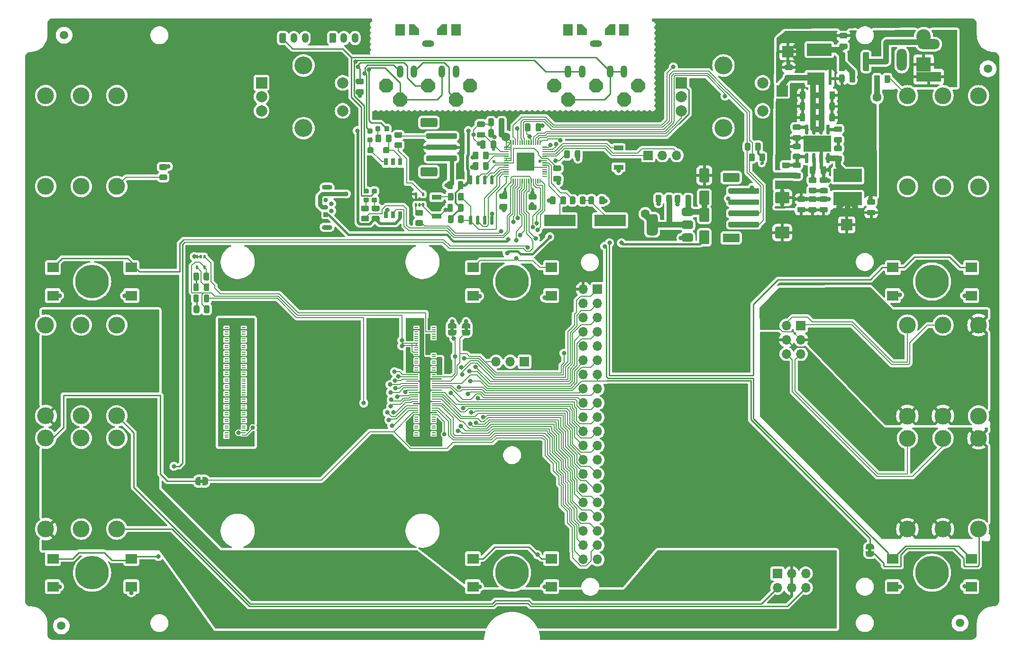
<source format=gtl>
G04 #@! TF.GenerationSoftware,KiCad,Pcbnew,8.0.4+1*
G04 #@! TF.CreationDate,2024-10-09T22:26:14+00:00*
G04 #@! TF.ProjectId,pedalboard-hw,70656461-6c62-46f6-9172-642d68772e6b,4.0.0-RC1*
G04 #@! TF.SameCoordinates,Original*
G04 #@! TF.FileFunction,Copper,L1,Top*
G04 #@! TF.FilePolarity,Positive*
%FSLAX46Y46*%
G04 Gerber Fmt 4.6, Leading zero omitted, Abs format (unit mm)*
G04 Created by KiCad (PCBNEW 8.0.4+1) date 2024-10-09 22:26:14*
%MOMM*%
%LPD*%
G01*
G04 APERTURE LIST*
G04 #@! TA.AperFunction,EtchedComponent*
%ADD10C,0.000000*%
G04 #@! TD*
G04 #@! TA.AperFunction,SMDPad,CuDef*
%ADD11R,2.000000X2.000000*%
G04 #@! TD*
G04 #@! TA.AperFunction,SMDPad,CuDef*
%ADD12C,1.500000*%
G04 #@! TD*
G04 #@! TA.AperFunction,ComponentPad*
%ADD13O,1.200000X2.200000*%
G04 #@! TD*
G04 #@! TA.AperFunction,ComponentPad*
%ADD14O,2.200000X1.200000*%
G04 #@! TD*
G04 #@! TA.AperFunction,ComponentPad*
%ADD15C,3.000000*%
G04 #@! TD*
G04 #@! TA.AperFunction,ComponentPad*
%ADD16R,4.400000X1.800000*%
G04 #@! TD*
G04 #@! TA.AperFunction,ComponentPad*
%ADD17O,4.000000X1.800000*%
G04 #@! TD*
G04 #@! TA.AperFunction,ComponentPad*
%ADD18O,1.800000X4.000000*%
G04 #@! TD*
G04 #@! TA.AperFunction,ComponentPad*
%ADD19R,2.600000X2.600000*%
G04 #@! TD*
G04 #@! TA.AperFunction,ComponentPad*
%ADD20C,2.600000*%
G04 #@! TD*
G04 #@! TA.AperFunction,SMDPad,CuDef*
%ADD21R,1.700000X0.900000*%
G04 #@! TD*
G04 #@! TA.AperFunction,ComponentPad*
%ADD22R,1.700000X1.700000*%
G04 #@! TD*
G04 #@! TA.AperFunction,ComponentPad*
%ADD23O,1.700000X1.700000*%
G04 #@! TD*
G04 #@! TA.AperFunction,SMDPad,CuDef*
%ADD24R,2.000000X1.800000*%
G04 #@! TD*
G04 #@! TA.AperFunction,ComponentPad*
%ADD25R,0.840000X0.840000*%
G04 #@! TD*
G04 #@! TA.AperFunction,ComponentPad*
%ADD26C,0.840000*%
G04 #@! TD*
G04 #@! TA.AperFunction,ComponentPad*
%ADD27O,1.850000X0.850000*%
G04 #@! TD*
G04 #@! TA.AperFunction,ComponentPad*
%ADD28R,1.800000X2.000000*%
G04 #@! TD*
G04 #@! TA.AperFunction,ComponentPad*
%ADD29R,2.000000X2.000000*%
G04 #@! TD*
G04 #@! TA.AperFunction,ComponentPad*
%ADD30C,2.000000*%
G04 #@! TD*
G04 #@! TA.AperFunction,ComponentPad*
%ADD31C,3.200000*%
G04 #@! TD*
G04 #@! TA.AperFunction,ComponentPad*
%ADD32C,0.500000*%
G04 #@! TD*
G04 #@! TA.AperFunction,SMDPad,CuDef*
%ADD33R,4.900000X2.950000*%
G04 #@! TD*
G04 #@! TA.AperFunction,SMDPad,CuDef*
%ADD34R,3.150000X2.200000*%
G04 #@! TD*
G04 #@! TA.AperFunction,SMDPad,CuDef*
%ADD35R,0.600000X2.200000*%
G04 #@! TD*
G04 #@! TA.AperFunction,SMDPad,CuDef*
%ADD36R,4.400000X2.200000*%
G04 #@! TD*
G04 #@! TA.AperFunction,SMDPad,CuDef*
%ADD37R,0.800000X1.300000*%
G04 #@! TD*
G04 #@! TA.AperFunction,ComponentPad*
%ADD38C,0.600000*%
G04 #@! TD*
G04 #@! TA.AperFunction,SMDPad,CuDef*
%ADD39R,5.600000X2.100000*%
G04 #@! TD*
G04 #@! TA.AperFunction,SMDPad,CuDef*
%ADD40R,0.700000X0.200000*%
G04 #@! TD*
G04 #@! TA.AperFunction,SMDPad,CuDef*
%ADD41R,5.100000X2.350000*%
G04 #@! TD*
G04 #@! TA.AperFunction,WasherPad*
%ADD42C,6.000000*%
G04 #@! TD*
G04 #@! TA.AperFunction,ComponentPad*
%ADD43O,1.200000X1.750000*%
G04 #@! TD*
G04 #@! TA.AperFunction,ViaPad*
%ADD44C,0.800000*%
G04 #@! TD*
G04 #@! TA.AperFunction,ViaPad*
%ADD45C,1.600000*%
G04 #@! TD*
G04 #@! TA.AperFunction,ViaPad*
%ADD46C,0.600000*%
G04 #@! TD*
G04 #@! TA.AperFunction,Conductor*
%ADD47C,0.200000*%
G04 #@! TD*
G04 #@! TA.AperFunction,Conductor*
%ADD48C,0.250000*%
G04 #@! TD*
G04 #@! TA.AperFunction,Conductor*
%ADD49C,0.800000*%
G04 #@! TD*
G04 #@! TA.AperFunction,Conductor*
%ADD50C,0.600000*%
G04 #@! TD*
G04 #@! TA.AperFunction,Conductor*
%ADD51C,1.000000*%
G04 #@! TD*
G04 #@! TA.AperFunction,Conductor*
%ADD52C,0.500000*%
G04 #@! TD*
G04 #@! TA.AperFunction,Conductor*
%ADD53C,0.300000*%
G04 #@! TD*
G04 #@! TA.AperFunction,Conductor*
%ADD54C,0.400000*%
G04 #@! TD*
G04 #@! TA.AperFunction,Conductor*
%ADD55C,0.770000*%
G04 #@! TD*
G04 APERTURE END LIST*
D10*
G04 #@! TA.AperFunction,EtchedComponent*
G36*
X49800000Y-102950000D02*
G01*
X49300000Y-102950000D01*
X49300000Y-102350000D01*
X49800000Y-102350000D01*
X49800000Y-102950000D01*
G37*
G04 #@! TD.AperFunction*
G04 #@! TA.AperFunction,EtchedComponent*
G36*
X169200000Y-115250000D02*
G01*
X168600000Y-115250000D01*
X168600000Y-114750000D01*
X169200000Y-114750000D01*
X169200000Y-115250000D01*
G37*
G04 #@! TD.AperFunction*
G04 #@! TA.AperFunction,EtchedComponent*
G36*
X97100000Y-75750000D02*
G01*
X96500000Y-75750000D01*
X96500000Y-75250000D01*
X97100000Y-75250000D01*
X97100000Y-75750000D01*
G37*
G04 #@! TD.AperFunction*
G04 #@! TA.AperFunction,EtchedComponent*
G36*
X94600000Y-75750000D02*
G01*
X94000000Y-75750000D01*
X94000000Y-75250000D01*
X94600000Y-75250000D01*
X94600000Y-75750000D01*
G37*
G04 #@! TD.AperFunction*
D11*
X164760000Y-56860000D03*
G04 #@! TA.AperFunction,SMDPad,CuDef*
G36*
G01*
X150165000Y-44360000D02*
X150165000Y-45260000D01*
G75*
G02*
X149915000Y-45510000I-250000J0D01*
G01*
X149390000Y-45510000D01*
G75*
G02*
X149140000Y-45260000I0J250000D01*
G01*
X149140000Y-44360000D01*
G75*
G02*
X149390000Y-44110000I250000J0D01*
G01*
X149915000Y-44110000D01*
G75*
G02*
X150165000Y-44360000I0J-250000D01*
G01*
G37*
G04 #@! TD.AperFunction*
G04 #@! TA.AperFunction,SMDPad,CuDef*
G36*
G01*
X148340000Y-44360000D02*
X148340000Y-45260000D01*
G75*
G02*
X148090000Y-45510000I-250000J0D01*
G01*
X147565000Y-45510000D01*
G75*
G02*
X147315000Y-45260000I0J250000D01*
G01*
X147315000Y-44360000D01*
G75*
G02*
X147565000Y-44110000I250000J0D01*
G01*
X148090000Y-44110000D01*
G75*
G02*
X148340000Y-44360000I0J-250000D01*
G01*
G37*
G04 #@! TD.AperFunction*
G04 #@! TA.AperFunction,SMDPad,CuDef*
G36*
G01*
X114300000Y-44745000D02*
X114300000Y-43795000D01*
G75*
G02*
X114550000Y-43545000I250000J0D01*
G01*
X115050000Y-43545000D01*
G75*
G02*
X115300000Y-43795000I0J-250000D01*
G01*
X115300000Y-44745000D01*
G75*
G02*
X115050000Y-44995000I-250000J0D01*
G01*
X114550000Y-44995000D01*
G75*
G02*
X114300000Y-44745000I0J250000D01*
G01*
G37*
G04 #@! TD.AperFunction*
G04 #@! TA.AperFunction,SMDPad,CuDef*
G36*
G01*
X116200000Y-44745000D02*
X116200000Y-43795000D01*
G75*
G02*
X116450000Y-43545000I250000J0D01*
G01*
X116950000Y-43545000D01*
G75*
G02*
X117200000Y-43795000I0J-250000D01*
G01*
X117200000Y-44745000D01*
G75*
G02*
X116950000Y-44995000I-250000J0D01*
G01*
X116450000Y-44995000D01*
G75*
G02*
X116200000Y-44745000I0J250000D01*
G01*
G37*
G04 #@! TD.AperFunction*
D12*
X25000000Y-23000000D03*
G04 #@! TA.AperFunction,SMDPad,CuDef*
G36*
G01*
X97975000Y-44910000D02*
X97975000Y-44010000D01*
G75*
G02*
X98225000Y-43760000I250000J0D01*
G01*
X98750000Y-43760000D01*
G75*
G02*
X99000000Y-44010000I0J-250000D01*
G01*
X99000000Y-44910000D01*
G75*
G02*
X98750000Y-45160000I-250000J0D01*
G01*
X98225000Y-45160000D01*
G75*
G02*
X97975000Y-44910000I0J250000D01*
G01*
G37*
G04 #@! TD.AperFunction*
G04 #@! TA.AperFunction,SMDPad,CuDef*
G36*
G01*
X99800000Y-44910000D02*
X99800000Y-44010000D01*
G75*
G02*
X100050000Y-43760000I250000J0D01*
G01*
X100575000Y-43760000D01*
G75*
G02*
X100825000Y-44010000I0J-250000D01*
G01*
X100825000Y-44910000D01*
G75*
G02*
X100575000Y-45160000I-250000J0D01*
G01*
X100050000Y-45160000D01*
G75*
G02*
X99800000Y-44910000I0J250000D01*
G01*
G37*
G04 #@! TD.AperFunction*
D13*
X125000000Y-29500000D03*
X122500000Y-29500000D03*
D14*
X120000000Y-24500000D03*
D13*
X115000000Y-29500000D03*
X117500000Y-29500000D03*
G04 #@! TA.AperFunction,SMDPad,CuDef*
G36*
G01*
X99915000Y-41300000D02*
X98965000Y-41300000D01*
G75*
G02*
X98715000Y-41050000I0J250000D01*
G01*
X98715000Y-40550000D01*
G75*
G02*
X98965000Y-40300000I250000J0D01*
G01*
X99915000Y-40300000D01*
G75*
G02*
X100165000Y-40550000I0J-250000D01*
G01*
X100165000Y-41050000D01*
G75*
G02*
X99915000Y-41300000I-250000J0D01*
G01*
G37*
G04 #@! TD.AperFunction*
G04 #@! TA.AperFunction,SMDPad,CuDef*
G36*
G01*
X99915000Y-39400000D02*
X98965000Y-39400000D01*
G75*
G02*
X98715000Y-39150000I0J250000D01*
G01*
X98715000Y-38650000D01*
G75*
G02*
X98965000Y-38400000I250000J0D01*
G01*
X99915000Y-38400000D01*
G75*
G02*
X100165000Y-38650000I0J-250000D01*
G01*
X100165000Y-39150000D01*
G75*
G02*
X99915000Y-39400000I-250000J0D01*
G01*
G37*
G04 #@! TD.AperFunction*
G04 #@! TA.AperFunction,SMDPad,CuDef*
G36*
G01*
X156315000Y-48610000D02*
X155365000Y-48610000D01*
G75*
G02*
X155115000Y-48360000I0J250000D01*
G01*
X155115000Y-47860000D01*
G75*
G02*
X155365000Y-47610000I250000J0D01*
G01*
X156315000Y-47610000D01*
G75*
G02*
X156565000Y-47860000I0J-250000D01*
G01*
X156565000Y-48360000D01*
G75*
G02*
X156315000Y-48610000I-250000J0D01*
G01*
G37*
G04 #@! TD.AperFunction*
G04 #@! TA.AperFunction,SMDPad,CuDef*
G36*
G01*
X156315000Y-46710000D02*
X155365000Y-46710000D01*
G75*
G02*
X155115000Y-46460000I0J250000D01*
G01*
X155115000Y-45960000D01*
G75*
G02*
X155365000Y-45710000I250000J0D01*
G01*
X156315000Y-45710000D01*
G75*
G02*
X156565000Y-45960000I0J-250000D01*
G01*
X156565000Y-46460000D01*
G75*
G02*
X156315000Y-46710000I-250000J0D01*
G01*
G37*
G04 #@! TD.AperFunction*
D12*
X190000000Y-29000000D03*
D11*
X153220000Y-32930000D03*
G04 #@! TA.AperFunction,SMDPad,CuDef*
G36*
G01*
X138680000Y-53850000D02*
X139980000Y-53850000D01*
G75*
G02*
X140230000Y-54100000I0J-250000D01*
G01*
X140230000Y-56100000D01*
G75*
G02*
X139980000Y-56350000I-250000J0D01*
G01*
X138680000Y-56350000D01*
G75*
G02*
X138430000Y-56100000I0J250000D01*
G01*
X138430000Y-54100000D01*
G75*
G02*
X138680000Y-53850000I250000J0D01*
G01*
G37*
G04 #@! TD.AperFunction*
G04 #@! TA.AperFunction,SMDPad,CuDef*
G36*
G01*
X138680000Y-57850000D02*
X139980000Y-57850000D01*
G75*
G02*
X140230000Y-58100000I0J-250000D01*
G01*
X140230000Y-60100000D01*
G75*
G02*
X139980000Y-60350000I-250000J0D01*
G01*
X138680000Y-60350000D01*
G75*
G02*
X138430000Y-60100000I0J250000D01*
G01*
X138430000Y-58100000D01*
G75*
G02*
X138680000Y-57850000I250000J0D01*
G01*
G37*
G04 #@! TD.AperFunction*
G04 #@! TA.AperFunction,SMDPad,CuDef*
G36*
G01*
X93512500Y-56300000D02*
X93512500Y-55400000D01*
G75*
G02*
X93762500Y-55150000I250000J0D01*
G01*
X94287500Y-55150000D01*
G75*
G02*
X94537500Y-55400000I0J-250000D01*
G01*
X94537500Y-56300000D01*
G75*
G02*
X94287500Y-56550000I-250000J0D01*
G01*
X93762500Y-56550000D01*
G75*
G02*
X93512500Y-56300000I0J250000D01*
G01*
G37*
G04 #@! TD.AperFunction*
G04 #@! TA.AperFunction,SMDPad,CuDef*
G36*
G01*
X95337500Y-56300000D02*
X95337500Y-55400000D01*
G75*
G02*
X95587500Y-55150000I250000J0D01*
G01*
X96112500Y-55150000D01*
G75*
G02*
X96362500Y-55400000I0J-250000D01*
G01*
X96362500Y-56300000D01*
G75*
G02*
X96112500Y-56550000I-250000J0D01*
G01*
X95587500Y-56550000D01*
G75*
G02*
X95337500Y-56300000I0J250000D01*
G01*
G37*
G04 #@! TD.AperFunction*
D15*
X28050000Y-50000000D03*
X28050000Y-33770000D03*
X21700000Y-50000000D03*
X21700000Y-33770000D03*
X34400000Y-50000000D03*
X34400000Y-33770000D03*
X28050000Y-111200000D03*
X28050000Y-94970000D03*
X21700000Y-111200000D03*
X21700000Y-94970000D03*
X34400000Y-111200000D03*
X34400000Y-94970000D03*
G04 #@! TA.AperFunction,SMDPad,CuDef*
G36*
G01*
X157125000Y-54670000D02*
X156175000Y-54670000D01*
G75*
G02*
X155925000Y-54420000I0J250000D01*
G01*
X155925000Y-53920000D01*
G75*
G02*
X156175000Y-53670000I250000J0D01*
G01*
X157125000Y-53670000D01*
G75*
G02*
X157375000Y-53920000I0J-250000D01*
G01*
X157375000Y-54420000D01*
G75*
G02*
X157125000Y-54670000I-250000J0D01*
G01*
G37*
G04 #@! TD.AperFunction*
G04 #@! TA.AperFunction,SMDPad,CuDef*
G36*
G01*
X157125000Y-52770000D02*
X156175000Y-52770000D01*
G75*
G02*
X155925000Y-52520000I0J250000D01*
G01*
X155925000Y-52020000D01*
G75*
G02*
X156175000Y-51770000I250000J0D01*
G01*
X157125000Y-51770000D01*
G75*
G02*
X157375000Y-52020000I0J-250000D01*
G01*
X157375000Y-52520000D01*
G75*
G02*
X157125000Y-52770000I-250000J0D01*
G01*
G37*
G04 #@! TD.AperFunction*
D16*
X179400000Y-30400000D03*
D17*
X179400000Y-24600000D03*
D18*
X174600000Y-27400000D03*
G04 #@! TA.AperFunction,SMDPad,CuDef*
G36*
G01*
X137320000Y-58775000D02*
X137320000Y-59525000D01*
G75*
G02*
X136945000Y-59900000I-375000J0D01*
G01*
X135695000Y-59900000D01*
G75*
G02*
X135320000Y-59525000I0J375000D01*
G01*
X135320000Y-58775000D01*
G75*
G02*
X135695000Y-58400000I375000J0D01*
G01*
X136945000Y-58400000D01*
G75*
G02*
X137320000Y-58775000I0J-375000D01*
G01*
G37*
G04 #@! TD.AperFunction*
G04 #@! TA.AperFunction,SMDPad,CuDef*
G36*
G01*
X137320000Y-56475000D02*
X137320000Y-57225000D01*
G75*
G02*
X136945000Y-57600000I-375000J0D01*
G01*
X135695000Y-57600000D01*
G75*
G02*
X135320000Y-57225000I0J375000D01*
G01*
X135320000Y-56475000D01*
G75*
G02*
X135695000Y-56100000I375000J0D01*
G01*
X136945000Y-56100000D01*
G75*
G02*
X137320000Y-56475000I0J-375000D01*
G01*
G37*
G04 #@! TD.AperFunction*
G04 #@! TA.AperFunction,SMDPad,CuDef*
G36*
G01*
X131020000Y-55450000D02*
X131020000Y-58250000D01*
G75*
G02*
X130520000Y-58750000I-500000J0D01*
G01*
X129520000Y-58750000D01*
G75*
G02*
X129020000Y-58250000I0J500000D01*
G01*
X129020000Y-55450000D01*
G75*
G02*
X129520000Y-54950000I500000J0D01*
G01*
X130520000Y-54950000D01*
G75*
G02*
X131020000Y-55450000I0J-500000D01*
G01*
G37*
G04 #@! TD.AperFunction*
G04 #@! TA.AperFunction,SMDPad,CuDef*
G36*
G01*
X137320000Y-54175000D02*
X137320000Y-54925000D01*
G75*
G02*
X136945000Y-55300000I-375000J0D01*
G01*
X135695000Y-55300000D01*
G75*
G02*
X135320000Y-54925000I0J375000D01*
G01*
X135320000Y-54175000D01*
G75*
G02*
X135695000Y-53800000I375000J0D01*
G01*
X136945000Y-53800000D01*
G75*
G02*
X137320000Y-54175000I0J-375000D01*
G01*
G37*
G04 #@! TD.AperFunction*
G04 #@! TA.AperFunction,SMDPad,CuDef*
G36*
G01*
X85125000Y-43150000D02*
X84225000Y-43150000D01*
G75*
G02*
X83975000Y-42900000I0J250000D01*
G01*
X83975000Y-42375000D01*
G75*
G02*
X84225000Y-42125000I250000J0D01*
G01*
X85125000Y-42125000D01*
G75*
G02*
X85375000Y-42375000I0J-250000D01*
G01*
X85375000Y-42900000D01*
G75*
G02*
X85125000Y-43150000I-250000J0D01*
G01*
G37*
G04 #@! TD.AperFunction*
G04 #@! TA.AperFunction,SMDPad,CuDef*
G36*
G01*
X85125000Y-41325000D02*
X84225000Y-41325000D01*
G75*
G02*
X83975000Y-41075000I0J250000D01*
G01*
X83975000Y-40550000D01*
G75*
G02*
X84225000Y-40300000I250000J0D01*
G01*
X85125000Y-40300000D01*
G75*
G02*
X85375000Y-40550000I0J-250000D01*
G01*
X85375000Y-41075000D01*
G75*
G02*
X85125000Y-41325000I-250000J0D01*
G01*
G37*
G04 #@! TD.AperFunction*
D19*
X178500000Y-28210000D03*
D20*
X178500000Y-23210000D03*
G04 #@! TA.AperFunction,SMDPad,CuDef*
G36*
G01*
X133540000Y-51745000D02*
X133540000Y-52695000D01*
G75*
G02*
X133290000Y-52945000I-250000J0D01*
G01*
X132790000Y-52945000D01*
G75*
G02*
X132540000Y-52695000I0J250000D01*
G01*
X132540000Y-51745000D01*
G75*
G02*
X132790000Y-51495000I250000J0D01*
G01*
X133290000Y-51495000D01*
G75*
G02*
X133540000Y-51745000I0J-250000D01*
G01*
G37*
G04 #@! TD.AperFunction*
G04 #@! TA.AperFunction,SMDPad,CuDef*
G36*
G01*
X131640000Y-51745000D02*
X131640000Y-52695000D01*
G75*
G02*
X131390000Y-52945000I-250000J0D01*
G01*
X130890000Y-52945000D01*
G75*
G02*
X130640000Y-52695000I0J250000D01*
G01*
X130640000Y-51745000D01*
G75*
G02*
X130890000Y-51495000I250000J0D01*
G01*
X131390000Y-51495000D01*
G75*
G02*
X131640000Y-51745000I0J-250000D01*
G01*
G37*
G04 #@! TD.AperFunction*
D21*
X124010000Y-46560000D03*
X124010000Y-43160000D03*
G04 #@! TA.AperFunction,SMDPad,CuDef*
G36*
G01*
X97975000Y-46810000D02*
X97975000Y-45910000D01*
G75*
G02*
X98225000Y-45660000I250000J0D01*
G01*
X98750000Y-45660000D01*
G75*
G02*
X99000000Y-45910000I0J-250000D01*
G01*
X99000000Y-46810000D01*
G75*
G02*
X98750000Y-47060000I-250000J0D01*
G01*
X98225000Y-47060000D01*
G75*
G02*
X97975000Y-46810000I0J250000D01*
G01*
G37*
G04 #@! TD.AperFunction*
G04 #@! TA.AperFunction,SMDPad,CuDef*
G36*
G01*
X99800000Y-46810000D02*
X99800000Y-45910000D01*
G75*
G02*
X100050000Y-45660000I250000J0D01*
G01*
X100575000Y-45660000D01*
G75*
G02*
X100825000Y-45910000I0J-250000D01*
G01*
X100825000Y-46810000D01*
G75*
G02*
X100575000Y-47060000I-250000J0D01*
G01*
X100050000Y-47060000D01*
G75*
G02*
X99800000Y-46810000I0J250000D01*
G01*
G37*
G04 #@! TD.AperFunction*
G04 #@! TA.AperFunction,SMDPad,CuDef*
G36*
G01*
X96337500Y-53375000D02*
X96337500Y-54325000D01*
G75*
G02*
X96087500Y-54575000I-250000J0D01*
G01*
X95587500Y-54575000D01*
G75*
G02*
X95337500Y-54325000I0J250000D01*
G01*
X95337500Y-53375000D01*
G75*
G02*
X95587500Y-53125000I250000J0D01*
G01*
X96087500Y-53125000D01*
G75*
G02*
X96337500Y-53375000I0J-250000D01*
G01*
G37*
G04 #@! TD.AperFunction*
G04 #@! TA.AperFunction,SMDPad,CuDef*
G36*
G01*
X94437500Y-53375000D02*
X94437500Y-54325000D01*
G75*
G02*
X94187500Y-54575000I-250000J0D01*
G01*
X93687500Y-54575000D01*
G75*
G02*
X93437500Y-54325000I0J250000D01*
G01*
X93437500Y-53375000D01*
G75*
G02*
X93687500Y-53125000I250000J0D01*
G01*
X94187500Y-53125000D01*
G75*
G02*
X94437500Y-53375000I0J-250000D01*
G01*
G37*
G04 #@! TD.AperFunction*
G04 #@! TA.AperFunction,SMDPad,CuDef*
G36*
X49400000Y-103400000D02*
G01*
X48900000Y-103400000D01*
X48900000Y-103394911D01*
X48828843Y-103394911D01*
X48692292Y-103354816D01*
X48572570Y-103277875D01*
X48479373Y-103170320D01*
X48420254Y-103040866D01*
X48400000Y-102900000D01*
X48400000Y-102400000D01*
X48420254Y-102259134D01*
X48479373Y-102129680D01*
X48572570Y-102022125D01*
X48692292Y-101945184D01*
X48828843Y-101905089D01*
X48900000Y-101905089D01*
X48900000Y-101900000D01*
X49400000Y-101900000D01*
X49400000Y-103400000D01*
G37*
G04 #@! TD.AperFunction*
G04 #@! TA.AperFunction,SMDPad,CuDef*
G36*
X50200000Y-101905089D02*
G01*
X50271157Y-101905089D01*
X50407708Y-101945184D01*
X50527430Y-102022125D01*
X50620627Y-102129680D01*
X50679746Y-102259134D01*
X50700000Y-102400000D01*
X50700000Y-102900000D01*
X50679746Y-103040866D01*
X50620627Y-103170320D01*
X50527430Y-103277875D01*
X50407708Y-103354816D01*
X50271157Y-103394911D01*
X50200000Y-103394911D01*
X50200000Y-103400000D01*
X49700000Y-103400000D01*
X49700000Y-101900000D01*
X50200000Y-101900000D01*
X50200000Y-101905089D01*
G37*
G04 #@! TD.AperFunction*
G04 #@! TA.AperFunction,SMDPad,CuDef*
G36*
G01*
X154295000Y-59280000D02*
X152245000Y-59280000D01*
G75*
G02*
X151995000Y-59030000I0J250000D01*
G01*
X151995000Y-57455000D01*
G75*
G02*
X152245000Y-57205000I250000J0D01*
G01*
X154295000Y-57205000D01*
G75*
G02*
X154545000Y-57455000I0J-250000D01*
G01*
X154545000Y-59030000D01*
G75*
G02*
X154295000Y-59280000I-250000J0D01*
G01*
G37*
G04 #@! TD.AperFunction*
G04 #@! TA.AperFunction,SMDPad,CuDef*
G36*
G01*
X154295000Y-53055000D02*
X152245000Y-53055000D01*
G75*
G02*
X151995000Y-52805000I0J250000D01*
G01*
X151995000Y-51230000D01*
G75*
G02*
X152245000Y-50980000I250000J0D01*
G01*
X154295000Y-50980000D01*
G75*
G02*
X154545000Y-51230000I0J-250000D01*
G01*
X154545000Y-52805000D01*
G75*
G02*
X154295000Y-53055000I-250000J0D01*
G01*
G37*
G04 #@! TD.AperFunction*
G04 #@! TA.AperFunction,SMDPad,CuDef*
G36*
G01*
X93512500Y-52300000D02*
X93512500Y-51400000D01*
G75*
G02*
X93762500Y-51150000I250000J0D01*
G01*
X94287500Y-51150000D01*
G75*
G02*
X94537500Y-51400000I0J-250000D01*
G01*
X94537500Y-52300000D01*
G75*
G02*
X94287500Y-52550000I-250000J0D01*
G01*
X93762500Y-52550000D01*
G75*
G02*
X93512500Y-52300000I0J250000D01*
G01*
G37*
G04 #@! TD.AperFunction*
G04 #@! TA.AperFunction,SMDPad,CuDef*
G36*
G01*
X95337500Y-52300000D02*
X95337500Y-51400000D01*
G75*
G02*
X95587500Y-51150000I250000J0D01*
G01*
X96112500Y-51150000D01*
G75*
G02*
X96362500Y-51400000I0J-250000D01*
G01*
X96362500Y-52300000D01*
G75*
G02*
X96112500Y-52550000I-250000J0D01*
G01*
X95587500Y-52550000D01*
G75*
G02*
X95337500Y-52300000I0J250000D01*
G01*
G37*
G04 #@! TD.AperFunction*
D15*
X28050000Y-91000000D03*
X28050000Y-74770000D03*
X21700000Y-91000000D03*
X21700000Y-74770000D03*
X34400000Y-91000000D03*
X34400000Y-74770000D03*
X181950000Y-94995000D03*
X181950000Y-111225000D03*
X188300000Y-94995000D03*
X188300000Y-111225000D03*
X175600000Y-94995000D03*
X175600000Y-111225000D03*
D22*
X129315000Y-44450000D03*
D23*
X131855000Y-44450000D03*
X134395000Y-44450000D03*
G04 #@! TA.AperFunction,SMDPad,CuDef*
G36*
G01*
X158190000Y-47585000D02*
X158190000Y-46635000D01*
G75*
G02*
X158440000Y-46385000I250000J0D01*
G01*
X158940000Y-46385000D01*
G75*
G02*
X159190000Y-46635000I0J-250000D01*
G01*
X159190000Y-47585000D01*
G75*
G02*
X158940000Y-47835000I-250000J0D01*
G01*
X158440000Y-47835000D01*
G75*
G02*
X158190000Y-47585000I0J250000D01*
G01*
G37*
G04 #@! TD.AperFunction*
G04 #@! TA.AperFunction,SMDPad,CuDef*
G36*
G01*
X160090000Y-47585000D02*
X160090000Y-46635000D01*
G75*
G02*
X160340000Y-46385000I250000J0D01*
G01*
X160840000Y-46385000D01*
G75*
G02*
X161090000Y-46635000I0J-250000D01*
G01*
X161090000Y-47585000D01*
G75*
G02*
X160840000Y-47835000I-250000J0D01*
G01*
X160340000Y-47835000D01*
G75*
G02*
X160090000Y-47585000I0J250000D01*
G01*
G37*
G04 #@! TD.AperFunction*
G04 #@! TA.AperFunction,SMDPad,CuDef*
G36*
G01*
X156280000Y-45195000D02*
X155380000Y-45195000D01*
G75*
G02*
X155130000Y-44945000I0J250000D01*
G01*
X155130000Y-44420000D01*
G75*
G02*
X155380000Y-44170000I250000J0D01*
G01*
X156280000Y-44170000D01*
G75*
G02*
X156530000Y-44420000I0J-250000D01*
G01*
X156530000Y-44945000D01*
G75*
G02*
X156280000Y-45195000I-250000J0D01*
G01*
G37*
G04 #@! TD.AperFunction*
G04 #@! TA.AperFunction,SMDPad,CuDef*
G36*
G01*
X156280000Y-43370000D02*
X155380000Y-43370000D01*
G75*
G02*
X155130000Y-43120000I0J250000D01*
G01*
X155130000Y-42595000D01*
G75*
G02*
X155380000Y-42345000I250000J0D01*
G01*
X156280000Y-42345000D01*
G75*
G02*
X156530000Y-42595000I0J-250000D01*
G01*
X156530000Y-43120000D01*
G75*
G02*
X156280000Y-43370000I-250000J0D01*
G01*
G37*
G04 #@! TD.AperFunction*
D24*
X98000000Y-64500000D03*
X112000000Y-64500000D03*
X98000000Y-69500000D03*
X112000000Y-69500000D03*
D12*
X185000000Y-128000000D03*
G04 #@! TA.AperFunction,SMDPad,CuDef*
G36*
G01*
X154895000Y-31120000D02*
X153945000Y-31120000D01*
G75*
G02*
X153695000Y-30870000I0J250000D01*
G01*
X153695000Y-30370000D01*
G75*
G02*
X153945000Y-30120000I250000J0D01*
G01*
X154895000Y-30120000D01*
G75*
G02*
X155145000Y-30370000I0J-250000D01*
G01*
X155145000Y-30870000D01*
G75*
G02*
X154895000Y-31120000I-250000J0D01*
G01*
G37*
G04 #@! TD.AperFunction*
G04 #@! TA.AperFunction,SMDPad,CuDef*
G36*
G01*
X154895000Y-29220000D02*
X153945000Y-29220000D01*
G75*
G02*
X153695000Y-28970000I0J250000D01*
G01*
X153695000Y-28470000D01*
G75*
G02*
X153945000Y-28220000I250000J0D01*
G01*
X154895000Y-28220000D01*
G75*
G02*
X155145000Y-28470000I0J-250000D01*
G01*
X155145000Y-28970000D01*
G75*
G02*
X154895000Y-29220000I-250000J0D01*
G01*
G37*
G04 #@! TD.AperFunction*
G04 #@! TA.AperFunction,SMDPad,CuDef*
G36*
G01*
X169605000Y-55180000D02*
X168655000Y-55180000D01*
G75*
G02*
X168405000Y-54930000I0J250000D01*
G01*
X168405000Y-54430000D01*
G75*
G02*
X168655000Y-54180000I250000J0D01*
G01*
X169605000Y-54180000D01*
G75*
G02*
X169855000Y-54430000I0J-250000D01*
G01*
X169855000Y-54930000D01*
G75*
G02*
X169605000Y-55180000I-250000J0D01*
G01*
G37*
G04 #@! TD.AperFunction*
G04 #@! TA.AperFunction,SMDPad,CuDef*
G36*
G01*
X169605000Y-53280000D02*
X168655000Y-53280000D01*
G75*
G02*
X168405000Y-53030000I0J250000D01*
G01*
X168405000Y-52530000D01*
G75*
G02*
X168655000Y-52280000I250000J0D01*
G01*
X169605000Y-52280000D01*
G75*
G02*
X169855000Y-52530000I0J-250000D01*
G01*
X169855000Y-53030000D01*
G75*
G02*
X169605000Y-53280000I-250000J0D01*
G01*
G37*
G04 #@! TD.AperFunction*
G04 #@! TA.AperFunction,SMDPad,CuDef*
G36*
G01*
X88850000Y-57055000D02*
X87950000Y-57055000D01*
G75*
G02*
X87700000Y-56805000I0J250000D01*
G01*
X87700000Y-56280000D01*
G75*
G02*
X87950000Y-56030000I250000J0D01*
G01*
X88850000Y-56030000D01*
G75*
G02*
X89100000Y-56280000I0J-250000D01*
G01*
X89100000Y-56805000D01*
G75*
G02*
X88850000Y-57055000I-250000J0D01*
G01*
G37*
G04 #@! TD.AperFunction*
G04 #@! TA.AperFunction,SMDPad,CuDef*
G36*
G01*
X88850000Y-55230000D02*
X87950000Y-55230000D01*
G75*
G02*
X87700000Y-54980000I0J250000D01*
G01*
X87700000Y-54455000D01*
G75*
G02*
X87950000Y-54205000I250000J0D01*
G01*
X88850000Y-54205000D01*
G75*
G02*
X89100000Y-54455000I0J-250000D01*
G01*
X89100000Y-54980000D01*
G75*
G02*
X88850000Y-55230000I-250000J0D01*
G01*
G37*
G04 #@! TD.AperFunction*
D25*
X71740000Y-55030000D03*
D26*
X72740000Y-54380000D03*
X71740000Y-53730000D03*
X72740000Y-53080000D03*
X71740000Y-52430000D03*
D27*
X71960000Y-57305000D03*
X71960000Y-50155000D03*
D21*
X91510000Y-55350000D03*
X91510000Y-51950000D03*
G04 #@! TA.AperFunction,SMDPad,CuDef*
G36*
G01*
X163660000Y-45555000D02*
X162760000Y-45555000D01*
G75*
G02*
X162510000Y-45305000I0J250000D01*
G01*
X162510000Y-44780000D01*
G75*
G02*
X162760000Y-44530000I250000J0D01*
G01*
X163660000Y-44530000D01*
G75*
G02*
X163910000Y-44780000I0J-250000D01*
G01*
X163910000Y-45305000D01*
G75*
G02*
X163660000Y-45555000I-250000J0D01*
G01*
G37*
G04 #@! TD.AperFunction*
G04 #@! TA.AperFunction,SMDPad,CuDef*
G36*
G01*
X163660000Y-43730000D02*
X162760000Y-43730000D01*
G75*
G02*
X162510000Y-43480000I0J250000D01*
G01*
X162510000Y-42955000D01*
G75*
G02*
X162760000Y-42705000I250000J0D01*
G01*
X163660000Y-42705000D01*
G75*
G02*
X163910000Y-42955000I0J-250000D01*
G01*
X163910000Y-43480000D01*
G75*
G02*
X163660000Y-43730000I-250000J0D01*
G01*
G37*
G04 #@! TD.AperFunction*
G04 #@! TA.AperFunction,SMDPad,CuDef*
G36*
G01*
X161095000Y-54670000D02*
X160145000Y-54670000D01*
G75*
G02*
X159895000Y-54420000I0J250000D01*
G01*
X159895000Y-53920000D01*
G75*
G02*
X160145000Y-53670000I250000J0D01*
G01*
X161095000Y-53670000D01*
G75*
G02*
X161345000Y-53920000I0J-250000D01*
G01*
X161345000Y-54420000D01*
G75*
G02*
X161095000Y-54670000I-250000J0D01*
G01*
G37*
G04 #@! TD.AperFunction*
G04 #@! TA.AperFunction,SMDPad,CuDef*
G36*
G01*
X161095000Y-52770000D02*
X160145000Y-52770000D01*
G75*
G02*
X159895000Y-52520000I0J250000D01*
G01*
X159895000Y-52020000D01*
G75*
G02*
X160145000Y-51770000I250000J0D01*
G01*
X161095000Y-51770000D01*
G75*
G02*
X161345000Y-52020000I0J-250000D01*
G01*
X161345000Y-52520000D01*
G75*
G02*
X161095000Y-52770000I-250000J0D01*
G01*
G37*
G04 #@! TD.AperFunction*
D15*
X181965000Y-33800000D03*
X181965000Y-50030000D03*
X188315000Y-33800000D03*
X188315000Y-50030000D03*
X175615000Y-33800000D03*
X175615000Y-50030000D03*
G04 #@! TA.AperFunction,SMDPad,CuDef*
G36*
G01*
X163685000Y-42170000D02*
X162735000Y-42170000D01*
G75*
G02*
X162485000Y-41920000I0J250000D01*
G01*
X162485000Y-41420000D01*
G75*
G02*
X162735000Y-41170000I250000J0D01*
G01*
X163685000Y-41170000D01*
G75*
G02*
X163935000Y-41420000I0J-250000D01*
G01*
X163935000Y-41920000D01*
G75*
G02*
X163685000Y-42170000I-250000J0D01*
G01*
G37*
G04 #@! TD.AperFunction*
G04 #@! TA.AperFunction,SMDPad,CuDef*
G36*
G01*
X163685000Y-40270000D02*
X162735000Y-40270000D01*
G75*
G02*
X162485000Y-40020000I0J250000D01*
G01*
X162485000Y-39520000D01*
G75*
G02*
X162735000Y-39270000I250000J0D01*
G01*
X163685000Y-39270000D01*
G75*
G02*
X163935000Y-39520000I0J-250000D01*
G01*
X163935000Y-40020000D01*
G75*
G02*
X163685000Y-40270000I-250000J0D01*
G01*
G37*
G04 #@! TD.AperFunction*
G04 #@! TA.AperFunction,ComponentPad*
G36*
X113750000Y-32517767D02*
G01*
X113017767Y-33250000D01*
X111982233Y-33250000D01*
X111250000Y-32517767D01*
X111250000Y-31482233D01*
X111982233Y-30750000D01*
X113017767Y-30750000D01*
X113750000Y-31482233D01*
X113750000Y-32517767D01*
G37*
G04 #@! TD.AperFunction*
G04 #@! TA.AperFunction,ComponentPad*
G36*
X120517767Y-30750000D02*
G01*
X121250000Y-31482233D01*
X121250000Y-32517767D01*
X120517767Y-33250000D01*
X119482233Y-33250000D01*
X118750000Y-32517767D01*
X118750000Y-31482233D01*
X119482233Y-30750000D01*
X120517767Y-30750000D01*
G37*
G04 #@! TD.AperFunction*
G04 #@! TA.AperFunction,ComponentPad*
G36*
X128750000Y-32517767D02*
G01*
X128017767Y-33250000D01*
X126982233Y-33250000D01*
X126250000Y-32517767D01*
X126250000Y-31482233D01*
X126982233Y-30750000D01*
X128017767Y-30750000D01*
X128750000Y-31482233D01*
X128750000Y-32517767D01*
G37*
G04 #@! TD.AperFunction*
G04 #@! TA.AperFunction,ComponentPad*
G36*
X116250000Y-35017767D02*
G01*
X115517767Y-35750000D01*
X114482233Y-35750000D01*
X113750000Y-35017767D01*
X113750000Y-33982233D01*
X114482233Y-33250000D01*
X115517767Y-33250000D01*
X116250000Y-33982233D01*
X116250000Y-35017767D01*
G37*
G04 #@! TD.AperFunction*
G04 #@! TA.AperFunction,ComponentPad*
G36*
X126250000Y-35017767D02*
G01*
X125517767Y-35750000D01*
X124482233Y-35750000D01*
X123750000Y-35017767D01*
X123750000Y-33982233D01*
X124482233Y-33250000D01*
X125517767Y-33250000D01*
X126250000Y-33982233D01*
X126250000Y-35017767D01*
G37*
G04 #@! TD.AperFunction*
G04 #@! TA.AperFunction,ComponentPad*
G36*
X123400000Y-23000000D02*
G01*
X121600000Y-23000000D01*
X121600000Y-21900000D01*
X122500000Y-21000000D01*
X123400000Y-21000000D01*
X123400000Y-23000000D01*
G37*
G04 #@! TD.AperFunction*
D28*
X125000000Y-22000000D03*
X115000000Y-22000000D03*
G04 #@! TA.AperFunction,ComponentPad*
G36*
X118400000Y-23000000D02*
G01*
X116600000Y-23000000D01*
X116600000Y-21000000D01*
X117500000Y-21000000D01*
X118400000Y-21900000D01*
X118400000Y-23000000D01*
G37*
G04 #@! TD.AperFunction*
G04 #@! TA.AperFunction,SMDPad,CuDef*
G36*
G01*
X155365000Y-38920000D02*
X156315000Y-38920000D01*
G75*
G02*
X156565000Y-39170000I0J-250000D01*
G01*
X156565000Y-39670000D01*
G75*
G02*
X156315000Y-39920000I-250000J0D01*
G01*
X155365000Y-39920000D01*
G75*
G02*
X155115000Y-39670000I0J250000D01*
G01*
X155115000Y-39170000D01*
G75*
G02*
X155365000Y-38920000I250000J0D01*
G01*
G37*
G04 #@! TD.AperFunction*
G04 #@! TA.AperFunction,SMDPad,CuDef*
G36*
G01*
X155365000Y-40820000D02*
X156315000Y-40820000D01*
G75*
G02*
X156565000Y-41070000I0J-250000D01*
G01*
X156565000Y-41570000D01*
G75*
G02*
X156315000Y-41820000I-250000J0D01*
G01*
X155365000Y-41820000D01*
G75*
G02*
X155115000Y-41570000I0J250000D01*
G01*
X155115000Y-41070000D01*
G75*
G02*
X155365000Y-40820000I250000J0D01*
G01*
G37*
G04 #@! TD.AperFunction*
D29*
X60250000Y-31500000D03*
D30*
X60250000Y-36500000D03*
X60250000Y-34000000D03*
D31*
X67750000Y-28400000D03*
X67750000Y-39600000D03*
D30*
X74750000Y-36500000D03*
X74750000Y-31500000D03*
G04 #@! TA.AperFunction,SMDPad,CuDef*
G36*
G01*
X159250000Y-35215000D02*
X159250000Y-36165000D01*
G75*
G02*
X159000000Y-36415000I-250000J0D01*
G01*
X158500000Y-36415000D01*
G75*
G02*
X158250000Y-36165000I0J250000D01*
G01*
X158250000Y-35215000D01*
G75*
G02*
X158500000Y-34965000I250000J0D01*
G01*
X159000000Y-34965000D01*
G75*
G02*
X159250000Y-35215000I0J-250000D01*
G01*
G37*
G04 #@! TD.AperFunction*
G04 #@! TA.AperFunction,SMDPad,CuDef*
G36*
G01*
X157350000Y-35215000D02*
X157350000Y-36165000D01*
G75*
G02*
X157100000Y-36415000I-250000J0D01*
G01*
X156600000Y-36415000D01*
G75*
G02*
X156350000Y-36165000I0J250000D01*
G01*
X156350000Y-35215000D01*
G75*
G02*
X156600000Y-34965000I250000J0D01*
G01*
X157100000Y-34965000D01*
G75*
G02*
X157350000Y-35215000I0J-250000D01*
G01*
G37*
G04 #@! TD.AperFunction*
G04 #@! TA.AperFunction,SMDPad,CuDef*
G36*
G01*
X161275000Y-38950000D02*
X161575000Y-38950000D01*
G75*
G02*
X161725000Y-39100000I0J-150000D01*
G01*
X161725000Y-40575000D01*
G75*
G02*
X161575000Y-40725000I-150000J0D01*
G01*
X161275000Y-40725000D01*
G75*
G02*
X161125000Y-40575000I0J150000D01*
G01*
X161125000Y-39100000D01*
G75*
G02*
X161275000Y-38950000I150000J0D01*
G01*
G37*
G04 #@! TD.AperFunction*
G04 #@! TA.AperFunction,SMDPad,CuDef*
G36*
G01*
X160005000Y-38950000D02*
X160305000Y-38950000D01*
G75*
G02*
X160455000Y-39100000I0J-150000D01*
G01*
X160455000Y-40575000D01*
G75*
G02*
X160305000Y-40725000I-150000J0D01*
G01*
X160005000Y-40725000D01*
G75*
G02*
X159855000Y-40575000I0J150000D01*
G01*
X159855000Y-39100000D01*
G75*
G02*
X160005000Y-38950000I150000J0D01*
G01*
G37*
G04 #@! TD.AperFunction*
G04 #@! TA.AperFunction,SMDPad,CuDef*
G36*
G01*
X158735000Y-38950000D02*
X159035000Y-38950000D01*
G75*
G02*
X159185000Y-39100000I0J-150000D01*
G01*
X159185000Y-40575000D01*
G75*
G02*
X159035000Y-40725000I-150000J0D01*
G01*
X158735000Y-40725000D01*
G75*
G02*
X158585000Y-40575000I0J150000D01*
G01*
X158585000Y-39100000D01*
G75*
G02*
X158735000Y-38950000I150000J0D01*
G01*
G37*
G04 #@! TD.AperFunction*
G04 #@! TA.AperFunction,SMDPad,CuDef*
G36*
G01*
X157465000Y-38950000D02*
X157765000Y-38950000D01*
G75*
G02*
X157915000Y-39100000I0J-150000D01*
G01*
X157915000Y-40575000D01*
G75*
G02*
X157765000Y-40725000I-150000J0D01*
G01*
X157465000Y-40725000D01*
G75*
G02*
X157315000Y-40575000I0J150000D01*
G01*
X157315000Y-39100000D01*
G75*
G02*
X157465000Y-38950000I150000J0D01*
G01*
G37*
G04 #@! TD.AperFunction*
G04 #@! TA.AperFunction,SMDPad,CuDef*
G36*
G01*
X157465000Y-44075000D02*
X157765000Y-44075000D01*
G75*
G02*
X157915000Y-44225000I0J-150000D01*
G01*
X157915000Y-45700000D01*
G75*
G02*
X157765000Y-45850000I-150000J0D01*
G01*
X157465000Y-45850000D01*
G75*
G02*
X157315000Y-45700000I0J150000D01*
G01*
X157315000Y-44225000D01*
G75*
G02*
X157465000Y-44075000I150000J0D01*
G01*
G37*
G04 #@! TD.AperFunction*
G04 #@! TA.AperFunction,SMDPad,CuDef*
G36*
G01*
X158735000Y-44075000D02*
X159035000Y-44075000D01*
G75*
G02*
X159185000Y-44225000I0J-150000D01*
G01*
X159185000Y-45700000D01*
G75*
G02*
X159035000Y-45850000I-150000J0D01*
G01*
X158735000Y-45850000D01*
G75*
G02*
X158585000Y-45700000I0J150000D01*
G01*
X158585000Y-44225000D01*
G75*
G02*
X158735000Y-44075000I150000J0D01*
G01*
G37*
G04 #@! TD.AperFunction*
G04 #@! TA.AperFunction,SMDPad,CuDef*
G36*
G01*
X160005000Y-44075000D02*
X160305000Y-44075000D01*
G75*
G02*
X160455000Y-44225000I0J-150000D01*
G01*
X160455000Y-45700000D01*
G75*
G02*
X160305000Y-45850000I-150000J0D01*
G01*
X160005000Y-45850000D01*
G75*
G02*
X159855000Y-45700000I0J150000D01*
G01*
X159855000Y-44225000D01*
G75*
G02*
X160005000Y-44075000I150000J0D01*
G01*
G37*
G04 #@! TD.AperFunction*
G04 #@! TA.AperFunction,SMDPad,CuDef*
G36*
G01*
X161275000Y-44075000D02*
X161575000Y-44075000D01*
G75*
G02*
X161725000Y-44225000I0J-150000D01*
G01*
X161725000Y-45700000D01*
G75*
G02*
X161575000Y-45850000I-150000J0D01*
G01*
X161275000Y-45850000D01*
G75*
G02*
X161125000Y-45700000I0J150000D01*
G01*
X161125000Y-44225000D01*
G75*
G02*
X161275000Y-44075000I150000J0D01*
G01*
G37*
G04 #@! TD.AperFunction*
D32*
X161470000Y-41750000D03*
X160170000Y-41750000D03*
X158870000Y-41750000D03*
X157570000Y-41750000D03*
D33*
X159520000Y-42400000D03*
D32*
X161470000Y-43050000D03*
X160170000Y-43050000D03*
X158870000Y-43050000D03*
X157570000Y-43050000D03*
G04 #@! TA.AperFunction,SMDPad,CuDef*
G36*
G01*
X96300000Y-49325000D02*
X96300000Y-50275000D01*
G75*
G02*
X96050000Y-50525000I-250000J0D01*
G01*
X95550000Y-50525000D01*
G75*
G02*
X95300000Y-50275000I0J250000D01*
G01*
X95300000Y-49325000D01*
G75*
G02*
X95550000Y-49075000I250000J0D01*
G01*
X96050000Y-49075000D01*
G75*
G02*
X96300000Y-49325000I0J-250000D01*
G01*
G37*
G04 #@! TD.AperFunction*
G04 #@! TA.AperFunction,SMDPad,CuDef*
G36*
G01*
X94400000Y-49325000D02*
X94400000Y-50275000D01*
G75*
G02*
X94150000Y-50525000I-250000J0D01*
G01*
X93650000Y-50525000D01*
G75*
G02*
X93400000Y-50275000I0J250000D01*
G01*
X93400000Y-49325000D01*
G75*
G02*
X93650000Y-49075000I250000J0D01*
G01*
X94150000Y-49075000D01*
G75*
G02*
X94400000Y-49325000I0J-250000D01*
G01*
G37*
G04 #@! TD.AperFunction*
G04 #@! TA.AperFunction,SMDPad,CuDef*
G36*
G01*
X80600000Y-41875000D02*
X80600000Y-40975000D01*
G75*
G02*
X80850000Y-40725000I250000J0D01*
G01*
X81375000Y-40725000D01*
G75*
G02*
X81625000Y-40975000I0J-250000D01*
G01*
X81625000Y-41875000D01*
G75*
G02*
X81375000Y-42125000I-250000J0D01*
G01*
X80850000Y-42125000D01*
G75*
G02*
X80600000Y-41875000I0J250000D01*
G01*
G37*
G04 #@! TD.AperFunction*
G04 #@! TA.AperFunction,SMDPad,CuDef*
G36*
G01*
X82425000Y-41875000D02*
X82425000Y-40975000D01*
G75*
G02*
X82675000Y-40725000I250000J0D01*
G01*
X83200000Y-40725000D01*
G75*
G02*
X83450000Y-40975000I0J-250000D01*
G01*
X83450000Y-41875000D01*
G75*
G02*
X83200000Y-42125000I-250000J0D01*
G01*
X82675000Y-42125000D01*
G75*
G02*
X82425000Y-41875000I0J250000D01*
G01*
G37*
G04 #@! TD.AperFunction*
G04 #@! TA.AperFunction,SMDPad,CuDef*
G36*
G01*
X102975000Y-51250000D02*
X103925000Y-51250000D01*
G75*
G02*
X104175000Y-51500000I0J-250000D01*
G01*
X104175000Y-52000000D01*
G75*
G02*
X103925000Y-52250000I-250000J0D01*
G01*
X102975000Y-52250000D01*
G75*
G02*
X102725000Y-52000000I0J250000D01*
G01*
X102725000Y-51500000D01*
G75*
G02*
X102975000Y-51250000I250000J0D01*
G01*
G37*
G04 #@! TD.AperFunction*
G04 #@! TA.AperFunction,SMDPad,CuDef*
G36*
G01*
X102975000Y-53150000D02*
X103925000Y-53150000D01*
G75*
G02*
X104175000Y-53400000I0J-250000D01*
G01*
X104175000Y-53900000D01*
G75*
G02*
X103925000Y-54150000I-250000J0D01*
G01*
X102975000Y-54150000D01*
G75*
G02*
X102725000Y-53900000I0J250000D01*
G01*
X102725000Y-53400000D01*
G75*
G02*
X102975000Y-53150000I250000J0D01*
G01*
G37*
G04 #@! TD.AperFunction*
D34*
X159225000Y-30760000D03*
D35*
X161765000Y-30760000D03*
D36*
X159860000Y-25560000D03*
G04 #@! TA.AperFunction,SMDPad,CuDef*
G36*
G01*
X115275000Y-52950000D02*
X115275000Y-52050000D01*
G75*
G02*
X115525000Y-51800000I250000J0D01*
G01*
X116050000Y-51800000D01*
G75*
G02*
X116300000Y-52050000I0J-250000D01*
G01*
X116300000Y-52950000D01*
G75*
G02*
X116050000Y-53200000I-250000J0D01*
G01*
X115525000Y-53200000D01*
G75*
G02*
X115275000Y-52950000I0J250000D01*
G01*
G37*
G04 #@! TD.AperFunction*
G04 #@! TA.AperFunction,SMDPad,CuDef*
G36*
G01*
X117100000Y-52950000D02*
X117100000Y-52050000D01*
G75*
G02*
X117350000Y-51800000I250000J0D01*
G01*
X117875000Y-51800000D01*
G75*
G02*
X118125000Y-52050000I0J-250000D01*
G01*
X118125000Y-52950000D01*
G75*
G02*
X117875000Y-53200000I-250000J0D01*
G01*
X117350000Y-53200000D01*
G75*
G02*
X117100000Y-52950000I0J250000D01*
G01*
G37*
G04 #@! TD.AperFunction*
G04 #@! TA.AperFunction,SMDPad,CuDef*
G36*
G01*
X77325000Y-30750000D02*
X78275000Y-30750000D01*
G75*
G02*
X78525000Y-31000000I0J-250000D01*
G01*
X78525000Y-31500000D01*
G75*
G02*
X78275000Y-31750000I-250000J0D01*
G01*
X77325000Y-31750000D01*
G75*
G02*
X77075000Y-31500000I0J250000D01*
G01*
X77075000Y-31000000D01*
G75*
G02*
X77325000Y-30750000I250000J0D01*
G01*
G37*
G04 #@! TD.AperFunction*
G04 #@! TA.AperFunction,SMDPad,CuDef*
G36*
G01*
X77325000Y-32650000D02*
X78275000Y-32650000D01*
G75*
G02*
X78525000Y-32900000I0J-250000D01*
G01*
X78525000Y-33400000D01*
G75*
G02*
X78275000Y-33650000I-250000J0D01*
G01*
X77325000Y-33650000D01*
G75*
G02*
X77075000Y-33400000I0J250000D01*
G01*
X77075000Y-32900000D01*
G75*
G02*
X77325000Y-32650000I250000J0D01*
G01*
G37*
G04 #@! TD.AperFunction*
G04 #@! TA.AperFunction,SMDPad,CuDef*
G36*
G01*
X159780000Y-34205000D02*
X159780000Y-33255000D01*
G75*
G02*
X160030000Y-33005000I250000J0D01*
G01*
X160530000Y-33005000D01*
G75*
G02*
X160780000Y-33255000I0J-250000D01*
G01*
X160780000Y-34205000D01*
G75*
G02*
X160530000Y-34455000I-250000J0D01*
G01*
X160030000Y-34455000D01*
G75*
G02*
X159780000Y-34205000I0J250000D01*
G01*
G37*
G04 #@! TD.AperFunction*
G04 #@! TA.AperFunction,SMDPad,CuDef*
G36*
G01*
X161680000Y-34205000D02*
X161680000Y-33255000D01*
G75*
G02*
X161930000Y-33005000I250000J0D01*
G01*
X162430000Y-33005000D01*
G75*
G02*
X162680000Y-33255000I0J-250000D01*
G01*
X162680000Y-34205000D01*
G75*
G02*
X162430000Y-34455000I-250000J0D01*
G01*
X161930000Y-34455000D01*
G75*
G02*
X161680000Y-34205000I0J250000D01*
G01*
G37*
G04 #@! TD.AperFunction*
D22*
X107225000Y-81300000D03*
D23*
X104685000Y-81300000D03*
X102145000Y-81300000D03*
G04 #@! TA.AperFunction,SMDPad,CuDef*
G36*
G01*
X166280000Y-30255000D02*
X166280000Y-31205000D01*
G75*
G02*
X166030000Y-31455000I-250000J0D01*
G01*
X165530000Y-31455000D01*
G75*
G02*
X165280000Y-31205000I0J250000D01*
G01*
X165280000Y-30255000D01*
G75*
G02*
X165530000Y-30005000I250000J0D01*
G01*
X166030000Y-30005000D01*
G75*
G02*
X166280000Y-30255000I0J-250000D01*
G01*
G37*
G04 #@! TD.AperFunction*
G04 #@! TA.AperFunction,SMDPad,CuDef*
G36*
G01*
X164380000Y-30255000D02*
X164380000Y-31205000D01*
G75*
G02*
X164130000Y-31455000I-250000J0D01*
G01*
X163630000Y-31455000D01*
G75*
G02*
X163380000Y-31205000I0J250000D01*
G01*
X163380000Y-30255000D01*
G75*
G02*
X163630000Y-30005000I250000J0D01*
G01*
X164130000Y-30005000D01*
G75*
G02*
X164380000Y-30255000I0J-250000D01*
G01*
G37*
G04 #@! TD.AperFunction*
D15*
X181950000Y-74780000D03*
X181950000Y-91010000D03*
X188300000Y-74780000D03*
X188300000Y-91010000D03*
X175600000Y-74780000D03*
X175600000Y-91010000D03*
G04 #@! TA.AperFunction,SMDPad,CuDef*
G36*
G01*
X164645000Y-25480000D02*
X163695000Y-25480000D01*
G75*
G02*
X163445000Y-25230000I0J250000D01*
G01*
X163445000Y-24730000D01*
G75*
G02*
X163695000Y-24480000I250000J0D01*
G01*
X164645000Y-24480000D01*
G75*
G02*
X164895000Y-24730000I0J-250000D01*
G01*
X164895000Y-25230000D01*
G75*
G02*
X164645000Y-25480000I-250000J0D01*
G01*
G37*
G04 #@! TD.AperFunction*
G04 #@! TA.AperFunction,SMDPad,CuDef*
G36*
G01*
X164645000Y-23580000D02*
X163695000Y-23580000D01*
G75*
G02*
X163445000Y-23330000I0J250000D01*
G01*
X163445000Y-22830000D01*
G75*
G02*
X163695000Y-22580000I250000J0D01*
G01*
X164645000Y-22580000D01*
G75*
G02*
X164895000Y-22830000I0J-250000D01*
G01*
X164895000Y-23330000D01*
G75*
G02*
X164645000Y-23580000I-250000J0D01*
G01*
G37*
G04 #@! TD.AperFunction*
G04 #@! TA.AperFunction,SMDPad,CuDef*
G36*
G01*
X159105000Y-54680000D02*
X158155000Y-54680000D01*
G75*
G02*
X157905000Y-54430000I0J250000D01*
G01*
X157905000Y-53930000D01*
G75*
G02*
X158155000Y-53680000I250000J0D01*
G01*
X159105000Y-53680000D01*
G75*
G02*
X159355000Y-53930000I0J-250000D01*
G01*
X159355000Y-54430000D01*
G75*
G02*
X159105000Y-54680000I-250000J0D01*
G01*
G37*
G04 #@! TD.AperFunction*
G04 #@! TA.AperFunction,SMDPad,CuDef*
G36*
G01*
X159105000Y-52780000D02*
X158155000Y-52780000D01*
G75*
G02*
X157905000Y-52530000I0J250000D01*
G01*
X157905000Y-52030000D01*
G75*
G02*
X158155000Y-51780000I250000J0D01*
G01*
X159105000Y-51780000D01*
G75*
G02*
X159355000Y-52030000I0J-250000D01*
G01*
X159355000Y-52530000D01*
G75*
G02*
X159105000Y-52780000I-250000J0D01*
G01*
G37*
G04 #@! TD.AperFunction*
G04 #@! TA.AperFunction,SMDPad,CuDef*
G36*
X169650000Y-115150000D02*
G01*
X169650000Y-115650000D01*
X169644911Y-115650000D01*
X169644911Y-115721157D01*
X169604816Y-115857708D01*
X169527875Y-115977430D01*
X169420320Y-116070627D01*
X169290866Y-116129746D01*
X169150000Y-116150000D01*
X168650000Y-116150000D01*
X168509134Y-116129746D01*
X168379680Y-116070627D01*
X168272125Y-115977430D01*
X168195184Y-115857708D01*
X168155089Y-115721157D01*
X168155089Y-115650000D01*
X168150000Y-115650000D01*
X168150000Y-115150000D01*
X169650000Y-115150000D01*
G37*
G04 #@! TD.AperFunction*
G04 #@! TA.AperFunction,SMDPad,CuDef*
G36*
X168155089Y-114350000D02*
G01*
X168155089Y-114278843D01*
X168195184Y-114142292D01*
X168272125Y-114022570D01*
X168379680Y-113929373D01*
X168509134Y-113870254D01*
X168650000Y-113850000D01*
X169150000Y-113850000D01*
X169290866Y-113870254D01*
X169420320Y-113929373D01*
X169527875Y-114022570D01*
X169604816Y-114142292D01*
X169644911Y-114278843D01*
X169644911Y-114350000D01*
X169650000Y-114350000D01*
X169650000Y-114850000D01*
X168150000Y-114850000D01*
X168150000Y-114350000D01*
X168155089Y-114350000D01*
G37*
G04 #@! TD.AperFunction*
D24*
X23000000Y-64500000D03*
X37000000Y-64500000D03*
X23000000Y-69500000D03*
X37000000Y-69500000D03*
D37*
X85020000Y-45590000D03*
X83750000Y-45590000D03*
X82480000Y-45590000D03*
X82480000Y-55090000D03*
X83750000Y-55090000D03*
X85020000Y-55090000D03*
G04 #@! TA.AperFunction,SMDPad,CuDef*
G36*
G01*
X81080000Y-56265000D02*
X80180000Y-56265000D01*
G75*
G02*
X79930000Y-56015000I0J250000D01*
G01*
X79930000Y-55490000D01*
G75*
G02*
X80180000Y-55240000I250000J0D01*
G01*
X81080000Y-55240000D01*
G75*
G02*
X81330000Y-55490000I0J-250000D01*
G01*
X81330000Y-56015000D01*
G75*
G02*
X81080000Y-56265000I-250000J0D01*
G01*
G37*
G04 #@! TD.AperFunction*
G04 #@! TA.AperFunction,SMDPad,CuDef*
G36*
G01*
X81080000Y-54440000D02*
X80180000Y-54440000D01*
G75*
G02*
X79930000Y-54190000I0J250000D01*
G01*
X79930000Y-53665000D01*
G75*
G02*
X80180000Y-53415000I250000J0D01*
G01*
X81080000Y-53415000D01*
G75*
G02*
X81330000Y-53665000I0J-250000D01*
G01*
X81330000Y-54190000D01*
G75*
G02*
X81080000Y-54440000I-250000J0D01*
G01*
G37*
G04 #@! TD.AperFunction*
G04 #@! TA.AperFunction,SMDPad,CuDef*
G36*
G01*
X48125000Y-72400000D02*
X48125000Y-71500000D01*
G75*
G02*
X48375000Y-71250000I250000J0D01*
G01*
X48900000Y-71250000D01*
G75*
G02*
X49150000Y-71500000I0J-250000D01*
G01*
X49150000Y-72400000D01*
G75*
G02*
X48900000Y-72650000I-250000J0D01*
G01*
X48375000Y-72650000D01*
G75*
G02*
X48125000Y-72400000I0J250000D01*
G01*
G37*
G04 #@! TD.AperFunction*
G04 #@! TA.AperFunction,SMDPad,CuDef*
G36*
G01*
X49950000Y-72400000D02*
X49950000Y-71500000D01*
G75*
G02*
X50200000Y-71250000I250000J0D01*
G01*
X50725000Y-71250000D01*
G75*
G02*
X50975000Y-71500000I0J-250000D01*
G01*
X50975000Y-72400000D01*
G75*
G02*
X50725000Y-72650000I-250000J0D01*
G01*
X50200000Y-72650000D01*
G75*
G02*
X49950000Y-72400000I0J250000D01*
G01*
G37*
G04 #@! TD.AperFunction*
G04 #@! TA.AperFunction,SMDPad,CuDef*
G36*
X97550000Y-75650000D02*
G01*
X97550000Y-76150000D01*
X97544911Y-76150000D01*
X97544911Y-76221157D01*
X97504816Y-76357708D01*
X97427875Y-76477430D01*
X97320320Y-76570627D01*
X97190866Y-76629746D01*
X97050000Y-76650000D01*
X96550000Y-76650000D01*
X96409134Y-76629746D01*
X96279680Y-76570627D01*
X96172125Y-76477430D01*
X96095184Y-76357708D01*
X96055089Y-76221157D01*
X96055089Y-76150000D01*
X96050000Y-76150000D01*
X96050000Y-75650000D01*
X97550000Y-75650000D01*
G37*
G04 #@! TD.AperFunction*
G04 #@! TA.AperFunction,SMDPad,CuDef*
G36*
X96055089Y-74850000D02*
G01*
X96055089Y-74778843D01*
X96095184Y-74642292D01*
X96172125Y-74522570D01*
X96279680Y-74429373D01*
X96409134Y-74370254D01*
X96550000Y-74350000D01*
X97050000Y-74350000D01*
X97190866Y-74370254D01*
X97320320Y-74429373D01*
X97427875Y-74522570D01*
X97504816Y-74642292D01*
X97544911Y-74778843D01*
X97544911Y-74850000D01*
X97550000Y-74850000D01*
X97550000Y-75350000D01*
X96050000Y-75350000D01*
X96050000Y-74850000D01*
X96055089Y-74850000D01*
G37*
G04 #@! TD.AperFunction*
G04 #@! TA.AperFunction,SMDPad,CuDef*
G36*
X95050000Y-75650000D02*
G01*
X95050000Y-76150000D01*
X95044911Y-76150000D01*
X95044911Y-76221157D01*
X95004816Y-76357708D01*
X94927875Y-76477430D01*
X94820320Y-76570627D01*
X94690866Y-76629746D01*
X94550000Y-76650000D01*
X94050000Y-76650000D01*
X93909134Y-76629746D01*
X93779680Y-76570627D01*
X93672125Y-76477430D01*
X93595184Y-76357708D01*
X93555089Y-76221157D01*
X93555089Y-76150000D01*
X93550000Y-76150000D01*
X93550000Y-75650000D01*
X95050000Y-75650000D01*
G37*
G04 #@! TD.AperFunction*
G04 #@! TA.AperFunction,SMDPad,CuDef*
G36*
X93555089Y-74850000D02*
G01*
X93555089Y-74778843D01*
X93595184Y-74642292D01*
X93672125Y-74522570D01*
X93779680Y-74429373D01*
X93909134Y-74370254D01*
X94050000Y-74350000D01*
X94550000Y-74350000D01*
X94690866Y-74370254D01*
X94820320Y-74429373D01*
X94927875Y-74522570D01*
X95004816Y-74642292D01*
X95044911Y-74778843D01*
X95044911Y-74850000D01*
X95050000Y-74850000D01*
X95050000Y-75350000D01*
X93550000Y-75350000D01*
X93550000Y-74850000D01*
X93555089Y-74850000D01*
G37*
G04 #@! TD.AperFunction*
G04 #@! TA.AperFunction,SMDPad,CuDef*
G36*
G01*
X104850000Y-49475000D02*
X104750000Y-49475000D01*
G75*
G02*
X104700000Y-49425000I0J50000D01*
G01*
X104700000Y-48650000D01*
G75*
G02*
X104750000Y-48600000I50000J0D01*
G01*
X104850000Y-48600000D01*
G75*
G02*
X104900000Y-48650000I0J-50000D01*
G01*
X104900000Y-49425000D01*
G75*
G02*
X104850000Y-49475000I-50000J0D01*
G01*
G37*
G04 #@! TD.AperFunction*
G04 #@! TA.AperFunction,SMDPad,CuDef*
G36*
G01*
X105250000Y-49475000D02*
X105150000Y-49475000D01*
G75*
G02*
X105100000Y-49425000I0J50000D01*
G01*
X105100000Y-48650000D01*
G75*
G02*
X105150000Y-48600000I50000J0D01*
G01*
X105250000Y-48600000D01*
G75*
G02*
X105300000Y-48650000I0J-50000D01*
G01*
X105300000Y-49425000D01*
G75*
G02*
X105250000Y-49475000I-50000J0D01*
G01*
G37*
G04 #@! TD.AperFunction*
G04 #@! TA.AperFunction,SMDPad,CuDef*
G36*
G01*
X105650000Y-49475000D02*
X105550000Y-49475000D01*
G75*
G02*
X105500000Y-49425000I0J50000D01*
G01*
X105500000Y-48650000D01*
G75*
G02*
X105550000Y-48600000I50000J0D01*
G01*
X105650000Y-48600000D01*
G75*
G02*
X105700000Y-48650000I0J-50000D01*
G01*
X105700000Y-49425000D01*
G75*
G02*
X105650000Y-49475000I-50000J0D01*
G01*
G37*
G04 #@! TD.AperFunction*
G04 #@! TA.AperFunction,SMDPad,CuDef*
G36*
G01*
X106050000Y-49475000D02*
X105950000Y-49475000D01*
G75*
G02*
X105900000Y-49425000I0J50000D01*
G01*
X105900000Y-48650000D01*
G75*
G02*
X105950000Y-48600000I50000J0D01*
G01*
X106050000Y-48600000D01*
G75*
G02*
X106100000Y-48650000I0J-50000D01*
G01*
X106100000Y-49425000D01*
G75*
G02*
X106050000Y-49475000I-50000J0D01*
G01*
G37*
G04 #@! TD.AperFunction*
G04 #@! TA.AperFunction,SMDPad,CuDef*
G36*
G01*
X106450000Y-49475000D02*
X106350000Y-49475000D01*
G75*
G02*
X106300000Y-49425000I0J50000D01*
G01*
X106300000Y-48650000D01*
G75*
G02*
X106350000Y-48600000I50000J0D01*
G01*
X106450000Y-48600000D01*
G75*
G02*
X106500000Y-48650000I0J-50000D01*
G01*
X106500000Y-49425000D01*
G75*
G02*
X106450000Y-49475000I-50000J0D01*
G01*
G37*
G04 #@! TD.AperFunction*
G04 #@! TA.AperFunction,SMDPad,CuDef*
G36*
G01*
X106850000Y-49475000D02*
X106750000Y-49475000D01*
G75*
G02*
X106700000Y-49425000I0J50000D01*
G01*
X106700000Y-48650000D01*
G75*
G02*
X106750000Y-48600000I50000J0D01*
G01*
X106850000Y-48600000D01*
G75*
G02*
X106900000Y-48650000I0J-50000D01*
G01*
X106900000Y-49425000D01*
G75*
G02*
X106850000Y-49475000I-50000J0D01*
G01*
G37*
G04 #@! TD.AperFunction*
G04 #@! TA.AperFunction,SMDPad,CuDef*
G36*
G01*
X107250000Y-49475000D02*
X107150000Y-49475000D01*
G75*
G02*
X107100000Y-49425000I0J50000D01*
G01*
X107100000Y-48650000D01*
G75*
G02*
X107150000Y-48600000I50000J0D01*
G01*
X107250000Y-48600000D01*
G75*
G02*
X107300000Y-48650000I0J-50000D01*
G01*
X107300000Y-49425000D01*
G75*
G02*
X107250000Y-49475000I-50000J0D01*
G01*
G37*
G04 #@! TD.AperFunction*
G04 #@! TA.AperFunction,SMDPad,CuDef*
G36*
G01*
X107650000Y-49475000D02*
X107550000Y-49475000D01*
G75*
G02*
X107500000Y-49425000I0J50000D01*
G01*
X107500000Y-48650000D01*
G75*
G02*
X107550000Y-48600000I50000J0D01*
G01*
X107650000Y-48600000D01*
G75*
G02*
X107700000Y-48650000I0J-50000D01*
G01*
X107700000Y-49425000D01*
G75*
G02*
X107650000Y-49475000I-50000J0D01*
G01*
G37*
G04 #@! TD.AperFunction*
G04 #@! TA.AperFunction,SMDPad,CuDef*
G36*
G01*
X108050000Y-49475000D02*
X107950000Y-49475000D01*
G75*
G02*
X107900000Y-49425000I0J50000D01*
G01*
X107900000Y-48650000D01*
G75*
G02*
X107950000Y-48600000I50000J0D01*
G01*
X108050000Y-48600000D01*
G75*
G02*
X108100000Y-48650000I0J-50000D01*
G01*
X108100000Y-49425000D01*
G75*
G02*
X108050000Y-49475000I-50000J0D01*
G01*
G37*
G04 #@! TD.AperFunction*
G04 #@! TA.AperFunction,SMDPad,CuDef*
G36*
G01*
X108450000Y-49475000D02*
X108350000Y-49475000D01*
G75*
G02*
X108300000Y-49425000I0J50000D01*
G01*
X108300000Y-48650000D01*
G75*
G02*
X108350000Y-48600000I50000J0D01*
G01*
X108450000Y-48600000D01*
G75*
G02*
X108500000Y-48650000I0J-50000D01*
G01*
X108500000Y-49425000D01*
G75*
G02*
X108450000Y-49475000I-50000J0D01*
G01*
G37*
G04 #@! TD.AperFunction*
G04 #@! TA.AperFunction,SMDPad,CuDef*
G36*
G01*
X108850000Y-49475000D02*
X108750000Y-49475000D01*
G75*
G02*
X108700000Y-49425000I0J50000D01*
G01*
X108700000Y-48650000D01*
G75*
G02*
X108750000Y-48600000I50000J0D01*
G01*
X108850000Y-48600000D01*
G75*
G02*
X108900000Y-48650000I0J-50000D01*
G01*
X108900000Y-49425000D01*
G75*
G02*
X108850000Y-49475000I-50000J0D01*
G01*
G37*
G04 #@! TD.AperFunction*
G04 #@! TA.AperFunction,SMDPad,CuDef*
G36*
G01*
X109250000Y-49475000D02*
X109150000Y-49475000D01*
G75*
G02*
X109100000Y-49425000I0J50000D01*
G01*
X109100000Y-48650000D01*
G75*
G02*
X109150000Y-48600000I50000J0D01*
G01*
X109250000Y-48600000D01*
G75*
G02*
X109300000Y-48650000I0J-50000D01*
G01*
X109300000Y-49425000D01*
G75*
G02*
X109250000Y-49475000I-50000J0D01*
G01*
G37*
G04 #@! TD.AperFunction*
G04 #@! TA.AperFunction,SMDPad,CuDef*
G36*
G01*
X109650000Y-49475000D02*
X109550000Y-49475000D01*
G75*
G02*
X109500000Y-49425000I0J50000D01*
G01*
X109500000Y-48650000D01*
G75*
G02*
X109550000Y-48600000I50000J0D01*
G01*
X109650000Y-48600000D01*
G75*
G02*
X109700000Y-48650000I0J-50000D01*
G01*
X109700000Y-49425000D01*
G75*
G02*
X109650000Y-49475000I-50000J0D01*
G01*
G37*
G04 #@! TD.AperFunction*
G04 #@! TA.AperFunction,SMDPad,CuDef*
G36*
G01*
X110050000Y-49475000D02*
X109950000Y-49475000D01*
G75*
G02*
X109900000Y-49425000I0J50000D01*
G01*
X109900000Y-48650000D01*
G75*
G02*
X109950000Y-48600000I50000J0D01*
G01*
X110050000Y-48600000D01*
G75*
G02*
X110100000Y-48650000I0J-50000D01*
G01*
X110100000Y-49425000D01*
G75*
G02*
X110050000Y-49475000I-50000J0D01*
G01*
G37*
G04 #@! TD.AperFunction*
G04 #@! TA.AperFunction,SMDPad,CuDef*
G36*
G01*
X111225000Y-48300000D02*
X110450000Y-48300000D01*
G75*
G02*
X110400000Y-48250000I0J50000D01*
G01*
X110400000Y-48150000D01*
G75*
G02*
X110450000Y-48100000I50000J0D01*
G01*
X111225000Y-48100000D01*
G75*
G02*
X111275000Y-48150000I0J-50000D01*
G01*
X111275000Y-48250000D01*
G75*
G02*
X111225000Y-48300000I-50000J0D01*
G01*
G37*
G04 #@! TD.AperFunction*
G04 #@! TA.AperFunction,SMDPad,CuDef*
G36*
G01*
X111225000Y-47900000D02*
X110450000Y-47900000D01*
G75*
G02*
X110400000Y-47850000I0J50000D01*
G01*
X110400000Y-47750000D01*
G75*
G02*
X110450000Y-47700000I50000J0D01*
G01*
X111225000Y-47700000D01*
G75*
G02*
X111275000Y-47750000I0J-50000D01*
G01*
X111275000Y-47850000D01*
G75*
G02*
X111225000Y-47900000I-50000J0D01*
G01*
G37*
G04 #@! TD.AperFunction*
G04 #@! TA.AperFunction,SMDPad,CuDef*
G36*
G01*
X111225000Y-47500000D02*
X110450000Y-47500000D01*
G75*
G02*
X110400000Y-47450000I0J50000D01*
G01*
X110400000Y-47350000D01*
G75*
G02*
X110450000Y-47300000I50000J0D01*
G01*
X111225000Y-47300000D01*
G75*
G02*
X111275000Y-47350000I0J-50000D01*
G01*
X111275000Y-47450000D01*
G75*
G02*
X111225000Y-47500000I-50000J0D01*
G01*
G37*
G04 #@! TD.AperFunction*
G04 #@! TA.AperFunction,SMDPad,CuDef*
G36*
G01*
X111225000Y-47100000D02*
X110450000Y-47100000D01*
G75*
G02*
X110400000Y-47050000I0J50000D01*
G01*
X110400000Y-46950000D01*
G75*
G02*
X110450000Y-46900000I50000J0D01*
G01*
X111225000Y-46900000D01*
G75*
G02*
X111275000Y-46950000I0J-50000D01*
G01*
X111275000Y-47050000D01*
G75*
G02*
X111225000Y-47100000I-50000J0D01*
G01*
G37*
G04 #@! TD.AperFunction*
G04 #@! TA.AperFunction,SMDPad,CuDef*
G36*
G01*
X111225000Y-46700000D02*
X110450000Y-46700000D01*
G75*
G02*
X110400000Y-46650000I0J50000D01*
G01*
X110400000Y-46550000D01*
G75*
G02*
X110450000Y-46500000I50000J0D01*
G01*
X111225000Y-46500000D01*
G75*
G02*
X111275000Y-46550000I0J-50000D01*
G01*
X111275000Y-46650000D01*
G75*
G02*
X111225000Y-46700000I-50000J0D01*
G01*
G37*
G04 #@! TD.AperFunction*
G04 #@! TA.AperFunction,SMDPad,CuDef*
G36*
G01*
X111225000Y-46300000D02*
X110450000Y-46300000D01*
G75*
G02*
X110400000Y-46250000I0J50000D01*
G01*
X110400000Y-46150000D01*
G75*
G02*
X110450000Y-46100000I50000J0D01*
G01*
X111225000Y-46100000D01*
G75*
G02*
X111275000Y-46150000I0J-50000D01*
G01*
X111275000Y-46250000D01*
G75*
G02*
X111225000Y-46300000I-50000J0D01*
G01*
G37*
G04 #@! TD.AperFunction*
G04 #@! TA.AperFunction,SMDPad,CuDef*
G36*
G01*
X111225000Y-45900000D02*
X110450000Y-45900000D01*
G75*
G02*
X110400000Y-45850000I0J50000D01*
G01*
X110400000Y-45750000D01*
G75*
G02*
X110450000Y-45700000I50000J0D01*
G01*
X111225000Y-45700000D01*
G75*
G02*
X111275000Y-45750000I0J-50000D01*
G01*
X111275000Y-45850000D01*
G75*
G02*
X111225000Y-45900000I-50000J0D01*
G01*
G37*
G04 #@! TD.AperFunction*
G04 #@! TA.AperFunction,SMDPad,CuDef*
G36*
G01*
X111225000Y-45500000D02*
X110450000Y-45500000D01*
G75*
G02*
X110400000Y-45450000I0J50000D01*
G01*
X110400000Y-45350000D01*
G75*
G02*
X110450000Y-45300000I50000J0D01*
G01*
X111225000Y-45300000D01*
G75*
G02*
X111275000Y-45350000I0J-50000D01*
G01*
X111275000Y-45450000D01*
G75*
G02*
X111225000Y-45500000I-50000J0D01*
G01*
G37*
G04 #@! TD.AperFunction*
G04 #@! TA.AperFunction,SMDPad,CuDef*
G36*
G01*
X111225000Y-45100000D02*
X110450000Y-45100000D01*
G75*
G02*
X110400000Y-45050000I0J50000D01*
G01*
X110400000Y-44950000D01*
G75*
G02*
X110450000Y-44900000I50000J0D01*
G01*
X111225000Y-44900000D01*
G75*
G02*
X111275000Y-44950000I0J-50000D01*
G01*
X111275000Y-45050000D01*
G75*
G02*
X111225000Y-45100000I-50000J0D01*
G01*
G37*
G04 #@! TD.AperFunction*
G04 #@! TA.AperFunction,SMDPad,CuDef*
G36*
G01*
X111225000Y-44700000D02*
X110450000Y-44700000D01*
G75*
G02*
X110400000Y-44650000I0J50000D01*
G01*
X110400000Y-44550000D01*
G75*
G02*
X110450000Y-44500000I50000J0D01*
G01*
X111225000Y-44500000D01*
G75*
G02*
X111275000Y-44550000I0J-50000D01*
G01*
X111275000Y-44650000D01*
G75*
G02*
X111225000Y-44700000I-50000J0D01*
G01*
G37*
G04 #@! TD.AperFunction*
G04 #@! TA.AperFunction,SMDPad,CuDef*
G36*
G01*
X111225000Y-44300000D02*
X110450000Y-44300000D01*
G75*
G02*
X110400000Y-44250000I0J50000D01*
G01*
X110400000Y-44150000D01*
G75*
G02*
X110450000Y-44100000I50000J0D01*
G01*
X111225000Y-44100000D01*
G75*
G02*
X111275000Y-44150000I0J-50000D01*
G01*
X111275000Y-44250000D01*
G75*
G02*
X111225000Y-44300000I-50000J0D01*
G01*
G37*
G04 #@! TD.AperFunction*
G04 #@! TA.AperFunction,SMDPad,CuDef*
G36*
G01*
X111225000Y-43900000D02*
X110450000Y-43900000D01*
G75*
G02*
X110400000Y-43850000I0J50000D01*
G01*
X110400000Y-43750000D01*
G75*
G02*
X110450000Y-43700000I50000J0D01*
G01*
X111225000Y-43700000D01*
G75*
G02*
X111275000Y-43750000I0J-50000D01*
G01*
X111275000Y-43850000D01*
G75*
G02*
X111225000Y-43900000I-50000J0D01*
G01*
G37*
G04 #@! TD.AperFunction*
G04 #@! TA.AperFunction,SMDPad,CuDef*
G36*
G01*
X111225000Y-43500000D02*
X110450000Y-43500000D01*
G75*
G02*
X110400000Y-43450000I0J50000D01*
G01*
X110400000Y-43350000D01*
G75*
G02*
X110450000Y-43300000I50000J0D01*
G01*
X111225000Y-43300000D01*
G75*
G02*
X111275000Y-43350000I0J-50000D01*
G01*
X111275000Y-43450000D01*
G75*
G02*
X111225000Y-43500000I-50000J0D01*
G01*
G37*
G04 #@! TD.AperFunction*
G04 #@! TA.AperFunction,SMDPad,CuDef*
G36*
G01*
X111225000Y-43100000D02*
X110450000Y-43100000D01*
G75*
G02*
X110400000Y-43050000I0J50000D01*
G01*
X110400000Y-42950000D01*
G75*
G02*
X110450000Y-42900000I50000J0D01*
G01*
X111225000Y-42900000D01*
G75*
G02*
X111275000Y-42950000I0J-50000D01*
G01*
X111275000Y-43050000D01*
G75*
G02*
X111225000Y-43100000I-50000J0D01*
G01*
G37*
G04 #@! TD.AperFunction*
G04 #@! TA.AperFunction,SMDPad,CuDef*
G36*
G01*
X110050000Y-42600000D02*
X109950000Y-42600000D01*
G75*
G02*
X109900000Y-42550000I0J50000D01*
G01*
X109900000Y-41775000D01*
G75*
G02*
X109950000Y-41725000I50000J0D01*
G01*
X110050000Y-41725000D01*
G75*
G02*
X110100000Y-41775000I0J-50000D01*
G01*
X110100000Y-42550000D01*
G75*
G02*
X110050000Y-42600000I-50000J0D01*
G01*
G37*
G04 #@! TD.AperFunction*
G04 #@! TA.AperFunction,SMDPad,CuDef*
G36*
G01*
X109650000Y-42600000D02*
X109550000Y-42600000D01*
G75*
G02*
X109500000Y-42550000I0J50000D01*
G01*
X109500000Y-41775000D01*
G75*
G02*
X109550000Y-41725000I50000J0D01*
G01*
X109650000Y-41725000D01*
G75*
G02*
X109700000Y-41775000I0J-50000D01*
G01*
X109700000Y-42550000D01*
G75*
G02*
X109650000Y-42600000I-50000J0D01*
G01*
G37*
G04 #@! TD.AperFunction*
G04 #@! TA.AperFunction,SMDPad,CuDef*
G36*
G01*
X109250000Y-42600000D02*
X109150000Y-42600000D01*
G75*
G02*
X109100000Y-42550000I0J50000D01*
G01*
X109100000Y-41775000D01*
G75*
G02*
X109150000Y-41725000I50000J0D01*
G01*
X109250000Y-41725000D01*
G75*
G02*
X109300000Y-41775000I0J-50000D01*
G01*
X109300000Y-42550000D01*
G75*
G02*
X109250000Y-42600000I-50000J0D01*
G01*
G37*
G04 #@! TD.AperFunction*
G04 #@! TA.AperFunction,SMDPad,CuDef*
G36*
G01*
X108850000Y-42600000D02*
X108750000Y-42600000D01*
G75*
G02*
X108700000Y-42550000I0J50000D01*
G01*
X108700000Y-41775000D01*
G75*
G02*
X108750000Y-41725000I50000J0D01*
G01*
X108850000Y-41725000D01*
G75*
G02*
X108900000Y-41775000I0J-50000D01*
G01*
X108900000Y-42550000D01*
G75*
G02*
X108850000Y-42600000I-50000J0D01*
G01*
G37*
G04 #@! TD.AperFunction*
G04 #@! TA.AperFunction,SMDPad,CuDef*
G36*
G01*
X108450000Y-42600000D02*
X108350000Y-42600000D01*
G75*
G02*
X108300000Y-42550000I0J50000D01*
G01*
X108300000Y-41775000D01*
G75*
G02*
X108350000Y-41725000I50000J0D01*
G01*
X108450000Y-41725000D01*
G75*
G02*
X108500000Y-41775000I0J-50000D01*
G01*
X108500000Y-42550000D01*
G75*
G02*
X108450000Y-42600000I-50000J0D01*
G01*
G37*
G04 #@! TD.AperFunction*
G04 #@! TA.AperFunction,SMDPad,CuDef*
G36*
G01*
X108050000Y-42600000D02*
X107950000Y-42600000D01*
G75*
G02*
X107900000Y-42550000I0J50000D01*
G01*
X107900000Y-41775000D01*
G75*
G02*
X107950000Y-41725000I50000J0D01*
G01*
X108050000Y-41725000D01*
G75*
G02*
X108100000Y-41775000I0J-50000D01*
G01*
X108100000Y-42550000D01*
G75*
G02*
X108050000Y-42600000I-50000J0D01*
G01*
G37*
G04 #@! TD.AperFunction*
G04 #@! TA.AperFunction,SMDPad,CuDef*
G36*
G01*
X107650000Y-42600000D02*
X107550000Y-42600000D01*
G75*
G02*
X107500000Y-42550000I0J50000D01*
G01*
X107500000Y-41775000D01*
G75*
G02*
X107550000Y-41725000I50000J0D01*
G01*
X107650000Y-41725000D01*
G75*
G02*
X107700000Y-41775000I0J-50000D01*
G01*
X107700000Y-42550000D01*
G75*
G02*
X107650000Y-42600000I-50000J0D01*
G01*
G37*
G04 #@! TD.AperFunction*
G04 #@! TA.AperFunction,SMDPad,CuDef*
G36*
G01*
X107250000Y-42600000D02*
X107150000Y-42600000D01*
G75*
G02*
X107100000Y-42550000I0J50000D01*
G01*
X107100000Y-41775000D01*
G75*
G02*
X107150000Y-41725000I50000J0D01*
G01*
X107250000Y-41725000D01*
G75*
G02*
X107300000Y-41775000I0J-50000D01*
G01*
X107300000Y-42550000D01*
G75*
G02*
X107250000Y-42600000I-50000J0D01*
G01*
G37*
G04 #@! TD.AperFunction*
G04 #@! TA.AperFunction,SMDPad,CuDef*
G36*
G01*
X106850000Y-42600000D02*
X106750000Y-42600000D01*
G75*
G02*
X106700000Y-42550000I0J50000D01*
G01*
X106700000Y-41775000D01*
G75*
G02*
X106750000Y-41725000I50000J0D01*
G01*
X106850000Y-41725000D01*
G75*
G02*
X106900000Y-41775000I0J-50000D01*
G01*
X106900000Y-42550000D01*
G75*
G02*
X106850000Y-42600000I-50000J0D01*
G01*
G37*
G04 #@! TD.AperFunction*
G04 #@! TA.AperFunction,SMDPad,CuDef*
G36*
G01*
X106450000Y-42600000D02*
X106350000Y-42600000D01*
G75*
G02*
X106300000Y-42550000I0J50000D01*
G01*
X106300000Y-41775000D01*
G75*
G02*
X106350000Y-41725000I50000J0D01*
G01*
X106450000Y-41725000D01*
G75*
G02*
X106500000Y-41775000I0J-50000D01*
G01*
X106500000Y-42550000D01*
G75*
G02*
X106450000Y-42600000I-50000J0D01*
G01*
G37*
G04 #@! TD.AperFunction*
G04 #@! TA.AperFunction,SMDPad,CuDef*
G36*
G01*
X106050000Y-42600000D02*
X105950000Y-42600000D01*
G75*
G02*
X105900000Y-42550000I0J50000D01*
G01*
X105900000Y-41775000D01*
G75*
G02*
X105950000Y-41725000I50000J0D01*
G01*
X106050000Y-41725000D01*
G75*
G02*
X106100000Y-41775000I0J-50000D01*
G01*
X106100000Y-42550000D01*
G75*
G02*
X106050000Y-42600000I-50000J0D01*
G01*
G37*
G04 #@! TD.AperFunction*
G04 #@! TA.AperFunction,SMDPad,CuDef*
G36*
G01*
X105650000Y-42600000D02*
X105550000Y-42600000D01*
G75*
G02*
X105500000Y-42550000I0J50000D01*
G01*
X105500000Y-41775000D01*
G75*
G02*
X105550000Y-41725000I50000J0D01*
G01*
X105650000Y-41725000D01*
G75*
G02*
X105700000Y-41775000I0J-50000D01*
G01*
X105700000Y-42550000D01*
G75*
G02*
X105650000Y-42600000I-50000J0D01*
G01*
G37*
G04 #@! TD.AperFunction*
G04 #@! TA.AperFunction,SMDPad,CuDef*
G36*
G01*
X105250000Y-42600000D02*
X105150000Y-42600000D01*
G75*
G02*
X105100000Y-42550000I0J50000D01*
G01*
X105100000Y-41775000D01*
G75*
G02*
X105150000Y-41725000I50000J0D01*
G01*
X105250000Y-41725000D01*
G75*
G02*
X105300000Y-41775000I0J-50000D01*
G01*
X105300000Y-42550000D01*
G75*
G02*
X105250000Y-42600000I-50000J0D01*
G01*
G37*
G04 #@! TD.AperFunction*
G04 #@! TA.AperFunction,SMDPad,CuDef*
G36*
G01*
X104850000Y-42600000D02*
X104750000Y-42600000D01*
G75*
G02*
X104700000Y-42550000I0J50000D01*
G01*
X104700000Y-41775000D01*
G75*
G02*
X104750000Y-41725000I50000J0D01*
G01*
X104850000Y-41725000D01*
G75*
G02*
X104900000Y-41775000I0J-50000D01*
G01*
X104900000Y-42550000D01*
G75*
G02*
X104850000Y-42600000I-50000J0D01*
G01*
G37*
G04 #@! TD.AperFunction*
G04 #@! TA.AperFunction,SMDPad,CuDef*
G36*
G01*
X104350000Y-43100000D02*
X103575000Y-43100000D01*
G75*
G02*
X103525000Y-43050000I0J50000D01*
G01*
X103525000Y-42950000D01*
G75*
G02*
X103575000Y-42900000I50000J0D01*
G01*
X104350000Y-42900000D01*
G75*
G02*
X104400000Y-42950000I0J-50000D01*
G01*
X104400000Y-43050000D01*
G75*
G02*
X104350000Y-43100000I-50000J0D01*
G01*
G37*
G04 #@! TD.AperFunction*
G04 #@! TA.AperFunction,SMDPad,CuDef*
G36*
G01*
X104350000Y-43500000D02*
X103575000Y-43500000D01*
G75*
G02*
X103525000Y-43450000I0J50000D01*
G01*
X103525000Y-43350000D01*
G75*
G02*
X103575000Y-43300000I50000J0D01*
G01*
X104350000Y-43300000D01*
G75*
G02*
X104400000Y-43350000I0J-50000D01*
G01*
X104400000Y-43450000D01*
G75*
G02*
X104350000Y-43500000I-50000J0D01*
G01*
G37*
G04 #@! TD.AperFunction*
G04 #@! TA.AperFunction,SMDPad,CuDef*
G36*
G01*
X104350000Y-43900000D02*
X103575000Y-43900000D01*
G75*
G02*
X103525000Y-43850000I0J50000D01*
G01*
X103525000Y-43750000D01*
G75*
G02*
X103575000Y-43700000I50000J0D01*
G01*
X104350000Y-43700000D01*
G75*
G02*
X104400000Y-43750000I0J-50000D01*
G01*
X104400000Y-43850000D01*
G75*
G02*
X104350000Y-43900000I-50000J0D01*
G01*
G37*
G04 #@! TD.AperFunction*
G04 #@! TA.AperFunction,SMDPad,CuDef*
G36*
G01*
X104350000Y-44300000D02*
X103575000Y-44300000D01*
G75*
G02*
X103525000Y-44250000I0J50000D01*
G01*
X103525000Y-44150000D01*
G75*
G02*
X103575000Y-44100000I50000J0D01*
G01*
X104350000Y-44100000D01*
G75*
G02*
X104400000Y-44150000I0J-50000D01*
G01*
X104400000Y-44250000D01*
G75*
G02*
X104350000Y-44300000I-50000J0D01*
G01*
G37*
G04 #@! TD.AperFunction*
G04 #@! TA.AperFunction,SMDPad,CuDef*
G36*
G01*
X104350000Y-44700000D02*
X103575000Y-44700000D01*
G75*
G02*
X103525000Y-44650000I0J50000D01*
G01*
X103525000Y-44550000D01*
G75*
G02*
X103575000Y-44500000I50000J0D01*
G01*
X104350000Y-44500000D01*
G75*
G02*
X104400000Y-44550000I0J-50000D01*
G01*
X104400000Y-44650000D01*
G75*
G02*
X104350000Y-44700000I-50000J0D01*
G01*
G37*
G04 #@! TD.AperFunction*
G04 #@! TA.AperFunction,SMDPad,CuDef*
G36*
G01*
X104350000Y-45100000D02*
X103575000Y-45100000D01*
G75*
G02*
X103525000Y-45050000I0J50000D01*
G01*
X103525000Y-44950000D01*
G75*
G02*
X103575000Y-44900000I50000J0D01*
G01*
X104350000Y-44900000D01*
G75*
G02*
X104400000Y-44950000I0J-50000D01*
G01*
X104400000Y-45050000D01*
G75*
G02*
X104350000Y-45100000I-50000J0D01*
G01*
G37*
G04 #@! TD.AperFunction*
G04 #@! TA.AperFunction,SMDPad,CuDef*
G36*
G01*
X104350000Y-45500000D02*
X103575000Y-45500000D01*
G75*
G02*
X103525000Y-45450000I0J50000D01*
G01*
X103525000Y-45350000D01*
G75*
G02*
X103575000Y-45300000I50000J0D01*
G01*
X104350000Y-45300000D01*
G75*
G02*
X104400000Y-45350000I0J-50000D01*
G01*
X104400000Y-45450000D01*
G75*
G02*
X104350000Y-45500000I-50000J0D01*
G01*
G37*
G04 #@! TD.AperFunction*
G04 #@! TA.AperFunction,SMDPad,CuDef*
G36*
G01*
X104350000Y-45900000D02*
X103575000Y-45900000D01*
G75*
G02*
X103525000Y-45850000I0J50000D01*
G01*
X103525000Y-45750000D01*
G75*
G02*
X103575000Y-45700000I50000J0D01*
G01*
X104350000Y-45700000D01*
G75*
G02*
X104400000Y-45750000I0J-50000D01*
G01*
X104400000Y-45850000D01*
G75*
G02*
X104350000Y-45900000I-50000J0D01*
G01*
G37*
G04 #@! TD.AperFunction*
G04 #@! TA.AperFunction,SMDPad,CuDef*
G36*
G01*
X104350000Y-46300000D02*
X103575000Y-46300000D01*
G75*
G02*
X103525000Y-46250000I0J50000D01*
G01*
X103525000Y-46150000D01*
G75*
G02*
X103575000Y-46100000I50000J0D01*
G01*
X104350000Y-46100000D01*
G75*
G02*
X104400000Y-46150000I0J-50000D01*
G01*
X104400000Y-46250000D01*
G75*
G02*
X104350000Y-46300000I-50000J0D01*
G01*
G37*
G04 #@! TD.AperFunction*
G04 #@! TA.AperFunction,SMDPad,CuDef*
G36*
G01*
X104350000Y-46700000D02*
X103575000Y-46700000D01*
G75*
G02*
X103525000Y-46650000I0J50000D01*
G01*
X103525000Y-46550000D01*
G75*
G02*
X103575000Y-46500000I50000J0D01*
G01*
X104350000Y-46500000D01*
G75*
G02*
X104400000Y-46550000I0J-50000D01*
G01*
X104400000Y-46650000D01*
G75*
G02*
X104350000Y-46700000I-50000J0D01*
G01*
G37*
G04 #@! TD.AperFunction*
G04 #@! TA.AperFunction,SMDPad,CuDef*
G36*
G01*
X104350000Y-47100000D02*
X103575000Y-47100000D01*
G75*
G02*
X103525000Y-47050000I0J50000D01*
G01*
X103525000Y-46950000D01*
G75*
G02*
X103575000Y-46900000I50000J0D01*
G01*
X104350000Y-46900000D01*
G75*
G02*
X104400000Y-46950000I0J-50000D01*
G01*
X104400000Y-47050000D01*
G75*
G02*
X104350000Y-47100000I-50000J0D01*
G01*
G37*
G04 #@! TD.AperFunction*
G04 #@! TA.AperFunction,SMDPad,CuDef*
G36*
G01*
X104350000Y-47500000D02*
X103575000Y-47500000D01*
G75*
G02*
X103525000Y-47450000I0J50000D01*
G01*
X103525000Y-47350000D01*
G75*
G02*
X103575000Y-47300000I50000J0D01*
G01*
X104350000Y-47300000D01*
G75*
G02*
X104400000Y-47350000I0J-50000D01*
G01*
X104400000Y-47450000D01*
G75*
G02*
X104350000Y-47500000I-50000J0D01*
G01*
G37*
G04 #@! TD.AperFunction*
G04 #@! TA.AperFunction,SMDPad,CuDef*
G36*
G01*
X104350000Y-47900000D02*
X103575000Y-47900000D01*
G75*
G02*
X103525000Y-47850000I0J50000D01*
G01*
X103525000Y-47750000D01*
G75*
G02*
X103575000Y-47700000I50000J0D01*
G01*
X104350000Y-47700000D01*
G75*
G02*
X104400000Y-47750000I0J-50000D01*
G01*
X104400000Y-47850000D01*
G75*
G02*
X104350000Y-47900000I-50000J0D01*
G01*
G37*
G04 #@! TD.AperFunction*
G04 #@! TA.AperFunction,SMDPad,CuDef*
G36*
G01*
X104350000Y-48300000D02*
X103575000Y-48300000D01*
G75*
G02*
X103525000Y-48250000I0J50000D01*
G01*
X103525000Y-48150000D01*
G75*
G02*
X103575000Y-48100000I50000J0D01*
G01*
X104350000Y-48100000D01*
G75*
G02*
X104400000Y-48150000I0J-50000D01*
G01*
X104400000Y-48250000D01*
G75*
G02*
X104350000Y-48300000I-50000J0D01*
G01*
G37*
G04 #@! TD.AperFunction*
D38*
X106125000Y-46875000D03*
X107400000Y-46875000D03*
X108675000Y-46875000D03*
X106125000Y-45600000D03*
X107400000Y-45600000D03*
G04 #@! TA.AperFunction,SMDPad,CuDef*
G36*
G01*
X108856000Y-47200000D02*
X105944000Y-47200000D01*
G75*
G02*
X105800000Y-47056000I0J144000D01*
G01*
X105800000Y-44144000D01*
G75*
G02*
X105944000Y-44000000I144000J0D01*
G01*
X108856000Y-44000000D01*
G75*
G02*
X109000000Y-44144000I0J-144000D01*
G01*
X109000000Y-47056000D01*
G75*
G02*
X108856000Y-47200000I-144000J0D01*
G01*
G37*
G04 #@! TD.AperFunction*
X108675000Y-45600000D03*
X106125000Y-44325000D03*
X107400000Y-44325000D03*
X108675000Y-44325000D03*
G04 #@! TA.AperFunction,SMDPad,CuDef*
G36*
G01*
X50925000Y-67543750D02*
X50925000Y-68456250D01*
G75*
G02*
X50681250Y-68700000I-243750J0D01*
G01*
X50193750Y-68700000D01*
G75*
G02*
X49950000Y-68456250I0J243750D01*
G01*
X49950000Y-67543750D01*
G75*
G02*
X50193750Y-67300000I243750J0D01*
G01*
X50681250Y-67300000D01*
G75*
G02*
X50925000Y-67543750I0J-243750D01*
G01*
G37*
G04 #@! TD.AperFunction*
G04 #@! TA.AperFunction,SMDPad,CuDef*
G36*
G01*
X49050000Y-67543750D02*
X49050000Y-68456250D01*
G75*
G02*
X48806250Y-68700000I-243750J0D01*
G01*
X48318750Y-68700000D01*
G75*
G02*
X48075000Y-68456250I0J243750D01*
G01*
X48075000Y-67543750D01*
G75*
G02*
X48318750Y-67300000I243750J0D01*
G01*
X48806250Y-67300000D01*
G75*
G02*
X49050000Y-67543750I0J-243750D01*
G01*
G37*
G04 #@! TD.AperFunction*
G04 #@! TA.AperFunction,SMDPad,CuDef*
G36*
G01*
X136960000Y-51775000D02*
X136960000Y-52725000D01*
G75*
G02*
X136710000Y-52975000I-250000J0D01*
G01*
X136210000Y-52975000D01*
G75*
G02*
X135960000Y-52725000I0J250000D01*
G01*
X135960000Y-51775000D01*
G75*
G02*
X136210000Y-51525000I250000J0D01*
G01*
X136710000Y-51525000D01*
G75*
G02*
X136960000Y-51775000I0J-250000D01*
G01*
G37*
G04 #@! TD.AperFunction*
G04 #@! TA.AperFunction,SMDPad,CuDef*
G36*
G01*
X135060000Y-51775000D02*
X135060000Y-52725000D01*
G75*
G02*
X134810000Y-52975000I-250000J0D01*
G01*
X134310000Y-52975000D01*
G75*
G02*
X134060000Y-52725000I0J250000D01*
G01*
X134060000Y-51775000D01*
G75*
G02*
X134310000Y-51525000I250000J0D01*
G01*
X134810000Y-51525000D01*
G75*
G02*
X135060000Y-51775000I0J-250000D01*
G01*
G37*
G04 #@! TD.AperFunction*
G04 #@! TA.AperFunction,SMDPad,CuDef*
G36*
G01*
X159760000Y-36185000D02*
X159760000Y-35235000D01*
G75*
G02*
X160010000Y-34985000I250000J0D01*
G01*
X160510000Y-34985000D01*
G75*
G02*
X160760000Y-35235000I0J-250000D01*
G01*
X160760000Y-36185000D01*
G75*
G02*
X160510000Y-36435000I-250000J0D01*
G01*
X160010000Y-36435000D01*
G75*
G02*
X159760000Y-36185000I0J250000D01*
G01*
G37*
G04 #@! TD.AperFunction*
G04 #@! TA.AperFunction,SMDPad,CuDef*
G36*
G01*
X161660000Y-36185000D02*
X161660000Y-35235000D01*
G75*
G02*
X161910000Y-34985000I250000J0D01*
G01*
X162410000Y-34985000D01*
G75*
G02*
X162660000Y-35235000I0J-250000D01*
G01*
X162660000Y-36185000D01*
G75*
G02*
X162410000Y-36435000I-250000J0D01*
G01*
X161910000Y-36435000D01*
G75*
G02*
X161660000Y-36185000I0J250000D01*
G01*
G37*
G04 #@! TD.AperFunction*
G04 #@! TA.AperFunction,SMDPad,CuDef*
G36*
G01*
X149405000Y-42440000D02*
X149405000Y-43340000D01*
G75*
G02*
X149155000Y-43590000I-250000J0D01*
G01*
X148630000Y-43590000D01*
G75*
G02*
X148380000Y-43340000I0J250000D01*
G01*
X148380000Y-42440000D01*
G75*
G02*
X148630000Y-42190000I250000J0D01*
G01*
X149155000Y-42190000D01*
G75*
G02*
X149405000Y-42440000I0J-250000D01*
G01*
G37*
G04 #@! TD.AperFunction*
G04 #@! TA.AperFunction,SMDPad,CuDef*
G36*
G01*
X147580000Y-42440000D02*
X147580000Y-43340000D01*
G75*
G02*
X147330000Y-43590000I-250000J0D01*
G01*
X146805000Y-43590000D01*
G75*
G02*
X146555000Y-43340000I0J250000D01*
G01*
X146555000Y-42440000D01*
G75*
G02*
X146805000Y-42190000I250000J0D01*
G01*
X147330000Y-42190000D01*
G75*
G02*
X147580000Y-42440000I0J-250000D01*
G01*
G37*
G04 #@! TD.AperFunction*
G04 #@! TA.AperFunction,SMDPad,CuDef*
G36*
G01*
X139990000Y-53277500D02*
X138690000Y-53277500D01*
G75*
G02*
X138440000Y-53027500I0J250000D01*
G01*
X138440000Y-51027500D01*
G75*
G02*
X138690000Y-50777500I250000J0D01*
G01*
X139990000Y-50777500D01*
G75*
G02*
X140240000Y-51027500I0J-250000D01*
G01*
X140240000Y-53027500D01*
G75*
G02*
X139990000Y-53277500I-250000J0D01*
G01*
G37*
G04 #@! TD.AperFunction*
G04 #@! TA.AperFunction,SMDPad,CuDef*
G36*
G01*
X139990000Y-49277500D02*
X138690000Y-49277500D01*
G75*
G02*
X138440000Y-49027500I0J250000D01*
G01*
X138440000Y-47027500D01*
G75*
G02*
X138690000Y-46777500I250000J0D01*
G01*
X139990000Y-46777500D01*
G75*
G02*
X140240000Y-47027500I0J-250000D01*
G01*
X140240000Y-49027500D01*
G75*
G02*
X139990000Y-49277500I-250000J0D01*
G01*
G37*
G04 #@! TD.AperFunction*
G04 #@! TA.AperFunction,SMDPad,CuDef*
G36*
G01*
X154360000Y-48555000D02*
X153460000Y-48555000D01*
G75*
G02*
X153210000Y-48305000I0J250000D01*
G01*
X153210000Y-47780000D01*
G75*
G02*
X153460000Y-47530000I250000J0D01*
G01*
X154360000Y-47530000D01*
G75*
G02*
X154610000Y-47780000I0J-250000D01*
G01*
X154610000Y-48305000D01*
G75*
G02*
X154360000Y-48555000I-250000J0D01*
G01*
G37*
G04 #@! TD.AperFunction*
G04 #@! TA.AperFunction,SMDPad,CuDef*
G36*
G01*
X154360000Y-46730000D02*
X153460000Y-46730000D01*
G75*
G02*
X153210000Y-46480000I0J250000D01*
G01*
X153210000Y-45955000D01*
G75*
G02*
X153460000Y-45705000I250000J0D01*
G01*
X154360000Y-45705000D01*
G75*
G02*
X154610000Y-45955000I0J-250000D01*
G01*
X154610000Y-46480000D01*
G75*
G02*
X154360000Y-46730000I-250000J0D01*
G01*
G37*
G04 #@! TD.AperFunction*
G04 #@! TA.AperFunction,SMDPad,CuDef*
G36*
G01*
X107290000Y-39935000D02*
X107290000Y-38985000D01*
G75*
G02*
X107540000Y-38735000I250000J0D01*
G01*
X108040000Y-38735000D01*
G75*
G02*
X108290000Y-38985000I0J-250000D01*
G01*
X108290000Y-39935000D01*
G75*
G02*
X108040000Y-40185000I-250000J0D01*
G01*
X107540000Y-40185000D01*
G75*
G02*
X107290000Y-39935000I0J250000D01*
G01*
G37*
G04 #@! TD.AperFunction*
G04 #@! TA.AperFunction,SMDPad,CuDef*
G36*
G01*
X109190000Y-39935000D02*
X109190000Y-38985000D01*
G75*
G02*
X109440000Y-38735000I250000J0D01*
G01*
X109940000Y-38735000D01*
G75*
G02*
X110190000Y-38985000I0J-250000D01*
G01*
X110190000Y-39935000D01*
G75*
G02*
X109940000Y-40185000I-250000J0D01*
G01*
X109440000Y-40185000D01*
G75*
G02*
X109190000Y-39935000I0J250000D01*
G01*
G37*
G04 #@! TD.AperFunction*
G04 #@! TA.AperFunction,SMDPad,CuDef*
G36*
G01*
X78280000Y-53415000D02*
X79180000Y-53415000D01*
G75*
G02*
X79430000Y-53665000I0J-250000D01*
G01*
X79430000Y-54190000D01*
G75*
G02*
X79180000Y-54440000I-250000J0D01*
G01*
X78280000Y-54440000D01*
G75*
G02*
X78030000Y-54190000I0J250000D01*
G01*
X78030000Y-53665000D01*
G75*
G02*
X78280000Y-53415000I250000J0D01*
G01*
G37*
G04 #@! TD.AperFunction*
G04 #@! TA.AperFunction,SMDPad,CuDef*
G36*
G01*
X78280000Y-55240000D02*
X79180000Y-55240000D01*
G75*
G02*
X79430000Y-55490000I0J-250000D01*
G01*
X79430000Y-56015000D01*
G75*
G02*
X79180000Y-56265000I-250000J0D01*
G01*
X78280000Y-56265000D01*
G75*
G02*
X78030000Y-56015000I0J250000D01*
G01*
X78030000Y-55490000D01*
G75*
G02*
X78280000Y-55240000I250000J0D01*
G01*
G37*
G04 #@! TD.AperFunction*
G04 #@! TA.AperFunction,SMDPad,CuDef*
G36*
G01*
X83050000Y-39443750D02*
X83050000Y-39956250D01*
G75*
G02*
X82831250Y-40175000I-218750J0D01*
G01*
X82393750Y-40175000D01*
G75*
G02*
X82175000Y-39956250I0J218750D01*
G01*
X82175000Y-39443750D01*
G75*
G02*
X82393750Y-39225000I218750J0D01*
G01*
X82831250Y-39225000D01*
G75*
G02*
X83050000Y-39443750I0J-218750D01*
G01*
G37*
G04 #@! TD.AperFunction*
G04 #@! TA.AperFunction,SMDPad,CuDef*
G36*
G01*
X81475000Y-39443750D02*
X81475000Y-39956250D01*
G75*
G02*
X81256250Y-40175000I-218750J0D01*
G01*
X80818750Y-40175000D01*
G75*
G02*
X80600000Y-39956250I0J218750D01*
G01*
X80600000Y-39443750D01*
G75*
G02*
X80818750Y-39225000I218750J0D01*
G01*
X81256250Y-39225000D01*
G75*
G02*
X81475000Y-39443750I0J-218750D01*
G01*
G37*
G04 #@! TD.AperFunction*
G04 #@! TA.AperFunction,SMDPad,CuDef*
G36*
G01*
X83050000Y-43240000D02*
X83050000Y-43840000D01*
G75*
G02*
X82800000Y-44090000I-250000J0D01*
G01*
X82200000Y-44090000D01*
G75*
G02*
X81950000Y-43840000I0J250000D01*
G01*
X81950000Y-43240000D01*
G75*
G02*
X82200000Y-42990000I250000J0D01*
G01*
X82800000Y-42990000D01*
G75*
G02*
X83050000Y-43240000I0J-250000D01*
G01*
G37*
G04 #@! TD.AperFunction*
G04 #@! TA.AperFunction,SMDPad,CuDef*
G36*
G01*
X80250000Y-43240000D02*
X80250000Y-43840000D01*
G75*
G02*
X80000000Y-44090000I-250000J0D01*
G01*
X79400000Y-44090000D01*
G75*
G02*
X79150000Y-43840000I0J250000D01*
G01*
X79150000Y-43240000D01*
G75*
G02*
X79400000Y-42990000I250000J0D01*
G01*
X80000000Y-42990000D01*
G75*
G02*
X80250000Y-43240000I0J-250000D01*
G01*
G37*
G04 #@! TD.AperFunction*
G04 #@! TA.AperFunction,SMDPad,CuDef*
G36*
G01*
X103640000Y-38065000D02*
X103640000Y-39015000D01*
G75*
G02*
X103390000Y-39265000I-250000J0D01*
G01*
X102890000Y-39265000D01*
G75*
G02*
X102640000Y-39015000I0J250000D01*
G01*
X102640000Y-38065000D01*
G75*
G02*
X102890000Y-37815000I250000J0D01*
G01*
X103390000Y-37815000D01*
G75*
G02*
X103640000Y-38065000I0J-250000D01*
G01*
G37*
G04 #@! TD.AperFunction*
G04 #@! TA.AperFunction,SMDPad,CuDef*
G36*
G01*
X101740000Y-38065000D02*
X101740000Y-39015000D01*
G75*
G02*
X101490000Y-39265000I-250000J0D01*
G01*
X100990000Y-39265000D01*
G75*
G02*
X100740000Y-39015000I0J250000D01*
G01*
X100740000Y-38065000D01*
G75*
G02*
X100990000Y-37815000I250000J0D01*
G01*
X101490000Y-37815000D01*
G75*
G02*
X101740000Y-38065000I0J-250000D01*
G01*
G37*
G04 #@! TD.AperFunction*
G04 #@! TA.AperFunction,SMDPad,CuDef*
G36*
G01*
X169675000Y-31280000D02*
X169675000Y-30380000D01*
G75*
G02*
X169925000Y-30130000I250000J0D01*
G01*
X170450000Y-30130000D01*
G75*
G02*
X170700000Y-30380000I0J-250000D01*
G01*
X170700000Y-31280000D01*
G75*
G02*
X170450000Y-31530000I-250000J0D01*
G01*
X169925000Y-31530000D01*
G75*
G02*
X169675000Y-31280000I0J250000D01*
G01*
G37*
G04 #@! TD.AperFunction*
G04 #@! TA.AperFunction,SMDPad,CuDef*
G36*
G01*
X171500000Y-31280000D02*
X171500000Y-30380000D01*
G75*
G02*
X171750000Y-30130000I250000J0D01*
G01*
X172275000Y-30130000D01*
G75*
G02*
X172525000Y-30380000I0J-250000D01*
G01*
X172525000Y-31280000D01*
G75*
G02*
X172275000Y-31530000I-250000J0D01*
G01*
X171750000Y-31530000D01*
G75*
G02*
X171500000Y-31280000I0J250000D01*
G01*
G37*
G04 #@! TD.AperFunction*
G04 #@! TA.AperFunction,SMDPad,CuDef*
G36*
G01*
X79343750Y-39675000D02*
X79856250Y-39675000D01*
G75*
G02*
X80075000Y-39893750I0J-218750D01*
G01*
X80075000Y-40331250D01*
G75*
G02*
X79856250Y-40550000I-218750J0D01*
G01*
X79343750Y-40550000D01*
G75*
G02*
X79125000Y-40331250I0J218750D01*
G01*
X79125000Y-39893750D01*
G75*
G02*
X79343750Y-39675000I218750J0D01*
G01*
G37*
G04 #@! TD.AperFunction*
G04 #@! TA.AperFunction,SMDPad,CuDef*
G36*
G01*
X79343750Y-41250000D02*
X79856250Y-41250000D01*
G75*
G02*
X80075000Y-41468750I0J-218750D01*
G01*
X80075000Y-41906250D01*
G75*
G02*
X79856250Y-42125000I-218750J0D01*
G01*
X79343750Y-42125000D01*
G75*
G02*
X79125000Y-41906250I0J218750D01*
G01*
X79125000Y-41468750D01*
G75*
G02*
X79343750Y-41250000I218750J0D01*
G01*
G37*
G04 #@! TD.AperFunction*
G04 #@! TA.AperFunction,SMDPad,CuDef*
G36*
G01*
X114650000Y-52025000D02*
X114650000Y-52975000D01*
G75*
G02*
X114400000Y-53225000I-250000J0D01*
G01*
X113900000Y-53225000D01*
G75*
G02*
X113650000Y-52975000I0J250000D01*
G01*
X113650000Y-52025000D01*
G75*
G02*
X113900000Y-51775000I250000J0D01*
G01*
X114400000Y-51775000D01*
G75*
G02*
X114650000Y-52025000I0J-250000D01*
G01*
G37*
G04 #@! TD.AperFunction*
G04 #@! TA.AperFunction,SMDPad,CuDef*
G36*
G01*
X112750000Y-52025000D02*
X112750000Y-52975000D01*
G75*
G02*
X112500000Y-53225000I-250000J0D01*
G01*
X112000000Y-53225000D01*
G75*
G02*
X111750000Y-52975000I0J250000D01*
G01*
X111750000Y-52025000D01*
G75*
G02*
X112000000Y-51775000I250000J0D01*
G01*
X112500000Y-51775000D01*
G75*
G02*
X112750000Y-52025000I0J-250000D01*
G01*
G37*
G04 #@! TD.AperFunction*
G04 #@! TA.AperFunction,SMDPad,CuDef*
G36*
G01*
X168770000Y-26260000D02*
X168770000Y-29160000D01*
G75*
G02*
X168520000Y-29410000I-250000J0D01*
G01*
X167895000Y-29410000D01*
G75*
G02*
X167645000Y-29160000I0J250000D01*
G01*
X167645000Y-26260000D01*
G75*
G02*
X167895000Y-26010000I250000J0D01*
G01*
X168520000Y-26010000D01*
G75*
G02*
X168770000Y-26260000I0J-250000D01*
G01*
G37*
G04 #@! TD.AperFunction*
G04 #@! TA.AperFunction,SMDPad,CuDef*
G36*
G01*
X164495000Y-26260000D02*
X164495000Y-29160000D01*
G75*
G02*
X164245000Y-29410000I-250000J0D01*
G01*
X163620000Y-29410000D01*
G75*
G02*
X163370000Y-29160000I0J250000D01*
G01*
X163370000Y-26260000D01*
G75*
G02*
X163620000Y-26010000I250000J0D01*
G01*
X164245000Y-26010000D01*
G75*
G02*
X164495000Y-26260000I0J-250000D01*
G01*
G37*
G04 #@! TD.AperFunction*
D39*
X113500000Y-56100000D03*
X122500000Y-56100000D03*
G04 #@! TA.AperFunction,SMDPad,CuDef*
G36*
G01*
X94900000Y-45500000D02*
X89900000Y-45500000D01*
G75*
G02*
X89650000Y-45250000I0J250000D01*
G01*
X89650000Y-44750000D01*
G75*
G02*
X89900000Y-44500000I250000J0D01*
G01*
X94900000Y-44500000D01*
G75*
G02*
X95150000Y-44750000I0J-250000D01*
G01*
X95150000Y-45250000D01*
G75*
G02*
X94900000Y-45500000I-250000J0D01*
G01*
G37*
G04 #@! TD.AperFunction*
G04 #@! TA.AperFunction,SMDPad,CuDef*
G36*
G01*
X94900000Y-43500000D02*
X89900000Y-43500000D01*
G75*
G02*
X89650000Y-43250000I0J250000D01*
G01*
X89650000Y-42750000D01*
G75*
G02*
X89900000Y-42500000I250000J0D01*
G01*
X94900000Y-42500000D01*
G75*
G02*
X95150000Y-42750000I0J-250000D01*
G01*
X95150000Y-43250000D01*
G75*
G02*
X94900000Y-43500000I-250000J0D01*
G01*
G37*
G04 #@! TD.AperFunction*
G04 #@! TA.AperFunction,SMDPad,CuDef*
G36*
G01*
X94900000Y-41500000D02*
X89900000Y-41500000D01*
G75*
G02*
X89650000Y-41250000I0J250000D01*
G01*
X89650000Y-40750000D01*
G75*
G02*
X89900000Y-40500000I250000J0D01*
G01*
X94900000Y-40500000D01*
G75*
G02*
X95150000Y-40750000I0J-250000D01*
G01*
X95150000Y-41250000D01*
G75*
G02*
X94900000Y-41500000I-250000J0D01*
G01*
G37*
G04 #@! TD.AperFunction*
G04 #@! TA.AperFunction,SMDPad,CuDef*
G36*
G01*
X91400000Y-48200000D02*
X88900000Y-48200000D01*
G75*
G02*
X88650000Y-47950000I0J250000D01*
G01*
X88650000Y-46850000D01*
G75*
G02*
X88900000Y-46600000I250000J0D01*
G01*
X91400000Y-46600000D01*
G75*
G02*
X91650000Y-46850000I0J-250000D01*
G01*
X91650000Y-47950000D01*
G75*
G02*
X91400000Y-48200000I-250000J0D01*
G01*
G37*
G04 #@! TD.AperFunction*
G04 #@! TA.AperFunction,SMDPad,CuDef*
G36*
G01*
X91400000Y-39400000D02*
X88900000Y-39400000D01*
G75*
G02*
X88650000Y-39150000I0J250000D01*
G01*
X88650000Y-38050000D01*
G75*
G02*
X88900000Y-37800000I250000J0D01*
G01*
X91400000Y-37800000D01*
G75*
G02*
X91650000Y-38050000I0J-250000D01*
G01*
X91650000Y-39150000D01*
G75*
G02*
X91400000Y-39400000I-250000J0D01*
G01*
G37*
G04 #@! TD.AperFunction*
D24*
X173000000Y-116500000D03*
X187000000Y-116500000D03*
X173000000Y-121500000D03*
X187000000Y-121500000D03*
G04 #@! TA.AperFunction,SMDPad,CuDef*
G36*
G01*
X97745000Y-56850000D02*
X97445000Y-56850000D01*
G75*
G02*
X97295000Y-56700000I0J150000D01*
G01*
X97295000Y-55400000D01*
G75*
G02*
X97445000Y-55250000I150000J0D01*
G01*
X97745000Y-55250000D01*
G75*
G02*
X97895000Y-55400000I0J-150000D01*
G01*
X97895000Y-56700000D01*
G75*
G02*
X97745000Y-56850000I-150000J0D01*
G01*
G37*
G04 #@! TD.AperFunction*
G04 #@! TA.AperFunction,SMDPad,CuDef*
G36*
G01*
X99015000Y-56850000D02*
X98715000Y-56850000D01*
G75*
G02*
X98565000Y-56700000I0J150000D01*
G01*
X98565000Y-55400000D01*
G75*
G02*
X98715000Y-55250000I150000J0D01*
G01*
X99015000Y-55250000D01*
G75*
G02*
X99165000Y-55400000I0J-150000D01*
G01*
X99165000Y-56700000D01*
G75*
G02*
X99015000Y-56850000I-150000J0D01*
G01*
G37*
G04 #@! TD.AperFunction*
G04 #@! TA.AperFunction,SMDPad,CuDef*
G36*
G01*
X100285000Y-56850000D02*
X99985000Y-56850000D01*
G75*
G02*
X99835000Y-56700000I0J150000D01*
G01*
X99835000Y-55400000D01*
G75*
G02*
X99985000Y-55250000I150000J0D01*
G01*
X100285000Y-55250000D01*
G75*
G02*
X100435000Y-55400000I0J-150000D01*
G01*
X100435000Y-56700000D01*
G75*
G02*
X100285000Y-56850000I-150000J0D01*
G01*
G37*
G04 #@! TD.AperFunction*
G04 #@! TA.AperFunction,SMDPad,CuDef*
G36*
G01*
X101555000Y-56850000D02*
X101255000Y-56850000D01*
G75*
G02*
X101105000Y-56700000I0J150000D01*
G01*
X101105000Y-55400000D01*
G75*
G02*
X101255000Y-55250000I150000J0D01*
G01*
X101555000Y-55250000D01*
G75*
G02*
X101705000Y-55400000I0J-150000D01*
G01*
X101705000Y-56700000D01*
G75*
G02*
X101555000Y-56850000I-150000J0D01*
G01*
G37*
G04 #@! TD.AperFunction*
G04 #@! TA.AperFunction,SMDPad,CuDef*
G36*
G01*
X101555000Y-49650000D02*
X101255000Y-49650000D01*
G75*
G02*
X101105000Y-49500000I0J150000D01*
G01*
X101105000Y-48200000D01*
G75*
G02*
X101255000Y-48050000I150000J0D01*
G01*
X101555000Y-48050000D01*
G75*
G02*
X101705000Y-48200000I0J-150000D01*
G01*
X101705000Y-49500000D01*
G75*
G02*
X101555000Y-49650000I-150000J0D01*
G01*
G37*
G04 #@! TD.AperFunction*
G04 #@! TA.AperFunction,SMDPad,CuDef*
G36*
G01*
X100285000Y-49650000D02*
X99985000Y-49650000D01*
G75*
G02*
X99835000Y-49500000I0J150000D01*
G01*
X99835000Y-48200000D01*
G75*
G02*
X99985000Y-48050000I150000J0D01*
G01*
X100285000Y-48050000D01*
G75*
G02*
X100435000Y-48200000I0J-150000D01*
G01*
X100435000Y-49500000D01*
G75*
G02*
X100285000Y-49650000I-150000J0D01*
G01*
G37*
G04 #@! TD.AperFunction*
G04 #@! TA.AperFunction,SMDPad,CuDef*
G36*
G01*
X99015000Y-49650000D02*
X98715000Y-49650000D01*
G75*
G02*
X98565000Y-49500000I0J150000D01*
G01*
X98565000Y-48200000D01*
G75*
G02*
X98715000Y-48050000I150000J0D01*
G01*
X99015000Y-48050000D01*
G75*
G02*
X99165000Y-48200000I0J-150000D01*
G01*
X99165000Y-49500000D01*
G75*
G02*
X99015000Y-49650000I-150000J0D01*
G01*
G37*
G04 #@! TD.AperFunction*
G04 #@! TA.AperFunction,SMDPad,CuDef*
G36*
G01*
X97745000Y-49650000D02*
X97445000Y-49650000D01*
G75*
G02*
X97295000Y-49500000I0J150000D01*
G01*
X97295000Y-48200000D01*
G75*
G02*
X97445000Y-48050000I150000J0D01*
G01*
X97745000Y-48050000D01*
G75*
G02*
X97895000Y-48200000I0J-150000D01*
G01*
X97895000Y-49500000D01*
G75*
G02*
X97745000Y-49650000I-150000J0D01*
G01*
G37*
G04 #@! TD.AperFunction*
D40*
X91000000Y-94800000D03*
X87920000Y-94800000D03*
X91000000Y-94400000D03*
X87920000Y-94400000D03*
X91000000Y-94000000D03*
X87920000Y-94000000D03*
X91000000Y-93600000D03*
X87920000Y-93600000D03*
X91000000Y-93200000D03*
X87920000Y-93200000D03*
X91000000Y-92800000D03*
X87920000Y-92800000D03*
X91000000Y-92400000D03*
X87920000Y-92400000D03*
X91000000Y-92000000D03*
X87920000Y-92000000D03*
X91000000Y-91600000D03*
X87920000Y-91600000D03*
X91000000Y-91200000D03*
X87920000Y-91200000D03*
X91000000Y-90800000D03*
X87920000Y-90800000D03*
X91000000Y-90400000D03*
X87920000Y-90400000D03*
X91000000Y-90000000D03*
X87920000Y-90000000D03*
X91000000Y-89600000D03*
X87920000Y-89600000D03*
X91000000Y-89200000D03*
X87920000Y-89200000D03*
X91000000Y-88800000D03*
X87920000Y-88800000D03*
X91000000Y-88400000D03*
X87920000Y-88400000D03*
X91000000Y-88000000D03*
X87920000Y-88000000D03*
X91000000Y-87600000D03*
X87920000Y-87600000D03*
X91000000Y-87200000D03*
X87920000Y-87200000D03*
X91000000Y-86800000D03*
X87920000Y-86800000D03*
X91000000Y-86400000D03*
X87920000Y-86400000D03*
X91000000Y-86000000D03*
X87920000Y-86000000D03*
X91000000Y-85600000D03*
X87920000Y-85600000D03*
X91000000Y-85200000D03*
X87920000Y-85200000D03*
X91000000Y-84800000D03*
X87920000Y-84800000D03*
X91000000Y-84400000D03*
X87920000Y-84400000D03*
X91000000Y-84000000D03*
X87920000Y-84000000D03*
X91000000Y-83600000D03*
X87920000Y-83600000D03*
X91000000Y-83200000D03*
X87920000Y-83200000D03*
X91000000Y-82800000D03*
X87920000Y-82800000D03*
X91000000Y-82400000D03*
X87920000Y-82400000D03*
X91000000Y-82000000D03*
X87920000Y-82000000D03*
X91000000Y-81600000D03*
X87920000Y-81600000D03*
X91000000Y-81200000D03*
X87920000Y-81200000D03*
X91000000Y-80800000D03*
X87920000Y-80800000D03*
X91000000Y-80400000D03*
X87920000Y-80400000D03*
X91000000Y-80000000D03*
X87920000Y-80000000D03*
X91000000Y-79600000D03*
X87920000Y-79600000D03*
X91000000Y-79200000D03*
X87920000Y-79200000D03*
X91000000Y-78800000D03*
X87920000Y-78800000D03*
X91000000Y-78400000D03*
X87920000Y-78400000D03*
X91000000Y-78000000D03*
X87920000Y-78000000D03*
X91000000Y-77600000D03*
X87920000Y-77600000D03*
X91000000Y-77200000D03*
X87920000Y-77200000D03*
X91000000Y-76800000D03*
X87920000Y-76800000D03*
X91000000Y-76400000D03*
X87920000Y-76400000D03*
X91000000Y-76000000D03*
X87920000Y-76000000D03*
X91000000Y-75600000D03*
X87920000Y-75600000D03*
X91000000Y-75200000D03*
X87920000Y-75200000D03*
X57080000Y-94800000D03*
X54000000Y-94800000D03*
X57080000Y-94400000D03*
X54000000Y-94400000D03*
X57080000Y-94000000D03*
X54000000Y-94000000D03*
X57080000Y-93600000D03*
X54000000Y-93600000D03*
X57080000Y-93200000D03*
X54000000Y-93200000D03*
X57080000Y-92800000D03*
X54000000Y-92800000D03*
X57080000Y-92400000D03*
X54000000Y-92400000D03*
X57080000Y-92000000D03*
X54000000Y-92000000D03*
X57080000Y-91600000D03*
X54000000Y-91600000D03*
X57080000Y-91200000D03*
X54000000Y-91200000D03*
X57080000Y-90800000D03*
X54000000Y-90800000D03*
X57080000Y-90400000D03*
X54000000Y-90400000D03*
X57080000Y-90000000D03*
X54000000Y-90000000D03*
X57080000Y-89600000D03*
X54000000Y-89600000D03*
X57080000Y-89200000D03*
X54000000Y-89200000D03*
X57080000Y-88800000D03*
X54000000Y-88800000D03*
X57080000Y-88400000D03*
X54000000Y-88400000D03*
X57080000Y-88000000D03*
X54000000Y-88000000D03*
X57080000Y-87600000D03*
X54000000Y-87600000D03*
X57080000Y-87200000D03*
X54000000Y-87200000D03*
X57080000Y-86800000D03*
X54000000Y-86800000D03*
X57080000Y-86400000D03*
X54000000Y-86400000D03*
X57080000Y-86000000D03*
X54000000Y-86000000D03*
X57080000Y-85600000D03*
X54000000Y-85600000D03*
X57080000Y-85200000D03*
X54000000Y-85200000D03*
X57080000Y-84800000D03*
X54000000Y-84800000D03*
X57080000Y-84400000D03*
X54000000Y-84400000D03*
X57080000Y-84000000D03*
X54000000Y-84000000D03*
X57080000Y-83600000D03*
X54000000Y-83600000D03*
X57080000Y-83200000D03*
X54000000Y-83200000D03*
X57080000Y-82800000D03*
X54000000Y-82800000D03*
X57080000Y-82400000D03*
X54000000Y-82400000D03*
X57080000Y-82000000D03*
X54000000Y-82000000D03*
X57080000Y-81600000D03*
X54000000Y-81600000D03*
X57080000Y-81200000D03*
X54000000Y-81200000D03*
X57080000Y-80800000D03*
X54000000Y-80800000D03*
X57080000Y-80400000D03*
X54000000Y-80400000D03*
X57080000Y-80000000D03*
X54000000Y-80000000D03*
X57080000Y-79600000D03*
X54000000Y-79600000D03*
X57080000Y-79200000D03*
X54000000Y-79200000D03*
X57080000Y-78800000D03*
X54000000Y-78800000D03*
X57080000Y-78400000D03*
X54000000Y-78400000D03*
X57080000Y-78000000D03*
X54000000Y-78000000D03*
X57080000Y-77600000D03*
X54000000Y-77600000D03*
X57080000Y-77200000D03*
X54000000Y-77200000D03*
X57080000Y-76800000D03*
X54000000Y-76800000D03*
X57080000Y-76400000D03*
X54000000Y-76400000D03*
X57080000Y-76000000D03*
X54000000Y-76000000D03*
X57080000Y-75600000D03*
X54000000Y-75600000D03*
X57080000Y-75200000D03*
X54000000Y-75200000D03*
D12*
X24500000Y-128500000D03*
D24*
X173000000Y-64500000D03*
X187000000Y-64500000D03*
X173000000Y-69500000D03*
X187000000Y-69500000D03*
G04 #@! TA.AperFunction,SMDPad,CuDef*
G36*
G01*
X159240000Y-37195000D02*
X159240000Y-38145000D01*
G75*
G02*
X158990000Y-38395000I-250000J0D01*
G01*
X158490000Y-38395000D01*
G75*
G02*
X158240000Y-38145000I0J250000D01*
G01*
X158240000Y-37195000D01*
G75*
G02*
X158490000Y-36945000I250000J0D01*
G01*
X158990000Y-36945000D01*
G75*
G02*
X159240000Y-37195000I0J-250000D01*
G01*
G37*
G04 #@! TD.AperFunction*
G04 #@! TA.AperFunction,SMDPad,CuDef*
G36*
G01*
X157340000Y-37195000D02*
X157340000Y-38145000D01*
G75*
G02*
X157090000Y-38395000I-250000J0D01*
G01*
X156590000Y-38395000D01*
G75*
G02*
X156340000Y-38145000I0J250000D01*
G01*
X156340000Y-37195000D01*
G75*
G02*
X156590000Y-36945000I250000J0D01*
G01*
X157090000Y-36945000D01*
G75*
G02*
X157340000Y-37195000I0J-250000D01*
G01*
G37*
G04 #@! TD.AperFunction*
G04 #@! TA.AperFunction,SMDPad,CuDef*
G36*
G01*
X159270000Y-33255000D02*
X159270000Y-34205000D01*
G75*
G02*
X159020000Y-34455000I-250000J0D01*
G01*
X158520000Y-34455000D01*
G75*
G02*
X158270000Y-34205000I0J250000D01*
G01*
X158270000Y-33255000D01*
G75*
G02*
X158520000Y-33005000I250000J0D01*
G01*
X159020000Y-33005000D01*
G75*
G02*
X159270000Y-33255000I0J-250000D01*
G01*
G37*
G04 #@! TD.AperFunction*
G04 #@! TA.AperFunction,SMDPad,CuDef*
G36*
G01*
X157370000Y-33255000D02*
X157370000Y-34205000D01*
G75*
G02*
X157120000Y-34455000I-250000J0D01*
G01*
X156620000Y-34455000D01*
G75*
G02*
X156370000Y-34205000I0J250000D01*
G01*
X156370000Y-33255000D01*
G75*
G02*
X156620000Y-33005000I250000J0D01*
G01*
X157120000Y-33005000D01*
G75*
G02*
X157370000Y-33255000I0J-250000D01*
G01*
G37*
G04 #@! TD.AperFunction*
X23000000Y-116500000D03*
X37000000Y-116500000D03*
X23000000Y-121500000D03*
X37000000Y-121500000D03*
G04 #@! TA.AperFunction,SMDPad,CuDef*
G36*
G01*
X159750000Y-38155000D02*
X159750000Y-37205000D01*
G75*
G02*
X160000000Y-36955000I250000J0D01*
G01*
X160500000Y-36955000D01*
G75*
G02*
X160750000Y-37205000I0J-250000D01*
G01*
X160750000Y-38155000D01*
G75*
G02*
X160500000Y-38405000I-250000J0D01*
G01*
X160000000Y-38405000D01*
G75*
G02*
X159750000Y-38155000I0J250000D01*
G01*
G37*
G04 #@! TD.AperFunction*
G04 #@! TA.AperFunction,SMDPad,CuDef*
G36*
G01*
X161650000Y-38155000D02*
X161650000Y-37205000D01*
G75*
G02*
X161900000Y-36955000I250000J0D01*
G01*
X162400000Y-36955000D01*
G75*
G02*
X162650000Y-37205000I0J-250000D01*
G01*
X162650000Y-38155000D01*
G75*
G02*
X162400000Y-38405000I-250000J0D01*
G01*
X161900000Y-38405000D01*
G75*
G02*
X161650000Y-38155000I0J250000D01*
G01*
G37*
G04 #@! TD.AperFunction*
G04 #@! TA.AperFunction,SMDPad,CuDef*
G36*
G01*
X48075000Y-66550000D02*
X48075000Y-65650000D01*
G75*
G02*
X48325000Y-65400000I250000J0D01*
G01*
X48850000Y-65400000D01*
G75*
G02*
X49100000Y-65650000I0J-250000D01*
G01*
X49100000Y-66550000D01*
G75*
G02*
X48850000Y-66800000I-250000J0D01*
G01*
X48325000Y-66800000D01*
G75*
G02*
X48075000Y-66550000I0J250000D01*
G01*
G37*
G04 #@! TD.AperFunction*
G04 #@! TA.AperFunction,SMDPad,CuDef*
G36*
G01*
X49900000Y-66550000D02*
X49900000Y-65650000D01*
G75*
G02*
X50150000Y-65400000I250000J0D01*
G01*
X50675000Y-65400000D01*
G75*
G02*
X50925000Y-65650000I0J-250000D01*
G01*
X50925000Y-66550000D01*
G75*
G02*
X50675000Y-66800000I-250000J0D01*
G01*
X50150000Y-66800000D01*
G75*
G02*
X49900000Y-66550000I0J250000D01*
G01*
G37*
G04 #@! TD.AperFunction*
G04 #@! TA.AperFunction,SMDPad,CuDef*
G36*
G01*
X112575000Y-46250000D02*
X113525000Y-46250000D01*
G75*
G02*
X113775000Y-46500000I0J-250000D01*
G01*
X113775000Y-47000000D01*
G75*
G02*
X113525000Y-47250000I-250000J0D01*
G01*
X112575000Y-47250000D01*
G75*
G02*
X112325000Y-47000000I0J250000D01*
G01*
X112325000Y-46500000D01*
G75*
G02*
X112575000Y-46250000I250000J0D01*
G01*
G37*
G04 #@! TD.AperFunction*
G04 #@! TA.AperFunction,SMDPad,CuDef*
G36*
G01*
X112575000Y-48150000D02*
X113525000Y-48150000D01*
G75*
G02*
X113775000Y-48400000I0J-250000D01*
G01*
X113775000Y-48900000D01*
G75*
G02*
X113525000Y-49150000I-250000J0D01*
G01*
X112575000Y-49150000D01*
G75*
G02*
X112325000Y-48900000I0J250000D01*
G01*
X112325000Y-48400000D01*
G75*
G02*
X112575000Y-48150000I250000J0D01*
G01*
G37*
G04 #@! TD.AperFunction*
G04 #@! TA.AperFunction,SMDPad,CuDef*
G36*
G01*
X158220000Y-48375000D02*
X159120000Y-48375000D01*
G75*
G02*
X159370000Y-48625000I0J-250000D01*
G01*
X159370000Y-49150000D01*
G75*
G02*
X159120000Y-49400000I-250000J0D01*
G01*
X158220000Y-49400000D01*
G75*
G02*
X157970000Y-49150000I0J250000D01*
G01*
X157970000Y-48625000D01*
G75*
G02*
X158220000Y-48375000I250000J0D01*
G01*
G37*
G04 #@! TD.AperFunction*
G04 #@! TA.AperFunction,SMDPad,CuDef*
G36*
G01*
X158220000Y-50200000D02*
X159120000Y-50200000D01*
G75*
G02*
X159370000Y-50450000I0J-250000D01*
G01*
X159370000Y-50975000D01*
G75*
G02*
X159120000Y-51225000I-250000J0D01*
G01*
X158220000Y-51225000D01*
G75*
G02*
X157970000Y-50975000I0J250000D01*
G01*
X157970000Y-50450000D01*
G75*
G02*
X158220000Y-50200000I250000J0D01*
G01*
G37*
G04 #@! TD.AperFunction*
G04 #@! TA.AperFunction,SMDPad,CuDef*
G36*
G01*
X50925000Y-69543750D02*
X50925000Y-70456250D01*
G75*
G02*
X50681250Y-70700000I-243750J0D01*
G01*
X50193750Y-70700000D01*
G75*
G02*
X49950000Y-70456250I0J243750D01*
G01*
X49950000Y-69543750D01*
G75*
G02*
X50193750Y-69300000I243750J0D01*
G01*
X50681250Y-69300000D01*
G75*
G02*
X50925000Y-69543750I0J-243750D01*
G01*
G37*
G04 #@! TD.AperFunction*
G04 #@! TA.AperFunction,SMDPad,CuDef*
G36*
G01*
X49050000Y-69543750D02*
X49050000Y-70456250D01*
G75*
G02*
X48806250Y-70700000I-243750J0D01*
G01*
X48318750Y-70700000D01*
G75*
G02*
X48075000Y-70456250I0J243750D01*
G01*
X48075000Y-69543750D01*
G75*
G02*
X48318750Y-69300000I243750J0D01*
G01*
X48806250Y-69300000D01*
G75*
G02*
X49050000Y-69543750I0J-243750D01*
G01*
G37*
G04 #@! TD.AperFunction*
G04 #@! TA.AperFunction,SMDPad,CuDef*
G36*
G01*
X103650000Y-40025000D02*
X103650000Y-40975000D01*
G75*
G02*
X103400000Y-41225000I-250000J0D01*
G01*
X102900000Y-41225000D01*
G75*
G02*
X102650000Y-40975000I0J250000D01*
G01*
X102650000Y-40025000D01*
G75*
G02*
X102900000Y-39775000I250000J0D01*
G01*
X103400000Y-39775000D01*
G75*
G02*
X103650000Y-40025000I0J-250000D01*
G01*
G37*
G04 #@! TD.AperFunction*
G04 #@! TA.AperFunction,SMDPad,CuDef*
G36*
G01*
X101750000Y-40025000D02*
X101750000Y-40975000D01*
G75*
G02*
X101500000Y-41225000I-250000J0D01*
G01*
X101000000Y-41225000D01*
G75*
G02*
X100750000Y-40975000I0J250000D01*
G01*
X100750000Y-40025000D01*
G75*
G02*
X101000000Y-39775000I250000J0D01*
G01*
X101500000Y-39775000D01*
G75*
G02*
X101750000Y-40025000I0J-250000D01*
G01*
G37*
G04 #@! TD.AperFunction*
G04 #@! TA.AperFunction,SMDPad,CuDef*
G36*
G01*
X78673750Y-50415000D02*
X79186250Y-50415000D01*
G75*
G02*
X79405000Y-50633750I0J-218750D01*
G01*
X79405000Y-51071250D01*
G75*
G02*
X79186250Y-51290000I-218750J0D01*
G01*
X78673750Y-51290000D01*
G75*
G02*
X78455000Y-51071250I0J218750D01*
G01*
X78455000Y-50633750D01*
G75*
G02*
X78673750Y-50415000I218750J0D01*
G01*
G37*
G04 #@! TD.AperFunction*
G04 #@! TA.AperFunction,SMDPad,CuDef*
G36*
G01*
X78673750Y-51990000D02*
X79186250Y-51990000D01*
G75*
G02*
X79405000Y-52208750I0J-218750D01*
G01*
X79405000Y-52646250D01*
G75*
G02*
X79186250Y-52865000I-218750J0D01*
G01*
X78673750Y-52865000D01*
G75*
G02*
X78455000Y-52646250I0J218750D01*
G01*
X78455000Y-52208750D01*
G75*
G02*
X78673750Y-51990000I218750J0D01*
G01*
G37*
G04 #@! TD.AperFunction*
D11*
X154230000Y-25940000D03*
G04 #@! TA.AperFunction,SMDPad,CuDef*
G36*
G01*
X42250000Y-46035000D02*
X43150000Y-46035000D01*
G75*
G02*
X43400000Y-46285000I0J-250000D01*
G01*
X43400000Y-46810000D01*
G75*
G02*
X43150000Y-47060000I-250000J0D01*
G01*
X42250000Y-47060000D01*
G75*
G02*
X42000000Y-46810000I0J250000D01*
G01*
X42000000Y-46285000D01*
G75*
G02*
X42250000Y-46035000I250000J0D01*
G01*
G37*
G04 #@! TD.AperFunction*
G04 #@! TA.AperFunction,SMDPad,CuDef*
G36*
G01*
X42250000Y-47860000D02*
X43150000Y-47860000D01*
G75*
G02*
X43400000Y-48110000I0J-250000D01*
G01*
X43400000Y-48635000D01*
G75*
G02*
X43150000Y-48885000I-250000J0D01*
G01*
X42250000Y-48885000D01*
G75*
G02*
X42000000Y-48635000I0J250000D01*
G01*
X42000000Y-48110000D01*
G75*
G02*
X42250000Y-47860000I250000J0D01*
G01*
G37*
G04 #@! TD.AperFunction*
G04 #@! TA.AperFunction,SMDPad,CuDef*
G36*
G01*
X87910000Y-53625000D02*
X87710000Y-53625000D01*
G75*
G02*
X87610000Y-53525000I0J100000D01*
G01*
X87610000Y-53075000D01*
G75*
G02*
X87710000Y-52975000I100000J0D01*
G01*
X87910000Y-52975000D01*
G75*
G02*
X88010000Y-53075000I0J-100000D01*
G01*
X88010000Y-53525000D01*
G75*
G02*
X87910000Y-53625000I-100000J0D01*
G01*
G37*
G04 #@! TD.AperFunction*
G04 #@! TA.AperFunction,SMDPad,CuDef*
G36*
G01*
X88560000Y-53625000D02*
X88360000Y-53625000D01*
G75*
G02*
X88260000Y-53525000I0J100000D01*
G01*
X88260000Y-53075000D01*
G75*
G02*
X88360000Y-52975000I100000J0D01*
G01*
X88560000Y-52975000D01*
G75*
G02*
X88660000Y-53075000I0J-100000D01*
G01*
X88660000Y-53525000D01*
G75*
G02*
X88560000Y-53625000I-100000J0D01*
G01*
G37*
G04 #@! TD.AperFunction*
G04 #@! TA.AperFunction,SMDPad,CuDef*
G36*
G01*
X89210000Y-53625000D02*
X89010000Y-53625000D01*
G75*
G02*
X88910000Y-53525000I0J100000D01*
G01*
X88910000Y-53075000D01*
G75*
G02*
X89010000Y-52975000I100000J0D01*
G01*
X89210000Y-52975000D01*
G75*
G02*
X89310000Y-53075000I0J-100000D01*
G01*
X89310000Y-53525000D01*
G75*
G02*
X89210000Y-53625000I-100000J0D01*
G01*
G37*
G04 #@! TD.AperFunction*
G04 #@! TA.AperFunction,SMDPad,CuDef*
G36*
G01*
X89210000Y-51725000D02*
X89010000Y-51725000D01*
G75*
G02*
X88910000Y-51625000I0J100000D01*
G01*
X88910000Y-51175000D01*
G75*
G02*
X89010000Y-51075000I100000J0D01*
G01*
X89210000Y-51075000D01*
G75*
G02*
X89310000Y-51175000I0J-100000D01*
G01*
X89310000Y-51625000D01*
G75*
G02*
X89210000Y-51725000I-100000J0D01*
G01*
G37*
G04 #@! TD.AperFunction*
G04 #@! TA.AperFunction,SMDPad,CuDef*
G36*
G01*
X87910000Y-51725000D02*
X87710000Y-51725000D01*
G75*
G02*
X87610000Y-51625000I0J100000D01*
G01*
X87610000Y-51175000D01*
G75*
G02*
X87710000Y-51075000I100000J0D01*
G01*
X87910000Y-51075000D01*
G75*
G02*
X88010000Y-51175000I0J-100000D01*
G01*
X88010000Y-51625000D01*
G75*
G02*
X87910000Y-51725000I-100000J0D01*
G01*
G37*
G04 #@! TD.AperFunction*
D29*
X135250000Y-31500000D03*
D30*
X135250000Y-36500000D03*
X135250000Y-34000000D03*
D31*
X142750000Y-28400000D03*
X142750000Y-39600000D03*
D30*
X149750000Y-36500000D03*
X149750000Y-31500000D03*
D24*
X98000000Y-116500000D03*
X112000000Y-116500000D03*
X98000000Y-121500000D03*
X112000000Y-121500000D03*
G04 #@! TA.AperFunction,SMDPad,CuDef*
G36*
G01*
X49950000Y-62225600D02*
X50150000Y-62225600D01*
G75*
G02*
X50250000Y-62325600I0J-100000D01*
G01*
X50250000Y-62775600D01*
G75*
G02*
X50150000Y-62875600I-100000J0D01*
G01*
X49950000Y-62875600D01*
G75*
G02*
X49850000Y-62775600I0J100000D01*
G01*
X49850000Y-62325600D01*
G75*
G02*
X49950000Y-62225600I100000J0D01*
G01*
G37*
G04 #@! TD.AperFunction*
G04 #@! TA.AperFunction,SMDPad,CuDef*
G36*
G01*
X49300000Y-62225600D02*
X49500000Y-62225600D01*
G75*
G02*
X49600000Y-62325600I0J-100000D01*
G01*
X49600000Y-62775600D01*
G75*
G02*
X49500000Y-62875600I-100000J0D01*
G01*
X49300000Y-62875600D01*
G75*
G02*
X49200000Y-62775600I0J100000D01*
G01*
X49200000Y-62325600D01*
G75*
G02*
X49300000Y-62225600I100000J0D01*
G01*
G37*
G04 #@! TD.AperFunction*
G04 #@! TA.AperFunction,SMDPad,CuDef*
G36*
G01*
X48650000Y-62225600D02*
X48850000Y-62225600D01*
G75*
G02*
X48950000Y-62325600I0J-100000D01*
G01*
X48950000Y-62775600D01*
G75*
G02*
X48850000Y-62875600I-100000J0D01*
G01*
X48650000Y-62875600D01*
G75*
G02*
X48550000Y-62775600I0J100000D01*
G01*
X48550000Y-62325600D01*
G75*
G02*
X48650000Y-62225600I100000J0D01*
G01*
G37*
G04 #@! TD.AperFunction*
G04 #@! TA.AperFunction,SMDPad,CuDef*
G36*
G01*
X48650000Y-64125600D02*
X48850000Y-64125600D01*
G75*
G02*
X48950000Y-64225600I0J-100000D01*
G01*
X48950000Y-64675600D01*
G75*
G02*
X48850000Y-64775600I-100000J0D01*
G01*
X48650000Y-64775600D01*
G75*
G02*
X48550000Y-64675600I0J100000D01*
G01*
X48550000Y-64225600D01*
G75*
G02*
X48650000Y-64125600I100000J0D01*
G01*
G37*
G04 #@! TD.AperFunction*
G04 #@! TA.AperFunction,SMDPad,CuDef*
G36*
G01*
X49950000Y-64125600D02*
X50150000Y-64125600D01*
G75*
G02*
X50250000Y-64225600I0J-100000D01*
G01*
X50250000Y-64675600D01*
G75*
G02*
X50150000Y-64775600I-100000J0D01*
G01*
X49950000Y-64775600D01*
G75*
G02*
X49850000Y-64675600I0J100000D01*
G01*
X49850000Y-64225600D01*
G75*
G02*
X49950000Y-64125600I100000J0D01*
G01*
G37*
G04 #@! TD.AperFunction*
G04 #@! TA.AperFunction,SMDPad,CuDef*
G36*
G01*
X108165000Y-51350000D02*
X109115000Y-51350000D01*
G75*
G02*
X109365000Y-51600000I0J-250000D01*
G01*
X109365000Y-52100000D01*
G75*
G02*
X109115000Y-52350000I-250000J0D01*
G01*
X108165000Y-52350000D01*
G75*
G02*
X107915000Y-52100000I0J250000D01*
G01*
X107915000Y-51600000D01*
G75*
G02*
X108165000Y-51350000I250000J0D01*
G01*
G37*
G04 #@! TD.AperFunction*
G04 #@! TA.AperFunction,SMDPad,CuDef*
G36*
G01*
X108165000Y-53250000D02*
X109115000Y-53250000D01*
G75*
G02*
X109365000Y-53500000I0J-250000D01*
G01*
X109365000Y-54000000D01*
G75*
G02*
X109115000Y-54250000I-250000J0D01*
G01*
X108165000Y-54250000D01*
G75*
G02*
X107915000Y-54000000I0J250000D01*
G01*
X107915000Y-53500000D01*
G75*
G02*
X108165000Y-53250000I250000J0D01*
G01*
G37*
G04 #@! TD.AperFunction*
G04 #@! TA.AperFunction,SMDPad,CuDef*
G36*
G01*
X118650000Y-52975000D02*
X118650000Y-52025000D01*
G75*
G02*
X118900000Y-51775000I250000J0D01*
G01*
X119400000Y-51775000D01*
G75*
G02*
X119650000Y-52025000I0J-250000D01*
G01*
X119650000Y-52975000D01*
G75*
G02*
X119400000Y-53225000I-250000J0D01*
G01*
X118900000Y-53225000D01*
G75*
G02*
X118650000Y-52975000I0J250000D01*
G01*
G37*
G04 #@! TD.AperFunction*
G04 #@! TA.AperFunction,SMDPad,CuDef*
G36*
G01*
X120550000Y-52975000D02*
X120550000Y-52025000D01*
G75*
G02*
X120800000Y-51775000I250000J0D01*
G01*
X121300000Y-51775000D01*
G75*
G02*
X121550000Y-52025000I0J-250000D01*
G01*
X121550000Y-52975000D01*
G75*
G02*
X121300000Y-53225000I-250000J0D01*
G01*
X120800000Y-53225000D01*
G75*
G02*
X120550000Y-52975000I0J250000D01*
G01*
G37*
G04 #@! TD.AperFunction*
G04 #@! TA.AperFunction,SMDPad,CuDef*
G36*
G01*
X161145000Y-51270000D02*
X160195000Y-51270000D01*
G75*
G02*
X159945000Y-51020000I0J250000D01*
G01*
X159945000Y-50520000D01*
G75*
G02*
X160195000Y-50270000I250000J0D01*
G01*
X161145000Y-50270000D01*
G75*
G02*
X161395000Y-50520000I0J-250000D01*
G01*
X161395000Y-51020000D01*
G75*
G02*
X161145000Y-51270000I-250000J0D01*
G01*
G37*
G04 #@! TD.AperFunction*
G04 #@! TA.AperFunction,SMDPad,CuDef*
G36*
G01*
X161145000Y-49370000D02*
X160195000Y-49370000D01*
G75*
G02*
X159945000Y-49120000I0J250000D01*
G01*
X159945000Y-48620000D01*
G75*
G02*
X160195000Y-48370000I250000J0D01*
G01*
X161145000Y-48370000D01*
G75*
G02*
X161395000Y-48620000I0J-250000D01*
G01*
X161395000Y-49120000D01*
G75*
G02*
X161145000Y-49370000I-250000J0D01*
G01*
G37*
G04 #@! TD.AperFunction*
G04 #@! TA.AperFunction,ComponentPad*
G36*
X83750000Y-32517767D02*
G01*
X83017767Y-33250000D01*
X81982233Y-33250000D01*
X81250000Y-32517767D01*
X81250000Y-31482233D01*
X81982233Y-30750000D01*
X83017767Y-30750000D01*
X83750000Y-31482233D01*
X83750000Y-32517767D01*
G37*
G04 #@! TD.AperFunction*
G04 #@! TA.AperFunction,ComponentPad*
G36*
X90517767Y-30750000D02*
G01*
X91250000Y-31482233D01*
X91250000Y-32517767D01*
X90517767Y-33250000D01*
X89482233Y-33250000D01*
X88750000Y-32517767D01*
X88750000Y-31482233D01*
X89482233Y-30750000D01*
X90517767Y-30750000D01*
G37*
G04 #@! TD.AperFunction*
G04 #@! TA.AperFunction,ComponentPad*
G36*
X98750000Y-32517767D02*
G01*
X98017767Y-33250000D01*
X96982233Y-33250000D01*
X96250000Y-32517767D01*
X96250000Y-31482233D01*
X96982233Y-30750000D01*
X98017767Y-30750000D01*
X98750000Y-31482233D01*
X98750000Y-32517767D01*
G37*
G04 #@! TD.AperFunction*
G04 #@! TA.AperFunction,ComponentPad*
G36*
X86250000Y-35017767D02*
G01*
X85517767Y-35750000D01*
X84482233Y-35750000D01*
X83750000Y-35017767D01*
X83750000Y-33982233D01*
X84482233Y-33250000D01*
X85517767Y-33250000D01*
X86250000Y-33982233D01*
X86250000Y-35017767D01*
G37*
G04 #@! TD.AperFunction*
G04 #@! TA.AperFunction,ComponentPad*
G36*
X96250000Y-35017767D02*
G01*
X95517767Y-35750000D01*
X94482233Y-35750000D01*
X93750000Y-35017767D01*
X93750000Y-33982233D01*
X94482233Y-33250000D01*
X95517767Y-33250000D01*
X96250000Y-33982233D01*
X96250000Y-35017767D01*
G37*
G04 #@! TD.AperFunction*
G04 #@! TA.AperFunction,ComponentPad*
G36*
X93400000Y-23000000D02*
G01*
X91600000Y-23000000D01*
X91600000Y-21900000D01*
X92500000Y-21000000D01*
X93400000Y-21000000D01*
X93400000Y-23000000D01*
G37*
G04 #@! TD.AperFunction*
D28*
X95000000Y-22000000D03*
X85000000Y-22000000D03*
G04 #@! TA.AperFunction,ComponentPad*
G36*
X88400000Y-23000000D02*
G01*
X86600000Y-23000000D01*
X86600000Y-21000000D01*
X87500000Y-21000000D01*
X88400000Y-21900000D01*
X88400000Y-23000000D01*
G37*
G04 #@! TD.AperFunction*
D41*
X164900000Y-48065000D03*
X164900000Y-52215000D03*
G04 #@! TA.AperFunction,SMDPad,CuDef*
G36*
G01*
X102180000Y-42055000D02*
X102180000Y-43005000D01*
G75*
G02*
X101930000Y-43255000I-250000J0D01*
G01*
X101430000Y-43255000D01*
G75*
G02*
X101180000Y-43005000I0J250000D01*
G01*
X101180000Y-42055000D01*
G75*
G02*
X101430000Y-41805000I250000J0D01*
G01*
X101930000Y-41805000D01*
G75*
G02*
X102180000Y-42055000I0J-250000D01*
G01*
G37*
G04 #@! TD.AperFunction*
G04 #@! TA.AperFunction,SMDPad,CuDef*
G36*
G01*
X100280000Y-42055000D02*
X100280000Y-43005000D01*
G75*
G02*
X100030000Y-43255000I-250000J0D01*
G01*
X99530000Y-43255000D01*
G75*
G02*
X99280000Y-43005000I0J250000D01*
G01*
X99280000Y-42055000D01*
G75*
G02*
X99530000Y-41805000I250000J0D01*
G01*
X100030000Y-41805000D01*
G75*
G02*
X100280000Y-42055000I0J-250000D01*
G01*
G37*
G04 #@! TD.AperFunction*
G04 #@! TA.AperFunction,SMDPad,CuDef*
G36*
G01*
X148870000Y-57310000D02*
X143870000Y-57310000D01*
G75*
G02*
X143620000Y-57060000I0J250000D01*
G01*
X143620000Y-56560000D01*
G75*
G02*
X143870000Y-56310000I250000J0D01*
G01*
X148870000Y-56310000D01*
G75*
G02*
X149120000Y-56560000I0J-250000D01*
G01*
X149120000Y-57060000D01*
G75*
G02*
X148870000Y-57310000I-250000J0D01*
G01*
G37*
G04 #@! TD.AperFunction*
G04 #@! TA.AperFunction,SMDPad,CuDef*
G36*
G01*
X148870000Y-55310000D02*
X143870000Y-55310000D01*
G75*
G02*
X143620000Y-55060000I0J250000D01*
G01*
X143620000Y-54560000D01*
G75*
G02*
X143870000Y-54310000I250000J0D01*
G01*
X148870000Y-54310000D01*
G75*
G02*
X149120000Y-54560000I0J-250000D01*
G01*
X149120000Y-55060000D01*
G75*
G02*
X148870000Y-55310000I-250000J0D01*
G01*
G37*
G04 #@! TD.AperFunction*
G04 #@! TA.AperFunction,SMDPad,CuDef*
G36*
G01*
X148870000Y-53310000D02*
X143870000Y-53310000D01*
G75*
G02*
X143620000Y-53060000I0J250000D01*
G01*
X143620000Y-52560000D01*
G75*
G02*
X143870000Y-52310000I250000J0D01*
G01*
X148870000Y-52310000D01*
G75*
G02*
X149120000Y-52560000I0J-250000D01*
G01*
X149120000Y-53060000D01*
G75*
G02*
X148870000Y-53310000I-250000J0D01*
G01*
G37*
G04 #@! TD.AperFunction*
G04 #@! TA.AperFunction,SMDPad,CuDef*
G36*
G01*
X148870000Y-51310000D02*
X143870000Y-51310000D01*
G75*
G02*
X143620000Y-51060000I0J250000D01*
G01*
X143620000Y-50560000D01*
G75*
G02*
X143870000Y-50310000I250000J0D01*
G01*
X148870000Y-50310000D01*
G75*
G02*
X149120000Y-50560000I0J-250000D01*
G01*
X149120000Y-51060000D01*
G75*
G02*
X148870000Y-51310000I-250000J0D01*
G01*
G37*
G04 #@! TD.AperFunction*
G04 #@! TA.AperFunction,SMDPad,CuDef*
G36*
G01*
X145370000Y-60010000D02*
X142870000Y-60010000D01*
G75*
G02*
X142620000Y-59760000I0J250000D01*
G01*
X142620000Y-58660000D01*
G75*
G02*
X142870000Y-58410000I250000J0D01*
G01*
X145370000Y-58410000D01*
G75*
G02*
X145620000Y-58660000I0J-250000D01*
G01*
X145620000Y-59760000D01*
G75*
G02*
X145370000Y-60010000I-250000J0D01*
G01*
G37*
G04 #@! TD.AperFunction*
G04 #@! TA.AperFunction,SMDPad,CuDef*
G36*
G01*
X145370000Y-49210000D02*
X142870000Y-49210000D01*
G75*
G02*
X142620000Y-48960000I0J250000D01*
G01*
X142620000Y-47860000D01*
G75*
G02*
X142870000Y-47610000I250000J0D01*
G01*
X145370000Y-47610000D01*
G75*
G02*
X145620000Y-47860000I0J-250000D01*
G01*
X145620000Y-48960000D01*
G75*
G02*
X145370000Y-49210000I-250000J0D01*
G01*
G37*
G04 #@! TD.AperFunction*
G04 #@! TA.AperFunction,SMDPad,CuDef*
G36*
G01*
X80133750Y-50415000D02*
X80646250Y-50415000D01*
G75*
G02*
X80865000Y-50633750I0J-218750D01*
G01*
X80865000Y-51071250D01*
G75*
G02*
X80646250Y-51290000I-218750J0D01*
G01*
X80133750Y-51290000D01*
G75*
G02*
X79915000Y-51071250I0J218750D01*
G01*
X79915000Y-50633750D01*
G75*
G02*
X80133750Y-50415000I218750J0D01*
G01*
G37*
G04 #@! TD.AperFunction*
G04 #@! TA.AperFunction,SMDPad,CuDef*
G36*
G01*
X80133750Y-51990000D02*
X80646250Y-51990000D01*
G75*
G02*
X80865000Y-52208750I0J-218750D01*
G01*
X80865000Y-52646250D01*
G75*
G02*
X80646250Y-52865000I-218750J0D01*
G01*
X80133750Y-52865000D01*
G75*
G02*
X79915000Y-52646250I0J218750D01*
G01*
X79915000Y-52208750D01*
G75*
G02*
X80133750Y-51990000I218750J0D01*
G01*
G37*
G04 #@! TD.AperFunction*
D13*
X94994500Y-29500000D03*
X92494500Y-29500000D03*
D14*
X89994500Y-24500000D03*
D13*
X84994500Y-29500000D03*
X87494500Y-29500000D03*
D42*
X30000000Y-119000000D03*
X105000000Y-67000000D03*
X30000000Y-67000000D03*
X180000000Y-67000000D03*
X105000000Y-119000000D03*
G04 #@! TA.AperFunction,ComponentPad*
G36*
G01*
X72360000Y-24115000D02*
X72360000Y-22865000D01*
G75*
G02*
X72610000Y-22615000I250000J0D01*
G01*
X73310000Y-22615000D01*
G75*
G02*
X73560000Y-22865000I0J-250000D01*
G01*
X73560000Y-24115000D01*
G75*
G02*
X73310000Y-24365000I-250000J0D01*
G01*
X72610000Y-24365000D01*
G75*
G02*
X72360000Y-24115000I0J250000D01*
G01*
G37*
G04 #@! TD.AperFunction*
D43*
X74960000Y-23490000D03*
X76960000Y-23490000D03*
D42*
X180000000Y-119000000D03*
D22*
X120250000Y-68375600D03*
D23*
X117710000Y-68375600D03*
X120250000Y-70915600D03*
X117710000Y-70915600D03*
X120250000Y-73455600D03*
X117710000Y-73455600D03*
X120250000Y-75995600D03*
X117710000Y-75995600D03*
X120250000Y-78535600D03*
X117710000Y-78535600D03*
X120250000Y-81075600D03*
X117710000Y-81075600D03*
X120250000Y-83615600D03*
X117710000Y-83615600D03*
X120250000Y-86155600D03*
X117710000Y-86155600D03*
X120250000Y-88695600D03*
X117710000Y-88695600D03*
X120250000Y-91235600D03*
X117710000Y-91235600D03*
X120250000Y-93775600D03*
X117710000Y-93775600D03*
X120250000Y-96315600D03*
X117710000Y-96315600D03*
X120250000Y-98855600D03*
X117710000Y-98855600D03*
X120250000Y-101395600D03*
X117710000Y-101395600D03*
X120250000Y-103935600D03*
X117710000Y-103935600D03*
X120250000Y-106475600D03*
X117710000Y-106475600D03*
X120250000Y-109015600D03*
X117710000Y-109015600D03*
X120250000Y-111555600D03*
X117710000Y-111555600D03*
X120250000Y-114095600D03*
X117710000Y-114095600D03*
X120250000Y-116635600D03*
X117710000Y-116635600D03*
D22*
X156555000Y-74845600D03*
D23*
X154015000Y-74845600D03*
X156555000Y-77385600D03*
X154015000Y-77385600D03*
X156555000Y-79925600D03*
X154015000Y-79925600D03*
D22*
X152380000Y-119150600D03*
D23*
X152380000Y-121690600D03*
X154920000Y-119150600D03*
X154920000Y-121690600D03*
X157460000Y-119150600D03*
X157460000Y-121690600D03*
G04 #@! TA.AperFunction,ComponentPad*
G36*
G01*
X63430000Y-24125000D02*
X63430000Y-22875000D01*
G75*
G02*
X63680000Y-22625000I250000J0D01*
G01*
X64380000Y-22625000D01*
G75*
G02*
X64630000Y-22875000I0J-250000D01*
G01*
X64630000Y-24125000D01*
G75*
G02*
X64380000Y-24375000I-250000J0D01*
G01*
X63680000Y-24375000D01*
G75*
G02*
X63430000Y-24125000I0J250000D01*
G01*
G37*
G04 #@! TD.AperFunction*
D43*
X66030000Y-23500000D03*
X68030000Y-23500000D03*
D44*
X153500000Y-44500000D03*
X165500000Y-43500000D03*
X153270000Y-53210000D03*
X159640000Y-52290000D03*
X89500000Y-81500000D03*
X153500000Y-43000000D03*
X86700000Y-75600000D03*
X135150000Y-59190000D03*
X77780000Y-33850000D03*
X152650000Y-49670000D03*
X157500000Y-23000000D03*
X101860000Y-41205500D03*
X55500000Y-78000000D03*
X155500000Y-25000000D03*
X154340000Y-27900000D03*
X121700000Y-52600000D03*
X167000000Y-32000000D03*
X157000000Y-32000000D03*
X99200000Y-121500000D03*
X155480000Y-52260000D03*
X168960000Y-52060000D03*
X168500000Y-30500000D03*
X110380000Y-39114500D03*
X93160000Y-54210000D03*
X116760000Y-45120000D03*
X157600000Y-52250000D03*
X37000000Y-122600000D03*
X165500000Y-35500000D03*
X93300000Y-49800000D03*
X165500000Y-37500000D03*
X164000000Y-32000000D03*
X48250000Y-62535400D03*
X35800000Y-69500000D03*
X161520000Y-52290000D03*
X185800000Y-69500000D03*
X153250000Y-50860000D03*
X124000000Y-47200000D03*
X167000000Y-35500000D03*
X55500000Y-85500000D03*
X167000000Y-30500000D03*
X89500000Y-87600000D03*
X171500000Y-22500000D03*
X55500000Y-75000000D03*
X55500000Y-90500000D03*
X165500000Y-39500000D03*
X55500000Y-80500000D03*
X89500000Y-96000000D03*
X155500000Y-32000000D03*
X86600000Y-80300000D03*
X111600000Y-52500000D03*
X24200000Y-69500000D03*
X161500000Y-47000000D03*
X153500000Y-41500000D03*
X24200000Y-121500000D03*
X154650000Y-49670000D03*
X167000000Y-37500000D03*
X99040000Y-42400000D03*
X174200000Y-69400000D03*
X103520000Y-54220000D03*
X153500000Y-40000000D03*
X167000000Y-45500000D03*
X159500000Y-23000000D03*
X185800000Y-121450000D03*
X55500000Y-93000000D03*
X153500000Y-38500000D03*
X134550000Y-53230000D03*
X153500000Y-35500000D03*
X165500000Y-45500000D03*
X108550000Y-53200000D03*
X169000000Y-50000000D03*
X174200000Y-121500000D03*
X155000000Y-35500000D03*
X155500000Y-27000000D03*
X167000000Y-41500000D03*
X164000000Y-35500000D03*
X161500000Y-49000000D03*
X153500000Y-37000000D03*
X157000000Y-49670000D03*
X55500000Y-83000000D03*
X164000000Y-37500000D03*
X147850000Y-50200000D03*
X155000000Y-37000000D03*
X98115000Y-40750000D03*
X110800000Y-121500000D03*
X55500000Y-88000000D03*
X170000000Y-26000000D03*
X155500000Y-23000000D03*
X82690000Y-54240000D03*
X161500000Y-23000000D03*
X165500000Y-41500000D03*
X167000000Y-39500000D03*
X89500000Y-93500000D03*
X101459500Y-54910000D03*
X167000000Y-43500000D03*
X99200000Y-69600000D03*
X131150000Y-53100000D03*
X113310000Y-49350000D03*
X55500000Y-95500000D03*
X110800000Y-69900000D03*
X77494500Y-28646472D03*
X109564970Y-57788013D03*
X103030000Y-58049500D03*
X97200000Y-40050000D03*
X103675000Y-51200000D03*
X112792822Y-45433603D03*
X108660379Y-51182165D03*
X143625767Y-52170000D03*
D45*
X103925000Y-41175000D03*
D46*
X149600000Y-45890000D03*
D44*
X43610000Y-46430000D03*
D45*
X170180000Y-34104500D03*
X128780000Y-54900000D03*
D46*
X109954871Y-45486615D03*
D44*
X108121284Y-41128021D03*
X77355500Y-40049500D03*
D46*
X101800000Y-45560000D03*
X101660000Y-43410000D03*
D44*
X95816257Y-92805501D03*
X83000000Y-91700000D03*
X95900000Y-82300000D03*
X84000000Y-83100000D03*
X96058879Y-83599500D03*
X84700353Y-83899647D03*
X84133755Y-86087142D03*
X95537944Y-85893736D03*
X104345332Y-59435332D03*
X111730000Y-59000500D03*
X104120000Y-61889500D03*
X124540332Y-60090332D03*
X133787535Y-28647535D03*
X83525685Y-92713715D03*
X95302419Y-93662808D03*
X109199500Y-59300000D03*
X107801405Y-60872211D03*
X105710000Y-59590500D03*
X105740000Y-62840000D03*
X122387250Y-60087250D03*
X105980588Y-55650500D03*
X41800000Y-116100000D03*
X44610000Y-100000000D03*
X106409500Y-58703193D03*
X109550000Y-115800000D03*
X105199500Y-56370000D03*
X121550000Y-60700000D03*
X112852102Y-42411614D03*
X111881321Y-42649500D03*
X113648543Y-41806390D03*
X143033791Y-33883085D03*
X178800000Y-93800000D03*
D45*
X124470000Y-65960000D03*
X63965000Y-57865000D03*
X63960000Y-61210000D03*
D44*
X85300000Y-78500000D03*
X96400000Y-80700000D03*
X98917395Y-87799500D03*
X85300000Y-77500000D03*
X82700000Y-90400000D03*
X97511449Y-92382343D03*
X83798953Y-90387491D03*
X98557000Y-92199500D03*
X83350000Y-89250000D03*
X99800000Y-91200000D03*
X83400000Y-88100000D03*
X97683894Y-90399000D03*
X96300000Y-89599000D03*
X84500000Y-87599500D03*
X85900000Y-86699500D03*
X94024728Y-86925400D03*
X97100000Y-87100000D03*
X83300000Y-86787142D03*
X97500000Y-84800000D03*
X83200000Y-85400000D03*
X114260500Y-79800500D03*
X84074635Y-84687642D03*
X97400000Y-83000500D03*
X94610000Y-77200000D03*
X94810000Y-80370000D03*
X98448690Y-82241159D03*
X78500000Y-88700000D03*
X92900000Y-94300000D03*
X58650000Y-93100000D03*
X97957085Y-44784342D03*
X75376600Y-51350000D03*
X56150000Y-94000000D03*
X97900000Y-46600000D03*
X105890000Y-39649500D03*
X79436653Y-29121550D03*
X78655500Y-29791388D03*
X77044500Y-27714500D03*
X94300000Y-74150000D03*
X109400939Y-56574659D03*
X96800000Y-74150000D03*
X108700000Y-57287182D03*
D47*
X93370000Y-54000000D02*
X94100000Y-54000000D01*
X134980000Y-52800000D02*
X134550000Y-53230000D01*
X93160000Y-54210000D02*
X93370000Y-54000000D01*
X100880000Y-38900000D02*
X101240000Y-38540000D01*
D48*
X48250000Y-62535400D02*
X49000000Y-62535400D01*
D47*
X101240000Y-38540000D02*
X101240000Y-40490000D01*
X98115000Y-40750000D02*
X98115000Y-39864500D01*
X116790000Y-45090000D02*
X116790000Y-43960000D01*
X160155000Y-43035000D02*
X159520000Y-42400000D01*
X121050000Y-52500000D02*
X121600000Y-52500000D01*
X113050000Y-48650000D02*
X113050000Y-49090000D01*
X136800000Y-59150000D02*
X135190000Y-59150000D01*
X93900000Y-49800000D02*
X93300000Y-49800000D01*
X124000000Y-47200000D02*
X124010000Y-47190000D01*
X121600000Y-52500000D02*
X121700000Y-52600000D01*
X94200000Y-49500000D02*
X93900000Y-49800000D01*
X131150000Y-52300000D02*
X131140000Y-52290000D01*
X91510000Y-55350000D02*
X90850000Y-55350000D01*
X98115000Y-39864500D02*
X99259500Y-38720000D01*
X124010000Y-47190000D02*
X124010000Y-46560000D01*
X88460000Y-53300000D02*
X89110000Y-53300000D01*
D48*
X49000000Y-62535400D02*
X49400000Y-62535400D01*
D47*
X108550000Y-53750000D02*
X108550000Y-53200000D01*
X103650000Y-54090000D02*
X103520000Y-54220000D01*
X99040000Y-42400000D02*
X99780000Y-42400000D01*
D49*
X94200000Y-45200000D02*
X94200000Y-49500000D01*
D48*
X48739600Y-62535400D02*
X49000000Y-62535400D01*
D47*
X113050000Y-49090000D02*
X113310000Y-49350000D01*
X77800000Y-33830000D02*
X77780000Y-33850000D01*
X92020000Y-55350000D02*
X91510000Y-55350000D01*
X135190000Y-59150000D02*
X135150000Y-59190000D01*
X103650000Y-53650000D02*
X103650000Y-54090000D01*
D50*
X160155000Y-44962500D02*
X160155000Y-43035000D01*
D47*
X131150000Y-53100000D02*
X131150000Y-52300000D01*
X89110000Y-53610000D02*
X89110000Y-53300000D01*
X77800000Y-33150000D02*
X77800000Y-33830000D01*
X112250000Y-52500000D02*
X111600000Y-52500000D01*
X98115000Y-41475000D02*
X99040000Y-42400000D01*
X90850000Y-55350000D02*
X89110000Y-53610000D01*
X94000000Y-45000000D02*
X94200000Y-45200000D01*
X99440000Y-38900000D02*
X100880000Y-38900000D01*
X92400000Y-45000000D02*
X94000000Y-45000000D01*
X134980000Y-52280000D02*
X134980000Y-52800000D01*
X110837500Y-46600000D02*
X108950000Y-46600000D01*
D50*
X160155000Y-44962500D02*
X160155000Y-46675000D01*
D47*
X82480000Y-54450000D02*
X82480000Y-55090000D01*
X98115000Y-40750000D02*
X98115000Y-41475000D01*
X116760000Y-45120000D02*
X116790000Y-45090000D01*
X82690000Y-54240000D02*
X82480000Y-54450000D01*
X160155000Y-46675000D02*
X160590000Y-47110000D01*
X108950000Y-46600000D02*
X108675000Y-46875000D01*
X93160000Y-54210000D02*
X92020000Y-55350000D01*
D48*
X77557153Y-28227153D02*
X77557153Y-28583819D01*
X86250000Y-30550000D02*
X86250000Y-28500000D01*
X86250000Y-28500000D02*
X85640000Y-27890000D01*
X77894305Y-27890000D02*
X85640000Y-27890000D01*
X77557153Y-28583819D02*
X77494500Y-28646472D01*
X77494500Y-28646472D02*
X77800000Y-28951972D01*
X77894305Y-27890000D02*
X77557153Y-28227153D01*
X77800000Y-28951972D02*
X77800000Y-31250000D01*
X87700000Y-32000000D02*
X86250000Y-30550000D01*
X90000000Y-32000000D02*
X87700000Y-32000000D01*
D47*
X93650000Y-57070000D02*
X89437500Y-57070000D01*
X102730000Y-58349500D02*
X94929500Y-58349500D01*
X110100939Y-55049061D02*
X110850000Y-54300000D01*
X103030000Y-58049500D02*
X102730000Y-58349500D01*
X89437500Y-57070000D02*
X88910000Y-56542500D01*
X110850000Y-54300000D02*
X110850000Y-49630000D01*
X110850000Y-49630000D02*
X110257500Y-49037500D01*
X110257500Y-49037500D02*
X110000000Y-49037500D01*
X109564970Y-57788013D02*
X110100939Y-57252044D01*
X94929500Y-58349500D02*
X93650000Y-57070000D01*
X110100939Y-57252044D02*
X110100939Y-55049061D01*
D50*
X163210000Y-41670000D02*
X163210000Y-43217500D01*
D47*
X122500000Y-56100000D02*
X119150000Y-52750000D01*
X119150000Y-52500000D02*
X117612500Y-52500000D01*
D51*
X139340000Y-55090000D02*
X139330000Y-55100000D01*
X136800000Y-54550000D02*
X139500000Y-54550000D01*
X136460000Y-52250000D02*
X136460000Y-54410000D01*
X136460000Y-54410000D02*
X136320000Y-54550000D01*
X139340000Y-51977500D02*
X139340000Y-55090000D01*
D47*
X113416397Y-45433603D02*
X114600000Y-44250000D01*
X108400000Y-48505025D02*
X108084975Y-48190000D01*
X108121284Y-41351309D02*
X108400000Y-41630025D01*
X103962500Y-45400000D02*
X104790000Y-45400000D01*
X104800000Y-42162500D02*
X104800000Y-43000000D01*
X104800000Y-43000000D02*
X104800000Y-43705025D01*
X110041486Y-45400000D02*
X110837500Y-45400000D01*
X103962500Y-43000000D02*
X104800000Y-43000000D01*
D52*
X97200000Y-44397918D02*
X97050000Y-44547918D01*
D47*
X95800000Y-49800000D02*
X95800000Y-50268261D01*
X104810000Y-43420000D02*
X104810000Y-43715025D01*
D52*
X81435000Y-56650000D02*
X84140000Y-56650000D01*
D47*
X108084975Y-48190000D02*
X105090000Y-48190000D01*
D53*
X94937500Y-51130761D02*
X94937500Y-52950000D01*
D47*
X104800000Y-48480000D02*
X104800000Y-49037500D01*
X103675000Y-50363478D02*
X104700000Y-49338478D01*
X108121284Y-41128021D02*
X108121284Y-41351309D01*
D52*
X77805000Y-56715000D02*
X79575000Y-56715000D01*
D51*
X128780000Y-54900000D02*
X128780000Y-55130000D01*
D52*
X97050000Y-46952082D02*
X97200000Y-47102082D01*
X84140000Y-56650000D02*
X85020000Y-55770000D01*
D47*
X103962500Y-45000000D02*
X103962500Y-45400000D01*
X112792822Y-45433603D02*
X113416397Y-45433603D01*
X103962500Y-43400000D02*
X103962500Y-43000000D01*
X109954871Y-45486615D02*
X110041486Y-45400000D01*
X103962500Y-43000000D02*
X103962500Y-42160000D01*
X108400000Y-41630025D02*
X108400000Y-42162500D01*
X103962500Y-42160000D02*
X103962500Y-41212500D01*
D53*
X94025000Y-55662500D02*
X95837500Y-53850000D01*
D47*
X105090000Y-48190000D02*
X104800000Y-48480000D01*
D51*
X103140000Y-38410000D02*
X103140000Y-40390000D01*
D47*
X104810000Y-45020000D02*
X103982500Y-45020000D01*
D53*
X94937500Y-52950000D02*
X95837500Y-53850000D01*
D52*
X97200000Y-49245000D02*
X96645000Y-49800000D01*
D54*
X149600000Y-45890000D02*
X149652500Y-45837500D01*
D52*
X77505000Y-56415000D02*
X77805000Y-56715000D01*
D51*
X103140000Y-40390000D02*
X103150000Y-40400000D01*
D47*
X104800000Y-42050000D02*
X104800000Y-42162500D01*
X103965000Y-42162500D02*
X103962500Y-42160000D01*
D52*
X77505000Y-40199000D02*
X77505000Y-56415000D01*
D47*
X108679996Y-50463478D02*
X108400000Y-50183482D01*
D51*
X133100000Y-56600000D02*
X132850000Y-56850000D01*
D54*
X108660379Y-51182165D02*
X108660379Y-51829621D01*
D47*
X103962500Y-43000000D02*
X104800000Y-42162500D01*
X103925000Y-41175000D02*
X104800000Y-42050000D01*
X107600000Y-40606737D02*
X107600000Y-39050000D01*
D51*
X170187500Y-30957000D02*
X170180000Y-30964500D01*
D52*
X77355500Y-40049500D02*
X77505000Y-40199000D01*
D54*
X108660379Y-51829621D02*
X108640000Y-51850000D01*
D47*
X104810000Y-43715025D02*
X104810000Y-45020000D01*
D54*
X149652500Y-45837500D02*
X149652500Y-44810000D01*
D47*
X104790000Y-45400000D02*
X104790000Y-45040000D01*
D52*
X97200000Y-47102082D02*
X97200000Y-49245000D01*
D47*
X108400000Y-48505025D02*
X108400000Y-49037500D01*
X104790000Y-43400000D02*
X104810000Y-43420000D01*
D52*
X96645000Y-49800000D02*
X95800000Y-49800000D01*
D51*
X128780000Y-55130000D02*
X130500000Y-56850000D01*
D47*
X104800000Y-42162500D02*
X103965000Y-42162500D01*
X103925000Y-41175000D02*
X103150000Y-40400000D01*
D52*
X97200000Y-40050000D02*
X97200000Y-44397918D01*
D47*
X103962500Y-41212500D02*
X103925000Y-41175000D01*
D51*
X170180000Y-30964500D02*
X170180000Y-34104500D01*
X132850000Y-56850000D02*
X136800000Y-56850000D01*
X133100000Y-52200000D02*
X133100000Y-56600000D01*
D52*
X80537500Y-55752500D02*
X81435000Y-56650000D01*
D47*
X108400000Y-50183482D02*
X108400000Y-49037500D01*
X104800000Y-43705025D02*
X104810000Y-43715025D01*
X104790000Y-45040000D02*
X104810000Y-45020000D01*
X108679996Y-50463478D02*
X108640000Y-50503474D01*
D52*
X97050000Y-44547918D02*
X97050000Y-46952082D01*
D47*
X103982500Y-45020000D02*
X103962500Y-45000000D01*
X103962500Y-43400000D02*
X104790000Y-43400000D01*
D51*
X130500000Y-56850000D02*
X132850000Y-56850000D01*
D47*
X108121284Y-41128021D02*
X107600000Y-40606737D01*
D53*
X95800000Y-50268261D02*
X94937500Y-51130761D01*
D54*
X108640000Y-50503474D02*
X108640000Y-51850000D01*
X103675000Y-51200000D02*
X103675000Y-50363478D01*
X148892500Y-44050000D02*
X149652500Y-44810000D01*
D52*
X79575000Y-56715000D02*
X80537500Y-55752500D01*
D54*
X148892500Y-42890000D02*
X148892500Y-44050000D01*
D47*
X99760000Y-40620000D02*
X101540000Y-42400000D01*
X101800000Y-45560000D02*
X102040000Y-45800000D01*
X102040000Y-45800000D02*
X103962500Y-45800000D01*
X103962500Y-45800000D02*
X105240000Y-45800000D01*
X102950000Y-43800000D02*
X103655393Y-43800000D01*
X101680000Y-42530000D02*
X101680000Y-43390000D01*
X111369975Y-45000000D02*
X113050000Y-46680025D01*
X110305025Y-45000000D02*
X110837500Y-45000000D01*
X108950000Y-43210000D02*
X109710000Y-43970000D01*
X101680000Y-42530000D02*
X102950000Y-43800000D01*
X105240000Y-43210000D02*
X108950000Y-43210000D01*
X105240000Y-45800000D02*
X105240000Y-43210000D01*
X110837500Y-45000000D02*
X111369975Y-45000000D01*
X101680000Y-43390000D02*
X101660000Y-43410000D01*
X109710000Y-44404975D02*
X110305025Y-45000000D01*
X109710000Y-43970000D02*
X109710000Y-44404975D01*
X83000000Y-91700000D02*
X83139974Y-91560026D01*
X117408054Y-107800000D02*
X119034400Y-107800000D01*
X119034400Y-107800000D02*
X120250000Y-109015600D01*
X112960000Y-97151745D02*
X114560000Y-98751747D01*
X83139974Y-91560026D02*
X84326417Y-91560026D01*
X115760000Y-102769002D02*
X115760000Y-106151946D01*
X114560000Y-98751747D02*
X114560000Y-100160374D01*
X112100000Y-93656856D02*
X112960000Y-94516856D01*
X112100000Y-92899500D02*
X112100000Y-93656856D01*
X84326417Y-91560026D02*
X86286443Y-89600000D01*
X101397558Y-92899500D02*
X112100000Y-92899500D01*
X115360000Y-102369001D02*
X115760000Y-102769002D01*
X86286443Y-89600000D02*
X87920000Y-89600000D01*
X114560000Y-100160374D02*
X115360000Y-100960375D01*
X96710256Y-93699500D02*
X100597557Y-93699500D01*
X95816257Y-92805501D02*
X96710256Y-93699500D01*
X100597557Y-93699500D02*
X101397558Y-92899500D01*
X112960000Y-94516856D02*
X112960000Y-97151745D01*
X115760000Y-106151946D02*
X117408054Y-107800000D01*
X115360000Y-100960375D02*
X115360000Y-102369001D01*
X92368628Y-89200000D02*
X94457343Y-91288715D01*
X91000000Y-89200000D02*
X92368628Y-89200000D01*
X116076682Y-107600000D02*
X116076682Y-109574313D01*
X114560000Y-101300000D02*
X114560000Y-102700371D01*
X116076682Y-109574313D02*
X116960000Y-110457632D01*
X94457343Y-91288715D02*
X94457343Y-94157343D01*
X113760000Y-99083116D02*
X113760000Y-100500000D01*
X114560000Y-102700371D02*
X114960000Y-103100371D01*
X116960000Y-110457632D02*
X116960000Y-111555600D01*
X112160000Y-94848228D02*
X112160000Y-97483116D01*
X113760000Y-100500000D02*
X114560000Y-101300000D01*
X111300000Y-93699500D02*
X111300000Y-93988228D01*
X112160000Y-97483116D02*
X113760000Y-99083116D01*
X94800000Y-94500000D02*
X100950000Y-94500000D01*
X111300000Y-93988228D02*
X112160000Y-94848228D01*
X100950000Y-94500000D02*
X101750500Y-93699500D01*
X94457343Y-94157343D02*
X94800000Y-94500000D01*
X114960000Y-103100371D02*
X114960000Y-106483318D01*
X114960000Y-106483318D02*
X116076682Y-107600000D01*
X101750500Y-93699500D02*
X111300000Y-93699500D01*
X97526771Y-81141659D02*
X98905648Y-81141659D01*
X115360000Y-81510825D02*
X115360000Y-76153568D01*
X96368430Y-82300000D02*
X97526771Y-81141659D01*
X95900000Y-82300000D02*
X96368430Y-82300000D01*
X116560000Y-72979254D02*
X117373654Y-72165600D01*
X101863489Y-84099500D02*
X114560000Y-84099500D01*
X116560000Y-74953568D02*
X116560000Y-72979254D01*
X114560000Y-82310824D02*
X115360000Y-81510825D01*
X119000000Y-72165600D02*
X120250000Y-70915600D01*
X98905648Y-81141659D02*
X101863489Y-84099500D01*
X84000000Y-83100000D02*
X84889950Y-83100000D01*
X117373654Y-72165600D02*
X119000000Y-72165600D01*
X84889950Y-83100000D02*
X85389950Y-83600000D01*
X114560000Y-84099500D02*
X114560000Y-82310824D01*
X85389950Y-83600000D02*
X87920000Y-83600000D01*
X115360000Y-76153568D02*
X116560000Y-74953568D01*
X114872070Y-84499500D02*
X114960000Y-84411570D01*
X84800706Y-84000000D02*
X87920000Y-84000000D01*
X114960000Y-82476510D02*
X115760000Y-81676511D01*
X97692457Y-81541659D02*
X98739962Y-81541659D01*
X119005600Y-74700000D02*
X120250000Y-73455600D01*
X96058879Y-83175237D02*
X97692457Y-81541659D01*
X115760000Y-81676511D02*
X115760000Y-76319254D01*
X98739962Y-81541659D02*
X101697803Y-84499500D01*
X117379254Y-74700000D02*
X119005600Y-74700000D01*
X115760000Y-76319254D02*
X117379254Y-74700000D01*
X114960000Y-84411570D02*
X114960000Y-82476510D01*
X101697803Y-84499500D02*
X114872070Y-84499500D01*
X96058879Y-83599500D02*
X96058879Y-83175237D01*
X84700353Y-83899647D02*
X84800706Y-84000000D01*
X103500499Y-59149500D02*
X94598128Y-59149500D01*
X105115000Y-54900007D02*
X104500000Y-55515007D01*
X86530000Y-57870000D02*
X85720000Y-57060000D01*
X105600000Y-49037500D02*
X105600000Y-49735661D01*
X105600000Y-49735661D02*
X105115000Y-50220661D01*
X94598128Y-59149500D02*
X93318628Y-57870000D01*
X93318628Y-57870000D02*
X86530000Y-57870000D01*
X105115000Y-50220661D02*
X105115000Y-54900007D01*
X83750000Y-54710000D02*
X83750000Y-55090000D01*
X84320000Y-54140000D02*
X83750000Y-54710000D01*
X85720000Y-54140000D02*
X84320000Y-54140000D01*
X104500000Y-58150000D02*
X103500499Y-59149500D01*
X85720000Y-57060000D02*
X85720000Y-54140000D01*
X104500000Y-55515007D02*
X104500000Y-58150000D01*
X82500000Y-53420000D02*
X81780000Y-54140000D01*
X104715000Y-54734321D02*
X104100000Y-55349321D01*
X81780000Y-54880000D02*
X79472500Y-54880000D01*
X104715000Y-50054975D02*
X104715000Y-54734321D01*
X104100000Y-57984314D02*
X103334814Y-58749500D01*
X105200000Y-49569975D02*
X104715000Y-50054975D01*
X86700000Y-57470000D02*
X86120000Y-56890000D01*
X104100000Y-55349321D02*
X104100000Y-57984314D01*
X105200000Y-49037500D02*
X105200000Y-49569975D01*
X86120000Y-56890000D02*
X86120000Y-53974315D01*
X93484315Y-57470000D02*
X86700000Y-57470000D01*
X81780000Y-54140000D02*
X81780000Y-54880000D01*
X94763815Y-58749500D02*
X93484315Y-57470000D01*
X79472500Y-54880000D02*
X78600000Y-55752500D01*
X103334814Y-58749500D02*
X94763815Y-58749500D01*
X86120000Y-53974315D02*
X85565685Y-53420000D01*
X85565685Y-53420000D02*
X82500000Y-53420000D01*
X116160000Y-82973568D02*
X117710000Y-81423568D01*
X91000000Y-85200000D02*
X95241730Y-85200000D01*
X98754636Y-83700500D02*
X100753636Y-85699500D01*
X95241730Y-85200000D02*
X95247994Y-85193736D01*
X115369128Y-85699500D02*
X116160000Y-84908628D01*
X95247994Y-85193736D02*
X96016314Y-85193736D01*
X97509550Y-83700500D02*
X98754636Y-83700500D01*
X116160000Y-84908628D02*
X116160000Y-82973568D01*
X96016314Y-85193736D02*
X97509550Y-83700500D01*
X100753636Y-85699500D02*
X115369128Y-85699500D01*
X117400000Y-84800000D02*
X120200000Y-84800000D01*
D48*
X168900000Y-112863604D02*
X168900000Y-114350000D01*
D47*
X121800000Y-84800000D02*
X121900000Y-84700000D01*
D48*
X121900000Y-84700000D02*
X147650000Y-84700000D01*
D47*
X84878544Y-86087142D02*
X85365686Y-85600000D01*
X97610050Y-85900000D02*
X99822764Y-85900000D01*
X97603786Y-85893736D02*
X97610050Y-85900000D01*
D48*
X147650000Y-91613604D02*
X168900000Y-112863604D01*
D47*
X120200000Y-84800000D02*
X121800000Y-84800000D01*
X84133755Y-86087142D02*
X84878544Y-86087142D01*
X115700500Y-86499500D02*
X117400000Y-84800000D01*
X120200000Y-83665600D02*
X120200000Y-84800000D01*
X100422264Y-86499500D02*
X115700500Y-86499500D01*
D48*
X147650000Y-84700000D02*
X147650000Y-91613604D01*
D47*
X85365686Y-85600000D02*
X87920000Y-85600000D01*
X99822764Y-85900000D02*
X100422264Y-86499500D01*
X95537944Y-85893736D02*
X97603786Y-85893736D01*
X111369975Y-46200000D02*
X110837500Y-46200000D01*
X114150000Y-52500000D02*
X111575000Y-49925000D01*
X111575000Y-49925000D02*
X111575000Y-46405025D01*
X113500000Y-53150000D02*
X113500000Y-56100000D01*
X111575000Y-46405025D02*
X111369975Y-46200000D01*
X114150000Y-52500000D02*
X113500000Y-53150000D01*
D54*
X104020664Y-59760000D02*
X94501522Y-59760000D01*
X105960000Y-61590000D02*
X106490000Y-62120000D01*
X124540332Y-60090332D02*
X124750000Y-60300000D01*
X93366522Y-58625000D02*
X75785000Y-58625000D01*
X75785000Y-58625000D02*
X72190000Y-55030000D01*
X111730000Y-59030000D02*
X111730000Y-59000500D01*
X106490000Y-62120000D02*
X108640000Y-62120000D01*
X138550000Y-60300000D02*
X139900000Y-58950000D01*
X108640000Y-62120000D02*
X111730000Y-59030000D01*
X104345332Y-59435332D02*
X104020664Y-59760000D01*
X94501522Y-59760000D02*
X93366522Y-58625000D01*
X72190000Y-55030000D02*
X71740000Y-55030000D01*
X124750000Y-60300000D02*
X138550000Y-60300000D01*
X105960000Y-61590000D02*
X104419500Y-61590000D01*
X104419500Y-61590000D02*
X104120000Y-61889500D01*
D47*
X132690000Y-38105403D02*
X131775403Y-39020000D01*
X131775403Y-39020000D02*
X112406822Y-39020000D01*
X112406822Y-39020000D02*
X111001322Y-37614500D01*
X111001322Y-37614500D02*
X106725500Y-37614500D01*
X133787535Y-28647535D02*
X132700000Y-29735070D01*
X132700000Y-29735070D02*
X132700000Y-37882943D01*
X132700000Y-37882943D02*
X132690000Y-37892944D01*
X105190000Y-39150000D02*
X105190000Y-41140000D01*
X105190000Y-41140000D02*
X105600000Y-41550000D01*
X106725500Y-37614500D02*
X105190000Y-39150000D01*
X132690000Y-37892944D02*
X132690000Y-38105403D01*
X105600000Y-41550000D02*
X105600000Y-42162500D01*
X91610000Y-51850000D02*
X91510000Y-51950000D01*
X94025000Y-51850000D02*
X91610000Y-51850000D01*
X112960256Y-44600000D02*
X114380256Y-43180000D01*
X122864314Y-44480000D02*
X129285000Y-44480000D01*
X117715256Y-43175000D02*
X121559313Y-43175000D01*
X121559313Y-43175000D02*
X122864314Y-44480000D01*
X117710256Y-43180000D02*
X117715256Y-43175000D01*
X110837500Y-44600000D02*
X112960256Y-44600000D01*
X129285000Y-44480000D02*
X129315000Y-44450000D01*
X114380256Y-43180000D02*
X117710256Y-43180000D01*
D51*
X158770000Y-31215000D02*
X159225000Y-30760000D01*
X154420000Y-30620000D02*
X153220000Y-31820000D01*
X158770000Y-33730000D02*
X158770000Y-31215000D01*
X158770000Y-35670000D02*
X158750000Y-35690000D01*
X154420000Y-30620000D02*
X159085000Y-30620000D01*
X158770000Y-33730000D02*
X160280000Y-33730000D01*
X160250000Y-37680000D02*
X160250000Y-39742500D01*
X160240000Y-35690000D02*
X160260000Y-35710000D01*
X158750000Y-35690000D02*
X158750000Y-37660000D01*
X153220000Y-31820000D02*
X153220000Y-32930000D01*
X158770000Y-33730000D02*
X158770000Y-35670000D01*
X160280000Y-35690000D02*
X160260000Y-35710000D01*
X158740000Y-39692500D02*
X158885000Y-39837500D01*
X160280000Y-33730000D02*
X160280000Y-31815000D01*
X158750000Y-35690000D02*
X160240000Y-35690000D01*
X158740000Y-37670000D02*
X158740000Y-39692500D01*
X160280000Y-33730000D02*
X160280000Y-35690000D01*
X160240000Y-37670000D02*
X160250000Y-37680000D01*
X159085000Y-30620000D02*
X159225000Y-30760000D01*
X160260000Y-35710000D02*
X160260000Y-37670000D01*
X160260000Y-37670000D02*
X160250000Y-37680000D01*
X158740000Y-37670000D02*
X160240000Y-37670000D01*
X160280000Y-31815000D02*
X159225000Y-30760000D01*
X160250000Y-39742500D02*
X160155000Y-39837500D01*
X158885000Y-39837500D02*
X160155000Y-39837500D01*
X158750000Y-37660000D02*
X158740000Y-37670000D01*
D47*
X114160000Y-100326060D02*
X114960000Y-101126061D01*
X114160000Y-98917433D02*
X114160000Y-100326060D01*
X95302419Y-93662808D02*
X95683615Y-93662808D01*
X118860000Y-110165600D02*
X120250000Y-111555600D01*
X112560000Y-94682542D02*
X112560000Y-97317431D01*
X115360000Y-106317632D02*
X116560000Y-107517632D01*
X83786285Y-92713715D02*
X86500000Y-90000000D01*
X101563243Y-93299500D02*
X111700000Y-93299500D01*
X111700000Y-93822542D02*
X112560000Y-94682542D01*
X114960000Y-101126061D02*
X114960000Y-102534686D01*
X86500000Y-90000000D02*
X87920000Y-90000000D01*
X114960000Y-102534686D02*
X115360000Y-102934687D01*
X95683615Y-93662808D02*
X96120307Y-94099500D01*
X116560000Y-107517632D02*
X116560000Y-109491946D01*
X112560000Y-97317431D02*
X114160000Y-98917433D01*
X83525685Y-92713715D02*
X83786285Y-92713715D01*
X100763243Y-94099500D02*
X101563243Y-93299500D01*
X116560000Y-109491946D02*
X117233654Y-110165600D01*
X117233654Y-110165600D02*
X118860000Y-110165600D01*
X96120307Y-94099500D02*
X100763243Y-94099500D01*
X111700000Y-93299500D02*
X111700000Y-93822542D01*
X115360000Y-102934687D02*
X115360000Y-106317632D01*
X70950000Y-102450000D02*
X79600000Y-93800000D01*
X87270000Y-90400000D02*
X87920000Y-90400000D01*
X118171946Y-117800000D02*
X119100000Y-116871946D01*
X86870000Y-96800000D02*
X93412992Y-96800000D01*
X113760000Y-103597426D02*
X113760000Y-106980376D01*
X50400000Y-102450000D02*
X70950000Y-102450000D01*
X110900000Y-95397058D02*
X110900000Y-98065685D01*
X83870000Y-93800000D02*
X86870000Y-96800000D01*
X113760000Y-106980376D02*
X114876682Y-108097058D01*
X79600000Y-93800000D02*
X83870000Y-93800000D01*
X119100000Y-116871946D02*
X119100000Y-115245600D01*
X93412992Y-96800000D02*
X94512992Y-95700000D01*
X94512992Y-95700000D02*
X101447057Y-95700000D01*
X112352844Y-99518529D02*
X112381471Y-99518529D01*
X115760000Y-110954690D02*
X115760000Y-115251285D01*
X119100000Y-115245600D02*
X120250000Y-114095600D01*
X117248054Y-117800000D02*
X118171946Y-117800000D01*
X83870000Y-93800000D02*
X87270000Y-90400000D01*
X101447057Y-95700000D02*
X102247557Y-94899500D01*
X115760000Y-115251285D02*
X115800000Y-115291286D01*
X115800000Y-115291286D02*
X115800000Y-116351946D01*
X113360000Y-101797058D02*
X113360000Y-103197426D01*
X114876682Y-110071371D02*
X115760000Y-110954690D01*
X102247557Y-94899500D02*
X110402442Y-94899500D01*
X110402442Y-94899500D02*
X110900000Y-95397058D01*
X110900000Y-98065685D02*
X112352844Y-99518529D01*
X112381471Y-100818529D02*
X113360000Y-101797058D01*
X112381471Y-99518529D02*
X112381471Y-100818529D01*
X114876682Y-108097058D02*
X114876682Y-110071371D01*
X113360000Y-103197426D02*
X113760000Y-103597426D01*
X115800000Y-116351946D02*
X117248054Y-117800000D01*
X110900000Y-94153914D02*
X111760000Y-95013914D01*
X113360000Y-99365686D02*
X113360000Y-100665685D01*
X116560000Y-112945600D02*
X117710000Y-114095600D01*
X91000000Y-89600000D02*
X91900000Y-89600000D01*
X101115686Y-94900000D02*
X101916186Y-94099500D01*
X114560000Y-103266056D02*
X114560000Y-106649004D01*
X114160000Y-101465686D02*
X114160000Y-102866056D01*
X115676682Y-109739999D02*
X116560000Y-110623318D01*
X115676682Y-107765686D02*
X115676682Y-109739999D01*
X116560000Y-110623318D02*
X116560000Y-112945600D01*
X101916186Y-94099500D02*
X110900000Y-94099500D01*
X110900000Y-94099500D02*
X110900000Y-94153914D01*
X91900000Y-89600000D02*
X94057343Y-91757343D01*
X113360000Y-100665685D02*
X114160000Y-101465686D01*
X94057343Y-91757343D02*
X94057343Y-94323029D01*
X94634315Y-94900000D02*
X101115686Y-94900000D01*
X111760000Y-97765686D02*
X113360000Y-99365686D01*
X114160000Y-102866056D02*
X114560000Y-103266056D01*
X94057343Y-94323029D02*
X94634315Y-94900000D01*
X111760000Y-95013914D02*
X111760000Y-97765686D01*
X114560000Y-106649004D02*
X115676682Y-107765686D01*
X101281372Y-95300000D02*
X102081872Y-94499500D01*
X91650000Y-90000000D02*
X93657343Y-92007343D01*
X116160000Y-115085600D02*
X117710000Y-116635600D01*
X93657344Y-94488715D02*
X94468630Y-95300000D01*
X113760000Y-101631372D02*
X113760000Y-103031741D01*
X91000000Y-90000000D02*
X91650000Y-90000000D01*
X110568128Y-94499500D02*
X111360000Y-95291372D01*
X114160000Y-103431741D02*
X114160000Y-106814690D01*
X114160000Y-106814690D02*
X115276682Y-107931372D01*
X94468630Y-95300000D02*
X101281372Y-95300000D01*
X93657343Y-92007343D02*
X93657344Y-94488715D01*
X113760000Y-103031741D02*
X114160000Y-103431741D01*
X102081872Y-94499500D02*
X110568128Y-94499500D01*
X112960000Y-100831371D02*
X113760000Y-101631372D01*
X115276682Y-109905685D02*
X116160000Y-110789004D01*
X112960000Y-99531372D02*
X112960000Y-100831371D01*
X116160000Y-110789004D02*
X116160000Y-115085600D01*
X111360000Y-95291372D02*
X111360000Y-97931372D01*
X111360000Y-97931372D02*
X112960000Y-99531372D01*
X115276682Y-107931372D02*
X115276682Y-109905685D01*
X108000000Y-49037500D02*
X108000000Y-50950000D01*
X107801405Y-60872211D02*
X107619194Y-60690000D01*
X107619194Y-60690000D02*
X93982460Y-60690000D01*
X108000500Y-58101000D02*
X109199500Y-59300000D01*
D48*
X37400000Y-63900000D02*
X36350000Y-62850000D01*
X45650000Y-65250000D02*
X38413604Y-65250000D01*
X45650000Y-60213604D02*
X45650000Y-65250000D01*
X38413604Y-65250000D02*
X37331802Y-64168198D01*
X36350000Y-62850000D02*
X24650000Y-62850000D01*
D47*
X92817460Y-59525000D02*
X46338604Y-59525000D01*
X108000500Y-54853442D02*
X108000500Y-58101000D01*
X46338604Y-59525000D02*
X45650000Y-60213604D01*
X108000000Y-50950000D02*
X107805761Y-50950000D01*
X107515000Y-54367942D02*
X108000500Y-54853442D01*
D48*
X24650000Y-62850000D02*
X23000000Y-64500000D01*
D47*
X93982460Y-60690000D02*
X92817460Y-59525000D01*
X107805761Y-50950000D02*
X107515000Y-51240761D01*
D48*
X46313604Y-59550000D02*
X45650000Y-60213604D01*
D47*
X107515000Y-51240761D02*
X107515000Y-54367942D01*
X106160000Y-63260000D02*
X108700000Y-63260000D01*
X105430000Y-63150000D02*
X99350000Y-63150000D01*
X106315000Y-54864997D02*
X106315000Y-50725001D01*
X106800000Y-50240000D02*
X106800000Y-49037500D01*
X105710000Y-58140000D02*
X106800500Y-57049500D01*
X105740000Y-62840000D02*
X106160000Y-63260000D01*
X106800500Y-57049500D02*
X106800500Y-55350500D01*
X106315000Y-50725001D02*
X106800000Y-50240000D01*
X99350000Y-63150000D02*
X98000000Y-64500000D01*
X108700000Y-63260000D02*
X109940000Y-64500000D01*
X105740000Y-62840000D02*
X105430000Y-63150000D01*
X106800500Y-55350500D02*
X106315000Y-54864997D01*
X105710000Y-59590500D02*
X105710000Y-58140000D01*
X109940000Y-64500000D02*
X112000000Y-64500000D01*
D48*
X185000000Y-64500000D02*
X187000000Y-64500000D01*
X173000000Y-64500000D02*
X171136396Y-64500000D01*
X122300000Y-83800000D02*
X122300000Y-60400000D01*
X171136396Y-64500000D02*
X168986396Y-66650000D01*
X148100000Y-71063604D02*
X148100000Y-83800000D01*
D47*
X106400000Y-50067033D02*
X106400000Y-49037500D01*
X105915000Y-55584912D02*
X105915000Y-50552033D01*
D48*
X148100000Y-83800000D02*
X122300000Y-83800000D01*
X152513604Y-66650000D02*
X148100000Y-71063604D01*
X175000000Y-64500000D02*
X173000000Y-64500000D01*
D47*
X105915000Y-50552033D02*
X106400000Y-50067033D01*
D48*
X183100000Y-62600000D02*
X185000000Y-64500000D01*
X176900000Y-62600000D02*
X183100000Y-62600000D01*
X168986396Y-66650000D02*
X152513604Y-66650000D01*
D47*
X105980588Y-55650500D02*
X105915000Y-55584912D01*
D48*
X175000000Y-64500000D02*
X176900000Y-62600000D01*
D47*
X107559950Y-61620000D02*
X107029950Y-61090000D01*
X107029950Y-61090000D02*
X93790000Y-61090000D01*
D48*
X33550000Y-116750000D02*
X32200000Y-115400000D01*
D47*
X93790000Y-61090000D02*
X92660000Y-59960000D01*
D48*
X41800000Y-116100000D02*
X37400000Y-116100000D01*
D47*
X107600500Y-58488549D02*
X108499500Y-59387549D01*
X107600500Y-55019128D02*
X107600500Y-58488549D01*
X108499500Y-59387549D02*
X108499500Y-59589950D01*
D48*
X32200000Y-115400000D02*
X27600000Y-115400000D01*
X46100000Y-99465305D02*
X46100000Y-60400000D01*
D47*
X108190000Y-61620000D02*
X107559950Y-61620000D01*
D48*
X44610000Y-100000000D02*
X45565305Y-100000000D01*
D47*
X107600000Y-50590075D02*
X107115000Y-51075076D01*
X108499500Y-59589950D02*
X108740000Y-59830450D01*
D48*
X46100000Y-60400000D02*
X46275000Y-60225000D01*
D47*
X92660000Y-59960000D02*
X46540000Y-59960000D01*
D48*
X36750000Y-116750000D02*
X33550000Y-116750000D01*
D47*
X46540000Y-59960000D02*
X46275000Y-60225000D01*
D48*
X27600000Y-115400000D02*
X26500000Y-116500000D01*
D47*
X108740000Y-59830450D02*
X108740000Y-61070000D01*
D48*
X45565305Y-100000000D02*
X46100000Y-99465305D01*
D47*
X107600000Y-49037500D02*
X107600000Y-50590075D01*
D48*
X46275000Y-60225000D02*
X46500000Y-60000000D01*
X26500000Y-116500000D02*
X23000000Y-116500000D01*
D47*
X107115000Y-51075076D02*
X107115000Y-54533627D01*
X107115000Y-54533627D02*
X107600500Y-55019128D01*
X108740000Y-61070000D02*
X108190000Y-61620000D01*
X106715000Y-50890686D02*
X107200000Y-50405686D01*
X107200500Y-55184814D02*
X106715000Y-54699312D01*
X106409500Y-58703193D02*
X107200500Y-57912193D01*
D48*
X98000000Y-116500000D02*
X99800000Y-116500000D01*
X110250000Y-116500000D02*
X109550000Y-115800000D01*
X101900000Y-114400000D02*
X108000000Y-114400000D01*
X112000000Y-116500000D02*
X110250000Y-116500000D01*
X99800000Y-116500000D02*
X101900000Y-114400000D01*
X108000000Y-114400000D02*
X109475000Y-115875000D01*
X109475000Y-115875000D02*
X109550000Y-115800000D01*
D47*
X106715000Y-54699312D02*
X106715000Y-50890686D01*
X107200500Y-57912193D02*
X107200500Y-55184814D01*
X107200000Y-50405686D02*
X107200000Y-49037500D01*
D48*
X121800000Y-83936396D02*
X122113604Y-84250000D01*
X148100000Y-84250000D02*
X148100000Y-91427208D01*
X175300000Y-114200000D02*
X184700000Y-114200000D01*
X184700000Y-114200000D02*
X187000000Y-116500000D01*
D47*
X105515000Y-50386348D02*
X106000000Y-49901347D01*
X106000000Y-49901347D02*
X106000000Y-49037500D01*
D48*
X172125000Y-115452208D02*
X172125000Y-116500000D01*
D47*
X105199500Y-56370000D02*
X105199500Y-55381192D01*
X105199500Y-55381192D02*
X105515000Y-55065692D01*
D48*
X173000000Y-116500000D02*
X175300000Y-114200000D01*
X121550000Y-60700000D02*
X121800000Y-60950000D01*
X121800000Y-60950000D02*
X121800000Y-83936396D01*
D47*
X105515000Y-55065692D02*
X105515000Y-50386348D01*
D48*
X148100000Y-91427208D02*
X172125000Y-115452208D01*
X122113604Y-84250000D02*
X148100000Y-84250000D01*
D47*
X112852102Y-42834795D02*
X112286897Y-43400000D01*
X112852102Y-42411614D02*
X112852102Y-42834795D01*
X112286897Y-43400000D02*
X110837500Y-43400000D01*
X111881321Y-42649500D02*
X111530821Y-43000000D01*
X111530821Y-43000000D02*
X110837500Y-43000000D01*
X111455686Y-41530000D02*
X111235686Y-41750000D01*
X110412500Y-41750000D02*
X110000000Y-42162500D01*
X111235686Y-41750000D02*
X110412500Y-41750000D01*
X113372153Y-41530000D02*
X111455686Y-41530000D01*
X113648543Y-41806390D02*
X113372153Y-41530000D01*
D48*
X136575000Y-37048833D02*
X136575000Y-32825000D01*
D47*
X111129999Y-41290000D02*
X111400000Y-41020000D01*
X111400000Y-41020000D02*
X132603833Y-41020000D01*
D48*
X134788833Y-38835000D02*
X136575000Y-37048833D01*
D47*
X109600000Y-41628640D02*
X109938640Y-41290000D01*
X132603833Y-41020000D02*
X134788833Y-38835000D01*
X109600000Y-42162500D02*
X109600000Y-41628640D01*
D48*
X136575000Y-32825000D02*
X135250000Y-31500000D01*
D47*
X109938640Y-41290000D02*
X111129999Y-41290000D01*
X134363833Y-38658960D02*
X135250000Y-37772793D01*
X109200000Y-41462954D02*
X109772955Y-40890000D01*
X111234315Y-40620000D02*
X132438147Y-40620000D01*
X135250000Y-37772793D02*
X135250000Y-36500000D01*
X134363833Y-38694314D02*
X134363833Y-38658960D01*
X109772955Y-40890000D02*
X110964314Y-40890000D01*
X132438147Y-40620000D02*
X134363833Y-38694314D01*
X109200000Y-42162500D02*
X109200000Y-41462954D01*
X110964314Y-40890000D02*
X111234315Y-40620000D01*
X108800001Y-41297268D02*
X108800000Y-42162500D01*
X134110000Y-30200000D02*
X133900000Y-30410000D01*
X133890000Y-38602461D02*
X132272461Y-40220000D01*
X111068630Y-40220000D02*
X110798628Y-40490000D01*
X133890000Y-38390000D02*
X133890000Y-38602461D01*
X139750000Y-30200000D02*
X134110000Y-30200000D01*
X133900000Y-30410000D02*
X133900000Y-38380000D01*
X143033791Y-33483791D02*
X139750000Y-30200000D01*
X110798628Y-40490000D02*
X109607270Y-40490000D01*
X132272461Y-40220000D02*
X111068630Y-40220000D01*
X133900000Y-38380000D02*
X133890000Y-38390000D01*
X109607270Y-40490000D02*
X108800001Y-41297268D01*
X143033791Y-33883085D02*
X143033791Y-33483791D01*
D50*
X158670000Y-50712500D02*
X160612500Y-50712500D01*
D47*
X160612500Y-50712500D02*
X160670000Y-50770000D01*
X158885000Y-46915000D02*
X158690000Y-47110000D01*
D50*
X158690000Y-47110000D02*
X158690000Y-48867500D01*
X158885000Y-44962500D02*
X158885000Y-46915000D01*
D47*
X158690000Y-48867500D02*
X158670000Y-48887500D01*
X80390000Y-53687500D02*
X80630000Y-53927500D01*
X80390000Y-52427500D02*
X80390000Y-53687500D01*
D50*
X155840000Y-46210000D02*
X155840000Y-44692500D01*
X155840000Y-46210000D02*
X153917500Y-46210000D01*
D47*
X155840000Y-44692500D02*
X155830000Y-44682500D01*
D50*
X155830000Y-44682500D02*
X157335000Y-44682500D01*
D47*
X157335000Y-44682500D02*
X157615000Y-44962500D01*
X153917500Y-46210000D02*
X153910000Y-46217500D01*
D48*
X48680000Y-70300000D02*
X48680000Y-72342500D01*
D47*
X48750000Y-64450600D02*
X49480000Y-65180600D01*
X49480000Y-67042500D02*
X50437500Y-68000000D01*
X49480000Y-65180600D02*
X49480000Y-67042500D01*
X172800000Y-81800000D02*
X175765685Y-81800000D01*
X179170000Y-74780000D02*
X181920000Y-74780000D01*
X156555000Y-74700000D02*
X165700000Y-74700000D01*
X165700000Y-74700000D02*
X172800000Y-81800000D01*
X176000000Y-81565685D02*
X176000000Y-77950000D01*
X176000000Y-77950000D02*
X179170000Y-74780000D01*
X175765685Y-81800000D02*
X176000000Y-81565685D01*
X153320000Y-76000000D02*
X152290000Y-74970000D01*
X156555000Y-77385600D02*
X155169400Y-76000000D01*
X155169400Y-76000000D02*
X153320000Y-76000000D01*
X172965686Y-81400000D02*
X175600000Y-81400000D01*
X158600000Y-74200000D02*
X165765686Y-74200000D01*
X175600000Y-81400000D02*
X175600000Y-74780000D01*
X155060000Y-73350000D02*
X157750000Y-73350000D01*
X154015000Y-74395000D02*
X155060000Y-73350000D01*
X157750000Y-73350000D02*
X158600000Y-74200000D01*
X165765686Y-74200000D02*
X172965686Y-81400000D01*
X155059999Y-80970599D02*
X155059999Y-86659999D01*
X155059999Y-86659999D02*
X170200000Y-101800000D01*
X170200000Y-101800000D02*
X176500000Y-101800000D01*
X176500000Y-101800000D02*
X181950000Y-96350000D01*
X154015000Y-79925600D02*
X155059999Y-80970599D01*
D48*
X155329400Y-78700000D02*
X157450000Y-78700000D01*
X154015000Y-77385600D02*
X155329400Y-78700000D01*
D47*
X156555000Y-79925600D02*
X155510001Y-80970599D01*
X175600000Y-101350000D02*
X175600000Y-94995000D01*
X155510001Y-86544315D02*
X170315686Y-101350000D01*
X155510001Y-80970599D02*
X155510001Y-86544315D01*
X170315686Y-101350000D02*
X175600000Y-101350000D01*
D51*
X159860000Y-25560000D02*
X162940000Y-25560000D01*
X162940000Y-25560000D02*
X163932500Y-26552500D01*
X163932500Y-27710000D02*
X165780000Y-29557500D01*
X165780000Y-29557500D02*
X165780000Y-30730000D01*
X162940000Y-25560000D02*
X163590000Y-25560000D01*
X163590000Y-25560000D02*
X164170000Y-24980000D01*
X164900000Y-52215000D02*
X163400000Y-53715000D01*
D47*
X64190000Y-57640000D02*
X63965000Y-57865000D01*
D51*
X153910000Y-48042500D02*
X151202500Y-48042500D01*
X151202500Y-48042500D02*
X151180000Y-48020000D01*
X164890000Y-52225000D02*
X164890000Y-54170000D01*
X163400000Y-53715000D02*
X163400000Y-54170000D01*
X155772500Y-48042500D02*
X155840000Y-48110000D01*
X166290000Y-53605000D02*
X166290000Y-54220000D01*
X164900000Y-52215000D02*
X166290000Y-53605000D01*
X153910000Y-48042500D02*
X155772500Y-48042500D01*
D47*
X121724999Y-42775000D02*
X123030000Y-44080000D01*
X114214570Y-42780000D02*
X117544570Y-42780000D01*
X128165000Y-43300000D02*
X133850000Y-43300000D01*
X117544570Y-42780000D02*
X117549571Y-42775000D01*
X117549571Y-42775000D02*
X121724999Y-42775000D01*
X127385000Y-44080000D02*
X128165000Y-43300000D01*
X133850000Y-43300000D02*
X134395000Y-43845000D01*
X112794570Y-44200000D02*
X114214570Y-42780000D01*
X134395000Y-43845000D02*
X134395000Y-44450000D01*
X110837500Y-44200000D02*
X112794570Y-44200000D01*
X123030000Y-44080000D02*
X127385000Y-44080000D01*
D51*
X171807500Y-27710000D02*
X168207500Y-27710000D01*
X171807500Y-24292500D02*
X171807500Y-27710000D01*
X171900000Y-24200000D02*
X171807500Y-24292500D01*
X179000000Y-24200000D02*
X171900000Y-24200000D01*
D48*
X48587500Y-66200000D02*
X48587500Y-68075000D01*
D47*
X48400000Y-63500600D02*
X47775000Y-64125600D01*
X116299500Y-88099500D02*
X116560000Y-88360000D01*
X119100000Y-89845600D02*
X120250000Y-88695600D01*
X87920000Y-78000000D02*
X87920000Y-78400000D01*
X119000000Y-69625600D02*
X120250000Y-68375600D01*
X87300000Y-79600000D02*
X87150000Y-79450000D01*
X102029175Y-83699500D02*
X114160000Y-83699500D01*
X116460000Y-72513568D02*
X116460000Y-70397833D01*
X96400000Y-80700000D02*
X96441659Y-80741659D01*
X99217395Y-88099500D02*
X116299500Y-88099500D01*
X114960000Y-75987882D02*
X116160000Y-74787882D01*
X117233654Y-89845600D02*
X119100000Y-89845600D01*
X116560000Y-89171946D02*
X117233654Y-89845600D01*
X63265685Y-69600000D02*
X51912500Y-69600000D01*
X85350000Y-78000000D02*
X85350000Y-73000000D01*
X87150000Y-79450000D02*
X87150000Y-78400000D01*
X50050000Y-64450600D02*
X50412500Y-64813100D01*
X85450000Y-78000000D02*
X85300000Y-77850000D01*
X114160000Y-83699500D02*
X114160000Y-82145138D01*
X85750000Y-78400000D02*
X85350000Y-78000000D01*
X116560000Y-88360000D02*
X116560000Y-89171946D01*
X116160000Y-72813568D02*
X116460000Y-72513568D01*
X87150000Y-78400000D02*
X87150000Y-78000000D01*
X99071334Y-80741659D02*
X102029175Y-83699500D01*
X49600000Y-69300000D02*
X49600000Y-71087500D01*
X114160000Y-82145138D02*
X114960000Y-81345139D01*
X47775000Y-68900000D02*
X47875000Y-69000000D01*
X51912500Y-69600000D02*
X51312500Y-69000000D01*
X87920000Y-78000000D02*
X87150000Y-78000000D01*
X87150000Y-78400000D02*
X85750000Y-78400000D01*
X116460000Y-70397833D02*
X117232233Y-69625600D01*
X87920000Y-79600000D02*
X87300000Y-79600000D01*
X114960000Y-81345139D02*
X114960000Y-75987882D01*
X47775000Y-64125600D02*
X47775000Y-68900000D01*
X85300000Y-77850000D02*
X85300000Y-77500000D01*
X87150000Y-78000000D02*
X85450000Y-78000000D01*
X50412500Y-64813100D02*
X50412500Y-66100000D01*
X50060400Y-64361000D02*
X49200000Y-63500600D01*
X85400000Y-78400000D02*
X85300000Y-78500000D01*
X98917395Y-87799500D02*
X99217395Y-88099500D01*
X51312500Y-69000000D02*
X49900000Y-69000000D01*
X49600000Y-71087500D02*
X50462500Y-71950000D01*
X85450000Y-78000000D02*
X85350000Y-78000000D01*
X66665685Y-73000000D02*
X63265685Y-69600000D01*
X49900000Y-69000000D02*
X49600000Y-69300000D01*
X87920000Y-78400000D02*
X87150000Y-78400000D01*
X96441659Y-80741659D02*
X99071334Y-80741659D01*
X85750000Y-78400000D02*
X85400000Y-78400000D01*
X47875000Y-69000000D02*
X49900000Y-69000000D01*
X49200000Y-63500600D02*
X48400000Y-63500600D01*
X116160000Y-74787882D02*
X116160000Y-72813568D01*
X85350000Y-73000000D02*
X66665685Y-73000000D01*
X117232233Y-69625600D02*
X119000000Y-69625600D01*
X116160000Y-102037631D02*
X116560000Y-102437632D01*
X98028606Y-92899500D02*
X100266186Y-92899500D01*
X116560000Y-102437632D02*
X116560000Y-104411946D01*
X100266186Y-92899500D02*
X101066187Y-92099500D01*
X113760000Y-96820374D02*
X115360000Y-98420375D01*
X112900000Y-92099500D02*
X112900000Y-93325486D01*
X97511449Y-92382343D02*
X98028606Y-92899500D01*
X117473654Y-105325600D02*
X119100000Y-105325600D01*
X113760000Y-94185488D02*
X113760000Y-96820374D01*
X84160732Y-91160026D02*
X86120758Y-89200000D01*
X115360000Y-98420375D02*
X115360000Y-99829003D01*
X116560000Y-104411946D02*
X117473654Y-105325600D01*
X116160000Y-100629003D02*
X116160000Y-102037631D01*
X115360000Y-99829003D02*
X116160000Y-100629003D01*
X101066187Y-92099500D02*
X112900000Y-92099500D01*
X119100000Y-105325600D02*
X120250000Y-106475600D01*
X83460026Y-91160026D02*
X84160732Y-91160026D01*
X86120758Y-89200000D02*
X87920000Y-89200000D01*
X112900000Y-93325486D02*
X113760000Y-94185488D01*
X82700000Y-90400000D02*
X83460026Y-91160026D01*
X97438656Y-93299500D02*
X96147747Y-92008591D01*
X101231872Y-92499500D02*
X100431871Y-93299500D01*
X100431871Y-93299500D02*
X97438656Y-93299500D01*
X92534314Y-88800000D02*
X91000000Y-88800000D01*
X95742905Y-92008591D02*
X92534314Y-88800000D01*
X114960000Y-99994688D02*
X114960000Y-98586061D01*
X115760000Y-100794689D02*
X114960000Y-99994688D01*
X112500000Y-92499500D02*
X101231872Y-92499500D01*
X112500000Y-93491174D02*
X112500000Y-92499500D01*
X116160000Y-104925600D02*
X116160000Y-102603317D01*
X113360000Y-96986059D02*
X113360000Y-94351174D01*
X117710000Y-106475600D02*
X116160000Y-104925600D01*
X114960000Y-98586061D02*
X113360000Y-96986059D01*
X113360000Y-94351174D02*
X112500000Y-93491174D01*
X116160000Y-102603317D02*
X115760000Y-102203316D01*
X96147747Y-92008591D02*
X95742905Y-92008591D01*
X115760000Y-102203316D02*
X115760000Y-100794689D01*
X117288054Y-102600000D02*
X118200000Y-102600000D01*
X113300000Y-93159801D02*
X114160000Y-94019802D01*
X100900502Y-91699500D02*
X113300000Y-91699500D01*
X118200000Y-102600000D02*
X119535600Y-103935600D01*
X87184430Y-88400000D02*
X87920000Y-88400000D01*
X98557000Y-92199500D02*
X98857000Y-92499500D01*
X100100500Y-92499500D02*
X100900502Y-91699500D01*
X83798953Y-90387491D02*
X84212509Y-90387491D01*
X113300000Y-91699500D02*
X113300000Y-93159801D01*
X86984427Y-88600000D02*
X87184430Y-88400000D01*
X114160000Y-96654688D02*
X115760000Y-98254689D01*
X86000000Y-88600000D02*
X86984427Y-88600000D01*
X116560000Y-101871946D02*
X117288054Y-102600000D01*
X116560000Y-100463317D02*
X116560000Y-101871946D01*
X115760000Y-99663317D02*
X116560000Y-100463317D01*
X98857000Y-92499500D02*
X100100500Y-92499500D01*
X115760000Y-98254689D02*
X115760000Y-99663317D01*
X114160000Y-94019802D02*
X114160000Y-96654688D01*
X84212509Y-90387491D02*
X86000000Y-88600000D01*
X116160000Y-98089003D02*
X114560000Y-96489002D01*
X100734817Y-91299500D02*
X99934816Y-92099500D01*
X95868628Y-91500000D02*
X92368628Y-88000000D01*
X98910550Y-91500000D02*
X95868628Y-91500000D01*
X113700000Y-92994115D02*
X113700000Y-91299500D01*
X113700000Y-91299500D02*
X100734817Y-91299500D01*
X92368628Y-88000000D02*
X91000000Y-88000000D01*
X99934816Y-92099500D02*
X99510050Y-92099500D01*
X114560000Y-96489002D02*
X114560000Y-93854116D01*
X116160000Y-99497631D02*
X116160000Y-98089003D01*
X99510050Y-92099500D02*
X98910550Y-91500000D01*
X117710000Y-101047631D02*
X116160000Y-99497631D01*
X114560000Y-93854116D02*
X113700000Y-92994115D01*
X114100000Y-92828430D02*
X114960000Y-93688430D01*
X116560000Y-99331946D02*
X117233654Y-100005600D01*
X86818744Y-88200000D02*
X87018746Y-88000000D01*
X83700000Y-88900000D02*
X85055136Y-88900000D01*
X116560000Y-97923317D02*
X116560000Y-99331946D01*
X83350000Y-89250000D02*
X83700000Y-88900000D01*
X100569132Y-90899500D02*
X114100000Y-90899500D01*
X85755136Y-88200000D02*
X86818744Y-88200000D01*
X118860000Y-100005600D02*
X120250000Y-101395600D01*
X114100000Y-90899500D02*
X114100000Y-92828430D01*
X87018746Y-88000000D02*
X87920000Y-88000000D01*
X100268632Y-91200000D02*
X100569132Y-90899500D01*
X99800000Y-91200000D02*
X100268632Y-91200000D01*
X114960000Y-93688430D02*
X114960000Y-96323317D01*
X114960000Y-96323317D02*
X116560000Y-97923317D01*
X85055136Y-88900000D02*
X85755136Y-88200000D01*
X117233654Y-100005600D02*
X118860000Y-100005600D01*
X99000500Y-90499500D02*
X114493438Y-90499500D01*
X115360000Y-93522744D02*
X115360000Y-96157631D01*
X114500000Y-90506062D02*
X114500000Y-92662744D01*
X96034314Y-91100000D02*
X98400000Y-91100000D01*
X92534314Y-87600000D02*
X96034314Y-91100000D01*
X115360000Y-96157631D02*
X117710000Y-98507631D01*
X114500000Y-92662744D02*
X115360000Y-93522744D01*
X91000000Y-87600000D02*
X92534314Y-87600000D01*
X114493438Y-90499500D02*
X114500000Y-90506062D01*
X98400000Y-91100000D02*
X99000500Y-90499500D01*
X86853060Y-87600000D02*
X87920000Y-87600000D01*
X114659124Y-90099500D02*
X114900000Y-90340376D01*
X86653059Y-87800000D02*
X86853060Y-87600000D01*
X115760000Y-93357058D02*
X115760000Y-95991946D01*
X98500500Y-90099500D02*
X114659124Y-90099500D01*
X114900000Y-90340376D02*
X114900000Y-92497058D01*
X83400000Y-88100000D02*
X83599500Y-88299500D01*
X98201000Y-90399000D02*
X98500500Y-90099500D01*
X85089950Y-88299500D02*
X85589450Y-87800000D01*
X115760000Y-95991946D02*
X117233654Y-97465600D01*
X119100000Y-97465600D02*
X120250000Y-96315600D01*
X97683894Y-90399000D02*
X98201000Y-90399000D01*
X117233654Y-97465600D02*
X119100000Y-97465600D01*
X114900000Y-92497058D02*
X115760000Y-93357058D01*
X85589450Y-87800000D02*
X86653059Y-87800000D01*
X83599500Y-88299500D02*
X85089950Y-88299500D01*
X114960000Y-89822744D02*
X114960000Y-89834690D01*
X114836756Y-89699500D02*
X114960000Y-89822744D01*
X95799000Y-90299000D02*
X96589950Y-90299000D01*
X114960000Y-89834690D02*
X115300000Y-90174690D01*
X96589950Y-90299000D02*
X97189450Y-89699500D01*
X97189450Y-89699500D02*
X114836756Y-89699500D01*
X116160000Y-94765600D02*
X117710000Y-96315600D01*
X115300000Y-92331372D02*
X116160000Y-93191372D01*
X92700000Y-87200000D02*
X95799000Y-90299000D01*
X116160000Y-93191372D02*
X116160000Y-94765600D01*
X115300000Y-90174690D02*
X115300000Y-92331372D01*
X91000000Y-87200000D02*
X92700000Y-87200000D01*
X86687316Y-87200000D02*
X87920000Y-87200000D01*
X96300000Y-89599000D02*
X96599500Y-89299500D01*
X117233654Y-94925600D02*
X119100000Y-94925600D01*
X116560000Y-94251946D02*
X117233654Y-94925600D01*
X115700000Y-92165686D02*
X116560000Y-93025686D01*
X84500000Y-87599500D02*
X84700464Y-87399036D01*
X119100000Y-94925600D02*
X120250000Y-93775600D01*
X115700000Y-90009004D02*
X115700000Y-92165686D01*
X116560000Y-93025686D02*
X116560000Y-94251946D01*
X86488280Y-87399036D02*
X86687316Y-87200000D01*
X115360000Y-89669004D02*
X115700000Y-90009004D01*
X96599500Y-89299500D02*
X115360000Y-89299500D01*
X84700464Y-87399036D02*
X86488280Y-87399036D01*
X115360000Y-89299500D02*
X115360000Y-89669004D01*
X115760000Y-89503318D02*
X116100000Y-89843318D01*
X93324728Y-87190414D02*
X93324728Y-87215350D01*
X116100000Y-89843318D02*
X116100000Y-92000000D01*
X93324728Y-87215350D02*
X95008878Y-88899500D01*
X116100000Y-92000000D02*
X117710000Y-93610000D01*
X115760000Y-88899500D02*
X115760000Y-89503318D01*
X92934314Y-86800000D02*
X93324728Y-87190414D01*
X91000000Y-86800000D02*
X92934314Y-86800000D01*
X95008878Y-88899500D02*
X115760000Y-88899500D01*
X116160000Y-88525686D02*
X116160000Y-89337632D01*
X95599500Y-88499500D02*
X116133814Y-88499500D01*
X116500000Y-89677632D02*
X116500000Y-91834314D01*
X94024728Y-86925400D02*
X94025400Y-86925400D01*
X119100000Y-92385600D02*
X120250000Y-91235600D01*
X116500000Y-91834314D02*
X117051286Y-92385600D01*
X86199500Y-86400000D02*
X87920000Y-86400000D01*
X117051286Y-92385600D02*
X119100000Y-92385600D01*
X85900000Y-86699500D02*
X86199500Y-86400000D01*
X116133814Y-88499500D02*
X116160000Y-88525686D01*
X94025400Y-86925400D02*
X95599500Y-88499500D01*
X116160000Y-89337632D02*
X116500000Y-89677632D01*
X96188072Y-88099500D02*
X97600500Y-88099500D01*
X97600500Y-88099500D02*
X98600000Y-87100000D01*
X98600000Y-87100000D02*
X99325708Y-87100000D01*
X94088572Y-86000000D02*
X96188072Y-88099500D01*
X116713900Y-87699500D02*
X117710000Y-88695600D01*
X99925209Y-87699500D02*
X116713900Y-87699500D01*
X99325708Y-87100000D02*
X99925209Y-87699500D01*
X91000000Y-86000000D02*
X94088572Y-86000000D01*
X117233654Y-87305600D02*
X119100000Y-87305600D01*
X99491393Y-86700000D02*
X100090894Y-87299500D01*
X85600000Y-86000000D02*
X87920000Y-86000000D01*
X100090894Y-87299500D02*
X117227554Y-87299500D01*
X117227554Y-87299500D02*
X117233654Y-87305600D01*
X84812858Y-86787142D02*
X85600000Y-86000000D01*
X97100000Y-87100000D02*
X97500000Y-86700000D01*
X83300000Y-86787142D02*
X84812858Y-86787142D01*
X97500000Y-86700000D02*
X99491393Y-86700000D01*
X119100000Y-87305600D02*
X120250000Y-86155600D01*
X116966100Y-86899500D02*
X117710000Y-86155600D01*
X96127894Y-86293736D02*
X97438100Y-86293736D01*
X99657079Y-86300000D02*
X100256579Y-86899500D01*
X95247994Y-86593736D02*
X95827894Y-86593736D01*
X94254258Y-85600000D02*
X95247994Y-86593736D01*
X95827894Y-86593736D02*
X96127894Y-86293736D01*
X100256579Y-86899500D02*
X116966100Y-86899500D01*
X97444365Y-86300000D02*
X99657079Y-86300000D01*
X91000000Y-85600000D02*
X94254258Y-85600000D01*
X97438100Y-86293736D02*
X97444365Y-86300000D01*
X83784685Y-85387642D02*
X84364585Y-85387642D01*
X100587950Y-86099500D02*
X115534814Y-86099500D01*
X116560000Y-85074314D02*
X116560000Y-83139254D01*
X84365085Y-85387142D02*
X85012858Y-85387142D01*
X99288450Y-84800000D02*
X100587950Y-86099500D01*
X84364585Y-85387642D02*
X84365085Y-85387142D01*
X85012858Y-85387142D02*
X85200000Y-85200000D01*
X117399254Y-82300000D02*
X119025600Y-82300000D01*
X85200000Y-85200000D02*
X87920000Y-85200000D01*
X119025600Y-82300000D02*
X120250000Y-81075600D01*
X83772327Y-85400000D02*
X83784685Y-85387642D01*
X83200000Y-85400000D02*
X83772327Y-85400000D01*
X97500000Y-84800000D02*
X99288450Y-84800000D01*
X115534814Y-86099500D02*
X116560000Y-85074314D01*
X116560000Y-83139254D02*
X117399254Y-82300000D01*
X100247680Y-81352320D02*
X99237020Y-80341659D01*
X95200000Y-83630000D02*
X95200000Y-82010050D01*
X95700000Y-81510050D02*
X95700000Y-79900000D01*
X95200000Y-82010050D02*
X95700000Y-81510050D01*
X113760000Y-81979452D02*
X113760000Y-83299500D01*
X94030000Y-84800000D02*
X95200000Y-83630000D01*
X96900000Y-79900000D02*
X95700000Y-79900000D01*
X91000000Y-84800000D02*
X94030000Y-84800000D01*
X95700000Y-77200000D02*
X95700000Y-79900000D01*
X114260500Y-79800500D02*
X114260500Y-81478952D01*
X100300000Y-81300000D02*
X100247680Y-81352320D01*
X114260500Y-81478952D02*
X113760000Y-81979452D01*
X97341659Y-80341659D02*
X96900000Y-79900000D01*
X102194861Y-83299500D02*
X100247680Y-81352320D01*
X96800000Y-76100000D02*
X95700000Y-77200000D01*
X99237020Y-80341659D02*
X97341659Y-80341659D01*
X102145000Y-81300000D02*
X100300000Y-81300000D01*
X113760000Y-83299500D02*
X102194861Y-83299500D01*
X115760000Y-84742942D02*
X115203442Y-85299500D01*
X84086993Y-84700000D02*
X85089950Y-84700000D01*
X117409254Y-77210000D02*
X116560000Y-78059254D01*
X84074635Y-84687642D02*
X84086993Y-84700000D01*
X100989950Y-85299500D02*
X98789950Y-83099500D01*
X97499000Y-83099500D02*
X97400000Y-83000500D01*
X116560000Y-78059254D02*
X116560000Y-82007883D01*
X97799500Y-83099500D02*
X97700000Y-83000000D01*
X119035600Y-77210000D02*
X117409254Y-77210000D01*
X115760000Y-82807882D02*
X115760000Y-84742942D01*
X98789950Y-83099500D02*
X97799500Y-83099500D01*
X115203442Y-85299500D02*
X100989950Y-85299500D01*
X97799500Y-83099500D02*
X97499000Y-83099500D01*
X85089950Y-84700000D02*
X85389950Y-84400000D01*
X85389950Y-84400000D02*
X87920000Y-84400000D01*
X120250000Y-75995600D02*
X119035600Y-77210000D01*
X116560000Y-82007883D02*
X115760000Y-82807882D01*
X101155636Y-84899500D02*
X115037756Y-84899500D01*
X98497295Y-82241159D02*
X101155636Y-84899500D01*
X94810000Y-81834365D02*
X94800000Y-81844365D01*
X115360000Y-84577256D02*
X115360000Y-82642196D01*
X116160000Y-77545600D02*
X117710000Y-75995600D01*
X94810000Y-80370000D02*
X94810000Y-81834365D01*
X94610000Y-77200000D02*
X94300000Y-76890000D01*
X94264314Y-84000000D02*
X91000000Y-84000000D01*
X98448690Y-82241159D02*
X98497295Y-82241159D01*
X115360000Y-82642196D02*
X116160000Y-81842197D01*
X94800000Y-83464314D02*
X94264314Y-84000000D01*
X116160000Y-81842197D02*
X116160000Y-77545600D01*
X94810000Y-77400000D02*
X94810000Y-80370000D01*
X94610000Y-77200000D02*
X94810000Y-77400000D01*
X94300000Y-76890000D02*
X94300000Y-76100000D01*
X94800000Y-81844365D02*
X94800000Y-83464314D01*
X115037756Y-84899500D02*
X115360000Y-84577256D01*
X78500000Y-88700000D02*
X78500000Y-73400000D01*
X91650000Y-90800000D02*
X91000000Y-90800000D01*
X66499999Y-73400000D02*
X63099999Y-70000000D01*
X92900000Y-92050000D02*
X91650000Y-90800000D01*
X92900000Y-94300000D02*
X92900000Y-92050000D01*
X78500000Y-73400000D02*
X66499999Y-73400000D01*
X63099999Y-70000000D02*
X50437500Y-70000000D01*
X57500000Y-94400000D02*
X58650000Y-93250000D01*
X57080000Y-94400000D02*
X57500000Y-94400000D01*
X58650000Y-93250000D02*
X58650000Y-93100000D01*
D55*
X71146031Y-53730000D02*
X71740000Y-53730000D01*
X70670000Y-53253969D02*
X71146031Y-53730000D01*
X70670000Y-51800000D02*
X70670000Y-53253969D01*
X71120000Y-51350000D02*
X70670000Y-51800000D01*
X75376600Y-51350000D02*
X71120000Y-51350000D01*
D47*
X57080000Y-94000000D02*
X56150000Y-94000000D01*
X106000000Y-39650000D02*
X106000000Y-42162500D01*
X105999500Y-39649500D02*
X106000000Y-39650000D01*
X83820000Y-43540000D02*
X85020000Y-44740000D01*
X82937500Y-43102500D02*
X82500000Y-43540000D01*
X85020000Y-44740000D02*
X85020000Y-45590000D01*
X82500000Y-43540000D02*
X83820000Y-43540000D01*
X82937500Y-41425000D02*
X82937500Y-43102500D01*
X79600000Y-41687500D02*
X79600000Y-43440000D01*
X79600000Y-43440000D02*
X79700000Y-43540000D01*
X82480000Y-45590000D02*
X81750000Y-45590000D01*
X81750000Y-45590000D02*
X79700000Y-43540000D01*
D48*
X82290000Y-28790000D02*
X85000000Y-31500000D01*
X92494500Y-33605500D02*
X92494500Y-29500000D01*
X79380000Y-29040000D02*
X79380000Y-29064897D01*
X85000000Y-31500000D02*
X85000000Y-34500000D01*
X85000000Y-34500000D02*
X91600000Y-34500000D01*
X91600000Y-34500000D02*
X92494500Y-33605500D01*
X79380000Y-29064897D02*
X79436653Y-29121550D01*
X79450000Y-38225000D02*
X79850000Y-38625000D01*
X79850000Y-38625000D02*
X81537500Y-38625000D01*
X81537500Y-38625000D02*
X82612500Y-39700000D01*
X79380000Y-28790000D02*
X79380000Y-29040000D01*
X79450000Y-29110000D02*
X79450000Y-38225000D01*
X79380000Y-29040000D02*
X79450000Y-29110000D01*
X82290000Y-28790000D02*
X79380000Y-28790000D01*
X83834500Y-28340000D02*
X84994500Y-29500000D01*
X92890000Y-27890000D02*
X93750000Y-28750000D01*
X78711653Y-28821245D02*
X79192898Y-28340000D01*
X93750000Y-28750000D02*
X93750000Y-33250000D01*
X89104500Y-27890000D02*
X92890000Y-27890000D01*
X93750000Y-33250000D02*
X95000000Y-34500000D01*
X78711653Y-29421855D02*
X78711653Y-28821245D01*
X78980000Y-30115888D02*
X78980000Y-39492500D01*
X78980000Y-39492500D02*
X79600000Y-40112500D01*
X79192898Y-28340000D02*
X83834500Y-28340000D01*
X78655500Y-29791388D02*
X78980000Y-30115888D01*
X87494500Y-29500000D02*
X89104500Y-27890000D01*
D47*
X163142500Y-39837500D02*
X163210000Y-39770000D01*
D50*
X161425000Y-39837500D02*
X163142500Y-39837500D01*
D48*
X115000000Y-34500000D02*
X121500000Y-34500000D01*
X76320000Y-26990000D02*
X76300000Y-27010000D01*
X121500000Y-34500000D02*
X122500000Y-33500000D01*
X76300000Y-27010000D02*
X76300000Y-34031701D01*
X76300000Y-34031701D02*
X78080000Y-35811701D01*
X78080000Y-35811701D02*
X78080000Y-51582540D01*
X76320000Y-26990000D02*
X74720000Y-25390000D01*
X122500000Y-33500000D02*
X122500000Y-29500000D01*
X79807500Y-51665000D02*
X80620000Y-50852500D01*
X78162460Y-51665000D02*
X79807500Y-51665000D01*
X65815000Y-25390000D02*
X64030000Y-23605000D01*
X122500000Y-29500000D02*
X125000000Y-29500000D01*
X122500000Y-29500000D02*
X119990000Y-26990000D01*
X74720000Y-25390000D02*
X65815000Y-25390000D01*
X119990000Y-26990000D02*
X76320000Y-26990000D01*
X78080000Y-51582540D02*
X78162460Y-51665000D01*
D50*
X155840000Y-39420000D02*
X157197500Y-39420000D01*
X157197500Y-39420000D02*
X157615000Y-39837500D01*
D48*
X115000000Y-29500000D02*
X111000000Y-29500000D01*
X76940000Y-27440000D02*
X76750000Y-27630000D01*
X76750000Y-33845305D02*
X78530000Y-35625305D01*
X78530000Y-50782500D02*
X78600000Y-50852500D01*
X111000000Y-29500000D02*
X108940000Y-27440000D01*
X78530000Y-35625305D02*
X78530000Y-50782500D01*
X108940000Y-27440000D02*
X76940000Y-27440000D01*
X115000000Y-29500000D02*
X117500000Y-29500000D01*
X76940000Y-27610000D02*
X76940000Y-27440000D01*
X76750000Y-27630000D02*
X76750000Y-33845305D01*
X77044500Y-27714500D02*
X76940000Y-27610000D01*
D47*
X36027500Y-48372500D02*
X34400000Y-50000000D01*
X42700000Y-48372500D02*
X36027500Y-48372500D01*
D48*
X154150600Y-125000000D02*
X157460000Y-121690600D01*
X102186396Y-124450000D02*
X107813604Y-124450000D01*
X58063604Y-125000000D02*
X101636396Y-125000000D01*
X108363604Y-125000000D02*
X154150600Y-125000000D01*
X34400000Y-111200000D02*
X44263604Y-111200000D01*
X101636396Y-125000000D02*
X102186396Y-124450000D01*
X44263604Y-111200000D02*
X58063604Y-125000000D01*
X107813604Y-124450000D02*
X108363604Y-125000000D01*
X24900000Y-93052030D02*
X24900000Y-87300000D01*
X21700000Y-94804060D02*
X23147970Y-94804060D01*
X42200000Y-101400000D02*
X43450000Y-102650000D01*
X43450000Y-102650000D02*
X48900000Y-102650000D01*
X23147970Y-94804060D02*
X24900000Y-93052030D01*
X42200000Y-87300000D02*
X42200000Y-101400000D01*
X24900000Y-87300000D02*
X42200000Y-87300000D01*
X102000000Y-124000000D02*
X108000000Y-124000000D01*
X108000000Y-124000000D02*
X108550000Y-124550000D01*
X37414214Y-93979214D02*
X37414214Y-103714214D01*
X101450000Y-124550000D02*
X102000000Y-124000000D01*
X58250000Y-124550000D02*
X101450000Y-124550000D01*
X108550000Y-124550000D02*
X149520600Y-124550000D01*
X37414214Y-103714214D02*
X58250000Y-124550000D01*
X34435000Y-91000000D02*
X37414214Y-93979214D01*
X149520600Y-124550000D02*
X152380000Y-121690600D01*
X185850000Y-117900000D02*
X188150000Y-117900000D01*
X169750707Y-115650000D02*
X171400000Y-117299293D01*
X171400000Y-117800000D02*
X171500000Y-117900000D01*
X183913604Y-114650000D02*
X185675000Y-116411396D01*
X188400000Y-117650000D02*
X188400000Y-111325000D01*
X185675000Y-116411396D02*
X185675000Y-117725000D01*
X174400000Y-115800000D02*
X175550000Y-114650000D01*
X171400000Y-117299293D02*
X171400000Y-117800000D01*
X168900000Y-115650000D02*
X169750707Y-115650000D01*
X185675000Y-117725000D02*
X185850000Y-117900000D01*
X175550000Y-114650000D02*
X183913604Y-114650000D01*
X188150000Y-117900000D02*
X188400000Y-117650000D01*
X174400000Y-117900000D02*
X174400000Y-115800000D01*
X171500000Y-117900000D02*
X174400000Y-117900000D01*
D47*
X110450000Y-49800000D02*
X109430026Y-49800000D01*
X109200000Y-49569974D02*
X109200000Y-49037500D01*
D48*
X94300000Y-74150000D02*
X94300000Y-74800000D01*
D47*
X109430026Y-49800000D02*
X109200000Y-49569974D01*
X109400939Y-55183374D02*
X110450000Y-54134313D01*
X109400939Y-56574659D02*
X109400939Y-55183374D01*
X110450000Y-54134313D02*
X110450000Y-49800000D01*
X108700500Y-55318128D02*
X110050000Y-53968628D01*
X108800000Y-49735659D02*
X108800000Y-49037500D01*
X110050000Y-53968628D02*
X110050000Y-50365686D01*
X108700000Y-56578597D02*
X108700500Y-56578097D01*
D48*
X96800000Y-74150000D02*
X96800000Y-74800000D01*
D47*
X108700500Y-56578097D02*
X108700500Y-55318128D01*
X108700000Y-57287182D02*
X108700000Y-56578597D01*
X109264341Y-50200000D02*
X108800000Y-49735659D01*
X110050000Y-50365686D02*
X109884314Y-50200000D01*
X109884314Y-50200000D02*
X109264341Y-50200000D01*
X78930000Y-52427500D02*
X78930000Y-53727500D01*
X78930000Y-53727500D02*
X78730000Y-53927500D01*
X66831371Y-72600000D02*
X63431370Y-69200000D01*
X51225000Y-67025000D02*
X51225000Y-63700000D01*
X52900000Y-69200000D02*
X51900000Y-68200000D01*
X91000000Y-76000000D02*
X89600000Y-76000000D01*
X51900000Y-68200000D02*
X51900000Y-67700000D01*
X51900000Y-67700000D02*
X51225000Y-67025000D01*
X89600000Y-76000000D02*
X89600000Y-72600000D01*
X51225000Y-63700000D02*
X50060400Y-62535400D01*
X63431370Y-69200000D02*
X52900000Y-69200000D01*
X89600000Y-72600000D02*
X66831371Y-72600000D01*
X81037500Y-41350000D02*
X81112500Y-41425000D01*
X81037500Y-39700000D02*
X81037500Y-41350000D01*
X100412500Y-46360000D02*
X100412500Y-45987500D01*
X100412500Y-45987500D02*
X101800000Y-44600000D01*
X101800000Y-44600000D02*
X103962500Y-44600000D01*
X87810000Y-54317500D02*
X87810000Y-53300000D01*
X88210000Y-54717500D02*
X87810000Y-54317500D01*
X111975000Y-49375000D02*
X111975000Y-46239340D01*
X111975000Y-46239340D02*
X111535660Y-45800000D01*
X115787500Y-52500000D02*
X115787500Y-52317500D01*
X111535660Y-45800000D02*
X110837500Y-45800000D01*
X113730000Y-51130000D02*
X111975000Y-49375000D01*
X114600000Y-51130000D02*
X113730000Y-51130000D01*
X115787500Y-52317500D02*
X114600000Y-51130000D01*
X101168604Y-47650000D02*
X101768502Y-47650000D01*
X100135000Y-48683604D02*
X101168604Y-47650000D01*
X101768502Y-47650000D02*
X102818502Y-46600000D01*
X102818502Y-46600000D02*
X103962500Y-46600000D01*
X95850000Y-51850000D02*
X97595000Y-53595000D01*
X99038604Y-57660000D02*
X97595000Y-56216396D01*
X103962500Y-48200000D02*
X103962500Y-49368872D01*
X102159500Y-57610500D02*
X102110000Y-57660000D01*
X102159500Y-51171872D02*
X102159500Y-57610500D01*
X102110000Y-57660000D02*
X99038604Y-57660000D01*
X103962500Y-49368872D02*
X102159500Y-51171872D01*
X97595000Y-56050000D02*
X96050000Y-56050000D01*
X97595000Y-53595000D02*
X97595000Y-56050000D01*
X98865000Y-56216396D02*
X99798604Y-57150000D01*
X100760000Y-56861396D02*
X100760000Y-52005686D01*
X102757780Y-50007906D02*
X102757780Y-48357779D01*
X99798604Y-57150000D02*
X100471396Y-57150000D01*
X102757780Y-48357779D02*
X103315559Y-47800000D01*
X100471396Y-57150000D02*
X100760000Y-56861396D01*
X100760000Y-52005686D02*
X102757780Y-50007906D01*
X103315559Y-47800000D02*
X103962500Y-47800000D01*
X102305000Y-49895000D02*
X100070000Y-52130000D01*
X102305000Y-48244873D02*
X102305000Y-49895000D01*
X100070000Y-52130000D02*
X100070000Y-55685000D01*
X103149873Y-47400000D02*
X102305000Y-48244873D01*
X103962500Y-47400000D02*
X103149873Y-47400000D01*
X102984187Y-47000000D02*
X101405000Y-48579187D01*
X103962500Y-47000000D02*
X102984187Y-47000000D01*
X98865000Y-48435000D02*
X99550000Y-47750000D01*
X100502918Y-47750000D02*
X102052918Y-46200000D01*
X98865000Y-48683604D02*
X98865000Y-48435000D01*
X102052918Y-46200000D02*
X103962500Y-46200000D01*
X99550000Y-47750000D02*
X100502918Y-47750000D01*
X100672500Y-44200000D02*
X100412500Y-44460000D01*
X103962500Y-44200000D02*
X101200000Y-44200000D01*
X100800000Y-44200000D02*
X100540000Y-44460000D01*
X100900000Y-44200000D02*
X100800000Y-44200000D01*
X101200000Y-44200000D02*
X100672500Y-44200000D01*
X101200000Y-44200000D02*
X100900000Y-44200000D01*
X121890685Y-42375000D02*
X122675686Y-43160000D01*
X112628884Y-43800000D02*
X114048884Y-42380000D01*
X117383886Y-42375000D02*
X121890685Y-42375000D01*
X110837500Y-43800000D02*
X112628884Y-43800000D01*
X122675686Y-43160000D02*
X124010000Y-43160000D01*
X114048884Y-42380000D02*
X117378886Y-42380000D01*
X117378886Y-42380000D02*
X117383886Y-42375000D01*
X106590000Y-38458814D02*
X107034315Y-38014500D01*
X107034315Y-38014500D02*
X110835636Y-38014500D01*
X149120000Y-56810000D02*
X146370000Y-56810000D01*
X133100000Y-38048629D02*
X133100000Y-30078628D01*
X147400000Y-47364365D02*
X149820000Y-49784365D01*
X147400000Y-36694365D02*
X147400000Y-41890000D01*
X106590000Y-41418640D02*
X106590000Y-38458814D01*
X133100000Y-30078628D02*
X133778629Y-29400000D01*
X149820000Y-56110000D02*
X149120000Y-56810000D01*
X147564744Y-41890000D02*
X147880000Y-42205256D01*
X112241136Y-39420000D02*
X131941089Y-39420000D01*
X147400000Y-45237500D02*
X147400000Y-47364365D01*
X143395636Y-32690000D02*
X147400000Y-36694365D01*
X147880000Y-44757500D02*
X147400000Y-45237500D01*
X131941089Y-39420000D02*
X133090000Y-38271089D01*
X133090000Y-38058629D02*
X133100000Y-38048629D01*
X147880000Y-42205256D02*
X147880000Y-44757500D01*
X106800000Y-41628640D02*
X106590000Y-41418640D01*
X106800000Y-42162500D02*
X106800000Y-41628640D01*
X143371372Y-32690000D02*
X143395636Y-32690000D01*
X133090000Y-38271089D02*
X133090000Y-38058629D01*
X110835636Y-38014500D02*
X112241136Y-39420000D01*
X147400000Y-41890000D02*
X147564744Y-41890000D01*
X133778629Y-29400000D02*
X140081372Y-29400000D01*
X149820000Y-49784365D02*
X149820000Y-56110000D01*
X140081372Y-29400000D02*
X143371372Y-32690000D01*
X133500000Y-30244314D02*
X133944315Y-29800000D01*
X107200000Y-42162500D02*
X107200000Y-41462954D01*
X133490000Y-38436775D02*
X133490000Y-38224315D01*
X133490000Y-38224315D02*
X133500000Y-38214314D01*
X149120000Y-54810000D02*
X146370000Y-54810000D01*
X132106775Y-39820000D02*
X133490000Y-38436775D01*
X147000000Y-47530050D02*
X149420000Y-49950050D01*
X147000000Y-36860050D02*
X147000000Y-47530050D01*
X106990000Y-41252954D02*
X106990000Y-38624499D01*
X112075450Y-39820000D02*
X132106775Y-39820000D01*
X143205686Y-33090000D02*
X143229950Y-33090000D01*
X133500000Y-38214314D02*
X133500000Y-30244314D01*
X107200000Y-41462954D02*
X106990000Y-41252954D01*
X133944315Y-29800000D02*
X139915686Y-29800000D01*
X107199999Y-38414500D02*
X110669950Y-38414500D01*
X143229950Y-33090000D02*
X147000000Y-36860050D01*
X149420000Y-54510000D02*
X149120000Y-54810000D01*
X106990000Y-38624499D02*
X107199999Y-38414500D01*
X110669950Y-38414500D02*
X112075450Y-39820000D01*
X149420000Y-49950050D02*
X149420000Y-54510000D01*
X139915686Y-29800000D02*
X143205686Y-33090000D01*
X172012500Y-30830000D02*
X172645000Y-30830000D01*
X172645000Y-30830000D02*
X175615000Y-33800000D01*
D51*
X163210000Y-46375000D02*
X164900000Y-48065000D01*
X161425000Y-44962500D02*
X163130000Y-44962500D01*
X163130000Y-44962500D02*
X163210000Y-45042500D01*
X163210000Y-45042500D02*
X163210000Y-46375000D01*
D47*
X92400000Y-41000000D02*
X84862500Y-41000000D01*
X84862500Y-41000000D02*
X84675000Y-40812500D01*
X86150000Y-45070000D02*
X84675000Y-43595000D01*
X89110000Y-51400000D02*
X87135000Y-49425000D01*
X84675000Y-43595000D02*
X84675000Y-42637500D01*
X86150000Y-49425000D02*
X86150000Y-45070000D01*
X86150000Y-49425000D02*
X87135000Y-49425000D01*
G04 #@! TA.AperFunction,Conductor*
G36*
X92500000Y-80150000D02*
G01*
X91544483Y-80150000D01*
X91550498Y-80119758D01*
X91550500Y-80119746D01*
X91550500Y-79880253D01*
X91550498Y-79880241D01*
X91542585Y-79840460D01*
X91538867Y-79821769D01*
X91494552Y-79755448D01*
X91494548Y-79755445D01*
X91428233Y-79711134D01*
X91428231Y-79711133D01*
X91428228Y-79711132D01*
X91428227Y-79711132D01*
X91369758Y-79699501D01*
X91369748Y-79699500D01*
X90630252Y-79699500D01*
X90630251Y-79699500D01*
X90630241Y-79699501D01*
X90571772Y-79711132D01*
X90571766Y-79711134D01*
X90505451Y-79755445D01*
X90505445Y-79755451D01*
X90461134Y-79821766D01*
X90461132Y-79821772D01*
X90449501Y-79880241D01*
X90449500Y-79880253D01*
X90449500Y-80119751D01*
X90455517Y-80150000D01*
X89500000Y-80150000D01*
X89500000Y-76284305D01*
X89560435Y-76300499D01*
X89560437Y-76300500D01*
X89560438Y-76300500D01*
X89639562Y-76300500D01*
X90350500Y-76300500D01*
X90408691Y-76319407D01*
X90444655Y-76368907D01*
X90449500Y-76399500D01*
X90449500Y-76519751D01*
X90461621Y-76580686D01*
X90461621Y-76619314D01*
X90449500Y-76680248D01*
X90449500Y-76919751D01*
X90461621Y-76980686D01*
X90461621Y-77019314D01*
X90449500Y-77080248D01*
X90449500Y-77319746D01*
X90449501Y-77319758D01*
X90461132Y-77378227D01*
X90461134Y-77378233D01*
X90505445Y-77444548D01*
X90505448Y-77444552D01*
X90571769Y-77488867D01*
X90616231Y-77497711D01*
X90630241Y-77500498D01*
X90630246Y-77500498D01*
X90630252Y-77500500D01*
X90630253Y-77500500D01*
X91369747Y-77500500D01*
X91369748Y-77500500D01*
X91428231Y-77488867D01*
X91494552Y-77444552D01*
X91538867Y-77378231D01*
X91550500Y-77319748D01*
X91550500Y-77080252D01*
X91538867Y-77021769D01*
X91538379Y-77019315D01*
X91538379Y-76980685D01*
X91550498Y-76919758D01*
X91550500Y-76919746D01*
X91550500Y-76680253D01*
X91550498Y-76680241D01*
X91538379Y-76619315D01*
X91538379Y-76580685D01*
X91550498Y-76519758D01*
X91550500Y-76519746D01*
X91550500Y-76280253D01*
X91550498Y-76280241D01*
X91538379Y-76219315D01*
X91538379Y-76180685D01*
X91550498Y-76119758D01*
X91550500Y-76119746D01*
X91550500Y-75880253D01*
X91550498Y-75880241D01*
X91538379Y-75819315D01*
X91538379Y-75780685D01*
X91550498Y-75719758D01*
X91550500Y-75719746D01*
X91550500Y-75480253D01*
X91550498Y-75480241D01*
X91538379Y-75419315D01*
X91538379Y-75380685D01*
X91550498Y-75319758D01*
X91550500Y-75319746D01*
X91550500Y-75080253D01*
X91550498Y-75080241D01*
X91547711Y-75066231D01*
X91538867Y-75021769D01*
X91494552Y-74955448D01*
X91494548Y-74955445D01*
X91428233Y-74911134D01*
X91428231Y-74911133D01*
X91428228Y-74911132D01*
X91428227Y-74911132D01*
X91369758Y-74899501D01*
X91369748Y-74899500D01*
X90630252Y-74899500D01*
X90630251Y-74899500D01*
X90630241Y-74899501D01*
X90571772Y-74911132D01*
X90571766Y-74911134D01*
X90505451Y-74955445D01*
X90505445Y-74955451D01*
X90461134Y-75021766D01*
X90461132Y-75021772D01*
X90449501Y-75080241D01*
X90449500Y-75080253D01*
X90449500Y-75319751D01*
X90461621Y-75380686D01*
X90461621Y-75419314D01*
X90449500Y-75480248D01*
X90449500Y-75600500D01*
X90430593Y-75658691D01*
X90381093Y-75694655D01*
X90350500Y-75699500D01*
X89999500Y-75699500D01*
X89941309Y-75680593D01*
X89905345Y-75631093D01*
X89900500Y-75600500D01*
X89900500Y-73500000D01*
X92500000Y-73500000D01*
X92500000Y-80150000D01*
G37*
G04 #@! TD.AperFunction*
G04 #@! TA.AperFunction,Conductor*
G36*
X58959191Y-73518907D02*
G01*
X58995155Y-73568407D01*
X59000000Y-73599000D01*
X59000000Y-92446834D01*
X58981093Y-92505025D01*
X58931593Y-92540989D01*
X58870407Y-92540989D01*
X58863114Y-92538298D01*
X58806762Y-92514956D01*
X58806759Y-92514955D01*
X58806758Y-92514955D01*
X58650001Y-92494318D01*
X58649999Y-92494318D01*
X58493241Y-92514955D01*
X58493233Y-92514957D01*
X58347161Y-92575462D01*
X58347160Y-92575462D01*
X58221723Y-92671713D01*
X58221713Y-92671723D01*
X58125462Y-92797160D01*
X58125462Y-92797161D01*
X58064957Y-92943233D01*
X58064955Y-92943241D01*
X58044318Y-93099999D01*
X58044318Y-93100000D01*
X58064955Y-93256759D01*
X58084545Y-93304055D01*
X58089344Y-93365052D01*
X58063084Y-93411943D01*
X57717069Y-93757958D01*
X57662552Y-93785735D01*
X57602120Y-93776164D01*
X57577061Y-93757958D01*
X57574554Y-93755451D01*
X57574552Y-93755448D01*
X57559513Y-93745399D01*
X57508233Y-93711134D01*
X57508231Y-93711133D01*
X57508228Y-93711132D01*
X57508227Y-93711132D01*
X57449758Y-93699501D01*
X57449748Y-93699500D01*
X57449747Y-93699500D01*
X56725154Y-93699500D01*
X56666963Y-93680593D01*
X56646638Y-93660801D01*
X56645870Y-93659801D01*
X56625421Y-93602133D01*
X56642774Y-93543460D01*
X56691300Y-93506192D01*
X56724386Y-93500500D01*
X57449747Y-93500500D01*
X57449748Y-93500500D01*
X57508231Y-93488867D01*
X57574552Y-93444552D01*
X57618867Y-93378231D01*
X57630500Y-93319748D01*
X57630500Y-93080252D01*
X57618867Y-93021769D01*
X57618379Y-93019315D01*
X57618379Y-92980685D01*
X57630498Y-92919758D01*
X57630500Y-92919746D01*
X57630500Y-92680253D01*
X57630498Y-92680241D01*
X57627711Y-92666231D01*
X57618867Y-92621769D01*
X57574552Y-92555448D01*
X57513954Y-92514957D01*
X57508233Y-92511134D01*
X57508231Y-92511133D01*
X57508228Y-92511132D01*
X57508227Y-92511132D01*
X57449758Y-92499501D01*
X57449748Y-92499500D01*
X56710252Y-92499500D01*
X56710251Y-92499500D01*
X56710241Y-92499501D01*
X56651772Y-92511132D01*
X56651766Y-92511134D01*
X56585451Y-92555445D01*
X56585445Y-92555451D01*
X56541134Y-92621766D01*
X56541132Y-92621772D01*
X56529501Y-92680241D01*
X56529500Y-92680253D01*
X56529500Y-92919751D01*
X56541621Y-92980686D01*
X56541621Y-93019314D01*
X56529500Y-93080248D01*
X56529500Y-93319750D01*
X56534004Y-93342392D01*
X56526812Y-93403153D01*
X56485280Y-93448083D01*
X56425270Y-93460020D01*
X56399021Y-93453170D01*
X56306767Y-93414957D01*
X56306758Y-93414955D01*
X56150001Y-93394318D01*
X56149999Y-93394318D01*
X55993241Y-93414955D01*
X55993233Y-93414957D01*
X55847161Y-93475462D01*
X55847160Y-93475462D01*
X55721723Y-93571713D01*
X55721713Y-93571723D01*
X55625462Y-93697160D01*
X55625462Y-93697161D01*
X55564957Y-93843233D01*
X55564955Y-93843241D01*
X55544318Y-93999999D01*
X55544318Y-94000000D01*
X55564955Y-94156758D01*
X55564957Y-94156766D01*
X55625462Y-94302838D01*
X55625462Y-94302839D01*
X55625464Y-94302841D01*
X55721718Y-94428282D01*
X55847159Y-94524536D01*
X55993238Y-94585044D01*
X56106841Y-94600000D01*
X56149999Y-94605682D01*
X56150000Y-94605682D01*
X56150001Y-94605682D01*
X56193159Y-94600000D01*
X56306762Y-94585044D01*
X56418832Y-94538622D01*
X56479827Y-94533822D01*
X56531996Y-94565791D01*
X56539031Y-94575085D01*
X56582713Y-94640460D01*
X56585448Y-94644552D01*
X56651769Y-94688867D01*
X56696231Y-94697711D01*
X56710241Y-94700498D01*
X56710246Y-94700498D01*
X56710252Y-94700500D01*
X56710253Y-94700500D01*
X57539563Y-94700500D01*
X57539563Y-94700499D01*
X57615989Y-94680021D01*
X57684511Y-94640460D01*
X57724971Y-94600000D01*
X57740461Y-94584511D01*
X58590869Y-93734101D01*
X58645386Y-93706323D01*
X58647951Y-93705951D01*
X58649997Y-93705681D01*
X58650000Y-93705682D01*
X58806762Y-93685044D01*
X58863114Y-93661701D01*
X58924111Y-93656901D01*
X58976280Y-93688871D01*
X58999695Y-93745399D01*
X59000000Y-93753166D01*
X59000000Y-96401000D01*
X58981093Y-96459191D01*
X58931593Y-96495155D01*
X58901000Y-96500000D01*
X52599000Y-96500000D01*
X52540809Y-96481093D01*
X52504845Y-96431593D01*
X52500000Y-96401000D01*
X52500000Y-93880253D01*
X53449500Y-93880253D01*
X53449500Y-94119751D01*
X53461621Y-94180686D01*
X53461621Y-94219314D01*
X53449500Y-94280248D01*
X53449500Y-94519751D01*
X53461621Y-94580686D01*
X53461621Y-94619314D01*
X53449500Y-94680248D01*
X53449500Y-94919746D01*
X53449501Y-94919758D01*
X53461132Y-94978227D01*
X53461133Y-94978231D01*
X53505448Y-95044552D01*
X53571769Y-95088867D01*
X53616231Y-95097711D01*
X53630241Y-95100498D01*
X53630246Y-95100498D01*
X53630252Y-95100500D01*
X53630253Y-95100500D01*
X54369747Y-95100500D01*
X54369748Y-95100500D01*
X54428231Y-95088867D01*
X54494552Y-95044552D01*
X54538867Y-94978231D01*
X54550500Y-94919748D01*
X54550500Y-94680252D01*
X54538867Y-94621769D01*
X54538379Y-94619315D01*
X54538379Y-94580685D01*
X54550498Y-94519758D01*
X54550500Y-94519746D01*
X54550500Y-94280253D01*
X54550498Y-94280241D01*
X54538379Y-94219315D01*
X54538379Y-94180685D01*
X54550498Y-94119758D01*
X54550500Y-94119746D01*
X54550500Y-93880253D01*
X54550498Y-93880241D01*
X54543136Y-93843233D01*
X54538867Y-93821769D01*
X54494552Y-93755448D01*
X54479513Y-93745399D01*
X54428233Y-93711134D01*
X54428231Y-93711133D01*
X54428228Y-93711132D01*
X54428227Y-93711132D01*
X54369758Y-93699501D01*
X54369748Y-93699500D01*
X53630252Y-93699500D01*
X53630251Y-93699500D01*
X53630241Y-93699501D01*
X53571772Y-93711132D01*
X53571766Y-93711134D01*
X53505451Y-93755445D01*
X53505445Y-93755451D01*
X53461134Y-93821766D01*
X53461132Y-93821772D01*
X53449501Y-93880241D01*
X53449500Y-93880253D01*
X52500000Y-93880253D01*
X52500000Y-92680253D01*
X53449500Y-92680253D01*
X53449500Y-92919751D01*
X53461621Y-92980686D01*
X53461621Y-93019314D01*
X53449500Y-93080248D01*
X53449500Y-93319746D01*
X53449501Y-93319758D01*
X53461132Y-93378227D01*
X53461134Y-93378233D01*
X53485672Y-93414956D01*
X53505448Y-93444552D01*
X53571769Y-93488867D01*
X53616231Y-93497711D01*
X53630241Y-93500498D01*
X53630246Y-93500498D01*
X53630252Y-93500500D01*
X53630253Y-93500500D01*
X54369747Y-93500500D01*
X54369748Y-93500500D01*
X54428231Y-93488867D01*
X54494552Y-93444552D01*
X54538867Y-93378231D01*
X54550500Y-93319748D01*
X54550500Y-93080252D01*
X54538867Y-93021769D01*
X54538379Y-93019315D01*
X54538379Y-92980685D01*
X54550498Y-92919758D01*
X54550500Y-92919746D01*
X54550500Y-92680253D01*
X54550498Y-92680241D01*
X54547711Y-92666231D01*
X54538867Y-92621769D01*
X54494552Y-92555448D01*
X54433954Y-92514957D01*
X54428233Y-92511134D01*
X54428231Y-92511133D01*
X54428228Y-92511132D01*
X54428227Y-92511132D01*
X54369758Y-92499501D01*
X54369748Y-92499500D01*
X53630252Y-92499500D01*
X53630251Y-92499500D01*
X53630241Y-92499501D01*
X53571772Y-92511132D01*
X53571766Y-92511134D01*
X53505451Y-92555445D01*
X53505445Y-92555451D01*
X53461134Y-92621766D01*
X53461132Y-92621772D01*
X53449501Y-92680241D01*
X53449500Y-92680253D01*
X52500000Y-92680253D01*
X52500000Y-91480253D01*
X53449500Y-91480253D01*
X53449500Y-91719751D01*
X53461621Y-91780686D01*
X53461621Y-91819314D01*
X53449500Y-91880248D01*
X53449500Y-92119746D01*
X53449501Y-92119758D01*
X53461132Y-92178227D01*
X53461133Y-92178231D01*
X53505448Y-92244552D01*
X53571769Y-92288867D01*
X53616231Y-92297711D01*
X53630241Y-92300498D01*
X53630246Y-92300498D01*
X53630252Y-92300500D01*
X53630253Y-92300500D01*
X54369747Y-92300500D01*
X54369748Y-92300500D01*
X54428231Y-92288867D01*
X54494552Y-92244552D01*
X54538867Y-92178231D01*
X54550500Y-92119748D01*
X54550500Y-91880252D01*
X54538867Y-91821769D01*
X54538379Y-91819315D01*
X54538379Y-91780685D01*
X54550498Y-91719758D01*
X54550500Y-91719746D01*
X54550500Y-91480253D01*
X56529500Y-91480253D01*
X56529500Y-91719751D01*
X56541621Y-91780686D01*
X56541621Y-91819314D01*
X56529500Y-91880248D01*
X56529500Y-92119746D01*
X56529501Y-92119758D01*
X56541132Y-92178227D01*
X56541133Y-92178231D01*
X56585448Y-92244552D01*
X56651769Y-92288867D01*
X56696231Y-92297711D01*
X56710241Y-92300498D01*
X56710246Y-92300498D01*
X56710252Y-92300500D01*
X56710253Y-92300500D01*
X57449747Y-92300500D01*
X57449748Y-92300500D01*
X57508231Y-92288867D01*
X57574552Y-92244552D01*
X57618867Y-92178231D01*
X57630500Y-92119748D01*
X57630500Y-91880252D01*
X57618867Y-91821769D01*
X57618379Y-91819315D01*
X57618379Y-91780685D01*
X57630498Y-91719758D01*
X57630500Y-91719746D01*
X57630500Y-91480253D01*
X57630498Y-91480241D01*
X57627711Y-91466231D01*
X57618867Y-91421769D01*
X57574552Y-91355448D01*
X57574548Y-91355445D01*
X57508233Y-91311134D01*
X57508231Y-91311133D01*
X57508228Y-91311132D01*
X57508227Y-91311132D01*
X57449758Y-91299501D01*
X57449748Y-91299500D01*
X56710252Y-91299500D01*
X56710251Y-91299500D01*
X56710241Y-91299501D01*
X56651772Y-91311132D01*
X56651766Y-91311134D01*
X56585451Y-91355445D01*
X56585445Y-91355451D01*
X56541134Y-91421766D01*
X56541132Y-91421772D01*
X56529501Y-91480241D01*
X56529500Y-91480253D01*
X54550500Y-91480253D01*
X54550498Y-91480241D01*
X54547711Y-91466231D01*
X54538867Y-91421769D01*
X54494552Y-91355448D01*
X54494548Y-91355445D01*
X54428233Y-91311134D01*
X54428231Y-91311133D01*
X54428228Y-91311132D01*
X54428227Y-91311132D01*
X54369758Y-91299501D01*
X54369748Y-91299500D01*
X53630252Y-91299500D01*
X53630251Y-91299500D01*
X53630241Y-91299501D01*
X53571772Y-91311132D01*
X53571766Y-91311134D01*
X53505451Y-91355445D01*
X53505445Y-91355451D01*
X53461134Y-91421766D01*
X53461132Y-91421772D01*
X53449501Y-91480241D01*
X53449500Y-91480253D01*
X52500000Y-91480253D01*
X52500000Y-90280253D01*
X53449500Y-90280253D01*
X53449500Y-90519751D01*
X53461621Y-90580686D01*
X53461621Y-90619314D01*
X53449500Y-90680248D01*
X53449500Y-90919746D01*
X53449501Y-90919758D01*
X53461132Y-90978227D01*
X53461133Y-90978231D01*
X53505448Y-91044552D01*
X53571769Y-91088867D01*
X53616231Y-91097711D01*
X53630241Y-91100498D01*
X53630246Y-91100498D01*
X53630252Y-91100500D01*
X53630253Y-91100500D01*
X54369747Y-91100500D01*
X54369748Y-91100500D01*
X54428231Y-91088867D01*
X54494552Y-91044552D01*
X54538867Y-90978231D01*
X54550500Y-90919748D01*
X54550500Y-90680252D01*
X54538867Y-90621769D01*
X54538379Y-90619315D01*
X54538379Y-90580685D01*
X54550498Y-90519758D01*
X54550500Y-90519746D01*
X54550500Y-90280253D01*
X56529500Y-90280253D01*
X56529500Y-90519751D01*
X56541621Y-90580686D01*
X56541621Y-90619314D01*
X56529500Y-90680248D01*
X56529500Y-90919746D01*
X56529501Y-90919758D01*
X56541132Y-90978227D01*
X56541133Y-90978231D01*
X56585448Y-91044552D01*
X56651769Y-91088867D01*
X56696231Y-91097711D01*
X56710241Y-91100498D01*
X56710246Y-91100498D01*
X56710252Y-91100500D01*
X56710253Y-91100500D01*
X57449747Y-91100500D01*
X57449748Y-91100500D01*
X57508231Y-91088867D01*
X57574552Y-91044552D01*
X57618867Y-90978231D01*
X57630500Y-90919748D01*
X57630500Y-90680252D01*
X57618867Y-90621769D01*
X57618379Y-90619315D01*
X57618379Y-90580685D01*
X57630498Y-90519758D01*
X57630500Y-90519746D01*
X57630500Y-90280253D01*
X57630498Y-90280241D01*
X57627711Y-90266231D01*
X57618867Y-90221769D01*
X57574552Y-90155448D01*
X57574548Y-90155445D01*
X57508233Y-90111134D01*
X57508231Y-90111133D01*
X57508228Y-90111132D01*
X57508227Y-90111132D01*
X57449758Y-90099501D01*
X57449748Y-90099500D01*
X56710252Y-90099500D01*
X56710251Y-90099500D01*
X56710241Y-90099501D01*
X56651772Y-90111132D01*
X56651766Y-90111134D01*
X56585451Y-90155445D01*
X56585445Y-90155451D01*
X56541134Y-90221766D01*
X56541132Y-90221772D01*
X56529501Y-90280241D01*
X56529500Y-90280253D01*
X54550500Y-90280253D01*
X54550498Y-90280241D01*
X54547711Y-90266231D01*
X54538867Y-90221769D01*
X54494552Y-90155448D01*
X54494548Y-90155445D01*
X54428233Y-90111134D01*
X54428231Y-90111133D01*
X54428228Y-90111132D01*
X54428227Y-90111132D01*
X54369758Y-90099501D01*
X54369748Y-90099500D01*
X53630252Y-90099500D01*
X53630251Y-90099500D01*
X53630241Y-90099501D01*
X53571772Y-90111132D01*
X53571766Y-90111134D01*
X53505451Y-90155445D01*
X53505445Y-90155451D01*
X53461134Y-90221766D01*
X53461132Y-90221772D01*
X53449501Y-90280241D01*
X53449500Y-90280253D01*
X52500000Y-90280253D01*
X52500000Y-89080253D01*
X53449500Y-89080253D01*
X53449500Y-89319751D01*
X53461621Y-89380686D01*
X53461621Y-89419314D01*
X53449500Y-89480248D01*
X53449500Y-89719746D01*
X53449501Y-89719758D01*
X53461132Y-89778227D01*
X53461133Y-89778231D01*
X53505448Y-89844552D01*
X53571769Y-89888867D01*
X53616231Y-89897711D01*
X53630241Y-89900498D01*
X53630246Y-89900498D01*
X53630252Y-89900500D01*
X53630253Y-89900500D01*
X54369747Y-89900500D01*
X54369748Y-89900500D01*
X54428231Y-89888867D01*
X54494552Y-89844552D01*
X54538867Y-89778231D01*
X54550500Y-89719748D01*
X54550500Y-89480252D01*
X54538867Y-89421769D01*
X54538379Y-89419315D01*
X54538379Y-89380685D01*
X54550498Y-89319758D01*
X54550500Y-89319746D01*
X54550500Y-89080253D01*
X56529500Y-89080253D01*
X56529500Y-89319751D01*
X56541621Y-89380686D01*
X56541621Y-89419314D01*
X56529500Y-89480248D01*
X56529500Y-89719746D01*
X56529501Y-89719758D01*
X56541132Y-89778227D01*
X56541133Y-89778231D01*
X56585448Y-89844552D01*
X56651769Y-89888867D01*
X56696231Y-89897711D01*
X56710241Y-89900498D01*
X56710246Y-89900498D01*
X56710252Y-89900500D01*
X56710253Y-89900500D01*
X57449747Y-89900500D01*
X57449748Y-89900500D01*
X57508231Y-89888867D01*
X57574552Y-89844552D01*
X57618867Y-89778231D01*
X57630500Y-89719748D01*
X57630500Y-89480252D01*
X57618867Y-89421769D01*
X57618379Y-89419315D01*
X57618379Y-89380685D01*
X57630498Y-89319758D01*
X57630500Y-89319746D01*
X57630500Y-89080253D01*
X57630498Y-89080241D01*
X57627711Y-89066231D01*
X57618867Y-89021769D01*
X57574552Y-88955448D01*
X57574548Y-88955445D01*
X57508233Y-88911134D01*
X57508231Y-88911133D01*
X57508228Y-88911132D01*
X57508227Y
... [532291 chars truncated]
</source>
